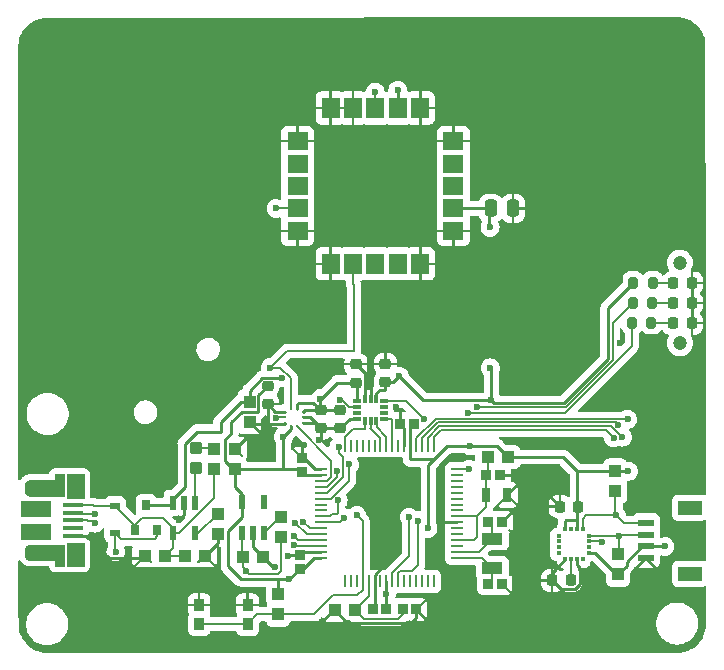
<source format=gbr>
%TF.GenerationSoftware,KiCad,Pcbnew,7.0.5*%
%TF.CreationDate,2024-02-09T08:38:41-06:00*%
%TF.ProjectId,peakick,7065616b-6963-46b2-9e6b-696361645f70,rev?*%
%TF.SameCoordinates,Original*%
%TF.FileFunction,Copper,L1,Top*%
%TF.FilePolarity,Positive*%
%FSLAX46Y46*%
G04 Gerber Fmt 4.6, Leading zero omitted, Abs format (unit mm)*
G04 Created by KiCad (PCBNEW 7.0.5) date 2024-02-09 08:38:41*
%MOMM*%
%LPD*%
G01*
G04 APERTURE LIST*
G04 Aperture macros list*
%AMRoundRect*
0 Rectangle with rounded corners*
0 $1 Rounding radius*
0 $2 $3 $4 $5 $6 $7 $8 $9 X,Y pos of 4 corners*
0 Add a 4 corners polygon primitive as box body*
4,1,4,$2,$3,$4,$5,$6,$7,$8,$9,$2,$3,0*
0 Add four circle primitives for the rounded corners*
1,1,$1+$1,$2,$3*
1,1,$1+$1,$4,$5*
1,1,$1+$1,$6,$7*
1,1,$1+$1,$8,$9*
0 Add four rect primitives between the rounded corners*
20,1,$1+$1,$2,$3,$4,$5,0*
20,1,$1+$1,$4,$5,$6,$7,0*
20,1,$1+$1,$6,$7,$8,$9,0*
20,1,$1+$1,$8,$9,$2,$3,0*%
G04 Aperture macros list end*
%TA.AperFunction,EtchedComponent*%
%ADD10C,0.010000*%
%TD*%
%TA.AperFunction,SMDPad,CuDef*%
%ADD11R,1.750000X0.400000*%
%TD*%
%TA.AperFunction,ComponentPad*%
%ADD12O,1.460000X0.730000*%
%TD*%
%TA.AperFunction,ComponentPad*%
%ADD13O,2.400000X1.200000*%
%TD*%
%TA.AperFunction,SMDPad,CuDef*%
%ADD14R,2.500000X1.425000*%
%TD*%
%TA.AperFunction,SMDPad,CuDef*%
%ADD15RoundRect,0.225000X0.225000X0.250000X-0.225000X0.250000X-0.225000X-0.250000X0.225000X-0.250000X0*%
%TD*%
%TA.AperFunction,SMDPad,CuDef*%
%ADD16R,1.000000X1.100000*%
%TD*%
%TA.AperFunction,SMDPad,CuDef*%
%ADD17R,1.100000X1.000000*%
%TD*%
%TA.AperFunction,SMDPad,CuDef*%
%ADD18RoundRect,0.200000X-0.200000X-0.275000X0.200000X-0.275000X0.200000X0.275000X-0.200000X0.275000X0*%
%TD*%
%TA.AperFunction,SMDPad,CuDef*%
%ADD19R,0.550000X1.200000*%
%TD*%
%TA.AperFunction,SMDPad,CuDef*%
%ADD20R,0.900000X0.850000*%
%TD*%
%TA.AperFunction,SMDPad,CuDef*%
%ADD21R,1.350000X0.600000*%
%TD*%
%TA.AperFunction,SMDPad,CuDef*%
%ADD22R,2.000000X1.200000*%
%TD*%
%TA.AperFunction,SMDPad,CuDef*%
%ADD23R,0.830000X0.630000*%
%TD*%
%TA.AperFunction,SMDPad,CuDef*%
%ADD24RoundRect,0.250000X-0.250000X-0.475000X0.250000X-0.475000X0.250000X0.475000X-0.250000X0.475000X0*%
%TD*%
%TA.AperFunction,SMDPad,CuDef*%
%ADD25RoundRect,0.031500X0.263500X0.143500X-0.263500X0.143500X-0.263500X-0.143500X0.263500X-0.143500X0*%
%TD*%
%TA.AperFunction,SMDPad,CuDef*%
%ADD26RoundRect,0.031500X-0.143500X0.263500X-0.143500X-0.263500X0.143500X-0.263500X0.143500X0.263500X0*%
%TD*%
%TA.AperFunction,SMDPad,CuDef*%
%ADD27RoundRect,0.031500X-0.263500X-0.143500X0.263500X-0.143500X0.263500X0.143500X-0.263500X0.143500X0*%
%TD*%
%TA.AperFunction,SMDPad,CuDef*%
%ADD28RoundRect,0.031500X0.143500X-0.263500X0.143500X0.263500X-0.143500X0.263500X-0.143500X-0.263500X0*%
%TD*%
%TA.AperFunction,SMDPad,CuDef*%
%ADD29R,0.850000X0.900000*%
%TD*%
%TA.AperFunction,SMDPad,CuDef*%
%ADD30R,1.800000X1.000000*%
%TD*%
%TA.AperFunction,SMDPad,CuDef*%
%ADD31RoundRect,0.225000X-0.250000X0.225000X-0.250000X-0.225000X0.250000X-0.225000X0.250000X0.225000X0*%
%TD*%
%TA.AperFunction,SMDPad,CuDef*%
%ADD32R,0.800000X1.200000*%
%TD*%
%TA.AperFunction,SMDPad,CuDef*%
%ADD33RoundRect,0.150000X0.350000X0.350000X-0.350000X0.350000X-0.350000X-0.350000X0.350000X-0.350000X0*%
%TD*%
%TA.AperFunction,SMDPad,CuDef*%
%ADD34R,1.000000X0.220000*%
%TD*%
%TA.AperFunction,SMDPad,CuDef*%
%ADD35R,0.220000X1.000000*%
%TD*%
%TA.AperFunction,SMDPad,CuDef*%
%ADD36RoundRect,0.225000X0.250000X-0.225000X0.250000X0.225000X-0.250000X0.225000X-0.250000X-0.225000X0*%
%TD*%
%TA.AperFunction,SMDPad,CuDef*%
%ADD37RoundRect,0.218750X0.218750X0.256250X-0.218750X0.256250X-0.218750X-0.256250X0.218750X-0.256250X0*%
%TD*%
%TA.AperFunction,SMDPad,CuDef*%
%ADD38R,0.254000X0.279400*%
%TD*%
%TA.AperFunction,SMDPad,CuDef*%
%ADD39R,0.279400X0.254000*%
%TD*%
%TA.AperFunction,SMDPad,CuDef*%
%ADD40R,0.900000X1.000000*%
%TD*%
%TA.AperFunction,SMDPad,CuDef*%
%ADD41R,0.800000X0.900000*%
%TD*%
%TA.AperFunction,SMDPad,CuDef*%
%ADD42R,1.500000X1.800000*%
%TD*%
%TA.AperFunction,SMDPad,CuDef*%
%ADD43R,1.800000X1.500000*%
%TD*%
%TA.AperFunction,SMDPad,CuDef*%
%ADD44R,0.304800X0.457200*%
%TD*%
%TA.AperFunction,SMDPad,CuDef*%
%ADD45R,0.457200X0.304800*%
%TD*%
%TA.AperFunction,WasherPad*%
%ADD46C,1.200000*%
%TD*%
%TA.AperFunction,ViaPad*%
%ADD47C,0.600000*%
%TD*%
%TA.AperFunction,Conductor*%
%ADD48C,0.250000*%
%TD*%
%TA.AperFunction,Conductor*%
%ADD49C,0.200000*%
%TD*%
G04 APERTURE END LIST*
%TO.C,J4*%
D10*
X131632500Y-102753250D02*
X130172500Y-102753250D01*
X130172500Y-100753250D01*
X131632500Y-100753250D01*
X131632500Y-102753250D01*
%TA.AperFunction,EtchedComponent*%
G36*
X131632500Y-102753250D02*
G01*
X130172500Y-102753250D01*
X130172500Y-100753250D01*
X131632500Y-100753250D01*
X131632500Y-102753250D01*
G37*
%TD.AperFunction*%
X131632500Y-108553250D02*
X130172500Y-108553250D01*
X130172500Y-106553250D01*
X131632500Y-106553250D01*
X131632500Y-108553250D01*
%TA.AperFunction,EtchedComponent*%
G36*
X131632500Y-108553250D02*
G01*
X130172500Y-108553250D01*
X130172500Y-106553250D01*
X131632500Y-106553250D01*
X131632500Y-108553250D01*
G37*
%TD.AperFunction*%
X129922500Y-102578250D02*
X127072500Y-102578250D01*
X127051500Y-102577250D01*
X127030500Y-102576250D01*
X127009500Y-102573250D01*
X126989500Y-102569250D01*
X126968500Y-102564250D01*
X126948500Y-102558250D01*
X126929500Y-102551250D01*
X126909500Y-102543250D01*
X126890500Y-102534250D01*
X126872500Y-102524250D01*
X126854500Y-102513250D01*
X126837500Y-102502250D01*
X126820500Y-102489250D01*
X126804500Y-102475250D01*
X126789500Y-102461250D01*
X126775500Y-102446250D01*
X126761500Y-102430250D01*
X126748500Y-102413250D01*
X126737500Y-102396250D01*
X126726500Y-102378250D01*
X126716500Y-102360250D01*
X126707500Y-102341250D01*
X126699500Y-102321250D01*
X126692500Y-102302250D01*
X126686500Y-102282250D01*
X126681500Y-102261250D01*
X126677500Y-102241250D01*
X126674500Y-102220250D01*
X126673500Y-102199250D01*
X126672500Y-102178250D01*
X126672500Y-101678250D01*
X126673500Y-101657250D01*
X126674500Y-101636250D01*
X126677500Y-101615250D01*
X126681500Y-101595250D01*
X126686500Y-101574250D01*
X126692500Y-101554250D01*
X126699500Y-101535250D01*
X126707500Y-101515250D01*
X126716500Y-101496250D01*
X126726500Y-101478250D01*
X126737500Y-101460250D01*
X126748500Y-101443250D01*
X126761500Y-101426250D01*
X126775500Y-101410250D01*
X126789500Y-101395250D01*
X126804500Y-101381250D01*
X126820500Y-101367250D01*
X126837500Y-101354250D01*
X126854500Y-101343250D01*
X126872500Y-101332250D01*
X126890500Y-101322250D01*
X126909500Y-101313250D01*
X126929500Y-101305250D01*
X126948500Y-101298250D01*
X126968500Y-101292250D01*
X126989500Y-101287250D01*
X127009500Y-101283250D01*
X127030500Y-101280250D01*
X127051500Y-101279250D01*
X127072500Y-101278250D01*
X129222500Y-101278250D01*
X129222500Y-100753250D01*
X129922500Y-100753250D01*
X129922500Y-102578250D01*
%TA.AperFunction,EtchedComponent*%
G36*
X129922500Y-102578250D02*
G01*
X127072500Y-102578250D01*
X127051500Y-102577250D01*
X127030500Y-102576250D01*
X127009500Y-102573250D01*
X126989500Y-102569250D01*
X126968500Y-102564250D01*
X126948500Y-102558250D01*
X126929500Y-102551250D01*
X126909500Y-102543250D01*
X126890500Y-102534250D01*
X126872500Y-102524250D01*
X126854500Y-102513250D01*
X126837500Y-102502250D01*
X126820500Y-102489250D01*
X126804500Y-102475250D01*
X126789500Y-102461250D01*
X126775500Y-102446250D01*
X126761500Y-102430250D01*
X126748500Y-102413250D01*
X126737500Y-102396250D01*
X126726500Y-102378250D01*
X126716500Y-102360250D01*
X126707500Y-102341250D01*
X126699500Y-102321250D01*
X126692500Y-102302250D01*
X126686500Y-102282250D01*
X126681500Y-102261250D01*
X126677500Y-102241250D01*
X126674500Y-102220250D01*
X126673500Y-102199250D01*
X126672500Y-102178250D01*
X126672500Y-101678250D01*
X126673500Y-101657250D01*
X126674500Y-101636250D01*
X126677500Y-101615250D01*
X126681500Y-101595250D01*
X126686500Y-101574250D01*
X126692500Y-101554250D01*
X126699500Y-101535250D01*
X126707500Y-101515250D01*
X126716500Y-101496250D01*
X126726500Y-101478250D01*
X126737500Y-101460250D01*
X126748500Y-101443250D01*
X126761500Y-101426250D01*
X126775500Y-101410250D01*
X126789500Y-101395250D01*
X126804500Y-101381250D01*
X126820500Y-101367250D01*
X126837500Y-101354250D01*
X126854500Y-101343250D01*
X126872500Y-101332250D01*
X126890500Y-101322250D01*
X126909500Y-101313250D01*
X126929500Y-101305250D01*
X126948500Y-101298250D01*
X126968500Y-101292250D01*
X126989500Y-101287250D01*
X127009500Y-101283250D01*
X127030500Y-101280250D01*
X127051500Y-101279250D01*
X127072500Y-101278250D01*
X129222500Y-101278250D01*
X129222500Y-100753250D01*
X129922500Y-100753250D01*
X129922500Y-102578250D01*
G37*
%TD.AperFunction*%
X129922500Y-108553250D02*
X129222500Y-108553250D01*
X129222500Y-108028250D01*
X127072500Y-108028250D01*
X127051500Y-108027250D01*
X127030500Y-108026250D01*
X127009500Y-108023250D01*
X126989500Y-108019250D01*
X126968500Y-108014250D01*
X126948500Y-108008250D01*
X126929500Y-108001250D01*
X126909500Y-107993250D01*
X126890500Y-107984250D01*
X126872500Y-107974250D01*
X126854500Y-107963250D01*
X126837500Y-107952250D01*
X126820500Y-107939250D01*
X126804500Y-107925250D01*
X126789500Y-107911250D01*
X126775500Y-107896250D01*
X126761500Y-107880250D01*
X126748500Y-107863250D01*
X126737500Y-107846250D01*
X126726500Y-107828250D01*
X126716500Y-107810250D01*
X126707500Y-107791250D01*
X126699500Y-107771250D01*
X126692500Y-107752250D01*
X126686500Y-107732250D01*
X126681500Y-107711250D01*
X126677500Y-107691250D01*
X126674500Y-107670250D01*
X126673500Y-107649250D01*
X126672500Y-107628250D01*
X126672500Y-107128250D01*
X126673500Y-107107250D01*
X126674500Y-107086250D01*
X126677500Y-107065250D01*
X126681500Y-107045250D01*
X126686500Y-107024250D01*
X126692500Y-107004250D01*
X126699500Y-106985250D01*
X126707500Y-106965250D01*
X126716500Y-106946250D01*
X126726500Y-106928250D01*
X126737500Y-106910250D01*
X126748500Y-106893250D01*
X126761500Y-106876250D01*
X126775500Y-106860250D01*
X126789500Y-106845250D01*
X126804500Y-106831250D01*
X126820500Y-106817250D01*
X126837500Y-106804250D01*
X126854500Y-106793250D01*
X126872500Y-106782250D01*
X126890500Y-106772250D01*
X126909500Y-106763250D01*
X126929500Y-106755250D01*
X126948500Y-106748250D01*
X126968500Y-106742250D01*
X126989500Y-106737250D01*
X127009500Y-106733250D01*
X127030500Y-106730250D01*
X127051500Y-106729250D01*
X127072500Y-106728250D01*
X129922500Y-106728250D01*
X129922500Y-108553250D01*
%TA.AperFunction,EtchedComponent*%
G36*
X129922500Y-108553250D02*
G01*
X129222500Y-108553250D01*
X129222500Y-108028250D01*
X127072500Y-108028250D01*
X127051500Y-108027250D01*
X127030500Y-108026250D01*
X127009500Y-108023250D01*
X126989500Y-108019250D01*
X126968500Y-108014250D01*
X126948500Y-108008250D01*
X126929500Y-108001250D01*
X126909500Y-107993250D01*
X126890500Y-107984250D01*
X126872500Y-107974250D01*
X126854500Y-107963250D01*
X126837500Y-107952250D01*
X126820500Y-107939250D01*
X126804500Y-107925250D01*
X126789500Y-107911250D01*
X126775500Y-107896250D01*
X126761500Y-107880250D01*
X126748500Y-107863250D01*
X126737500Y-107846250D01*
X126726500Y-107828250D01*
X126716500Y-107810250D01*
X126707500Y-107791250D01*
X126699500Y-107771250D01*
X126692500Y-107752250D01*
X126686500Y-107732250D01*
X126681500Y-107711250D01*
X126677500Y-107691250D01*
X126674500Y-107670250D01*
X126673500Y-107649250D01*
X126672500Y-107628250D01*
X126672500Y-107128250D01*
X126673500Y-107107250D01*
X126674500Y-107086250D01*
X126677500Y-107065250D01*
X126681500Y-107045250D01*
X126686500Y-107024250D01*
X126692500Y-107004250D01*
X126699500Y-106985250D01*
X126707500Y-106965250D01*
X126716500Y-106946250D01*
X126726500Y-106928250D01*
X126737500Y-106910250D01*
X126748500Y-106893250D01*
X126761500Y-106876250D01*
X126775500Y-106860250D01*
X126789500Y-106845250D01*
X126804500Y-106831250D01*
X126820500Y-106817250D01*
X126837500Y-106804250D01*
X126854500Y-106793250D01*
X126872500Y-106782250D01*
X126890500Y-106772250D01*
X126909500Y-106763250D01*
X126929500Y-106755250D01*
X126948500Y-106748250D01*
X126968500Y-106742250D01*
X126989500Y-106737250D01*
X127009500Y-106733250D01*
X127030500Y-106730250D01*
X127051500Y-106729250D01*
X127072500Y-106728250D01*
X129922500Y-106728250D01*
X129922500Y-108553250D01*
G37*
%TD.AperFunction*%
%TD*%
D11*
%TO.P,J4,1,VCC*%
%TO.N,V_USB*%
X130697500Y-103353250D03*
%TO.P,J4,2,D-*%
%TO.N,/D-*%
X130697500Y-104003250D03*
%TO.P,J4,3,D+*%
%TO.N,/D+*%
X130697500Y-104653250D03*
%TO.P,J4,4,ID*%
%TO.N,unconnected-(J4-ID-Pad4)*%
X130697500Y-105303250D03*
%TO.P,J4,5,GND*%
%TO.N,GND*%
X130697500Y-105953250D03*
D12*
%TO.P,J4,6,SHIELD*%
%TO.N,unconnected-(J4-SHIELD-Pad6)*%
X130902500Y-102228250D03*
%TO.P,J4,7,SHIELD__1*%
%TO.N,unconnected-(J4-SHIELD__1-Pad7)*%
X130902500Y-107078250D03*
D13*
%TO.P,J4,8,SHIELD__2*%
%TO.N,unconnected-(J4-SHIELD__2-Pad8)*%
X127872500Y-101928250D03*
%TO.P,J4,9,SHIELD__3*%
%TO.N,unconnected-(J4-SHIELD__3-Pad9)*%
X127872500Y-107378250D03*
D14*
%TO.P,J4,S1,SHIELD__6*%
%TO.N,unconnected-(J4-SHIELD__6-PadS1)*%
X127622500Y-103690750D03*
%TO.P,J4,S2,SHIELD__7*%
%TO.N,unconnected-(J4-SHIELD__7-PadS2)*%
X127622500Y-105615750D03*
%TD*%
D15*
%TO.P,C7,1*%
%TO.N,Net-(U4-CAP)*%
X172850000Y-109750000D03*
%TO.P,C7,2*%
%TO.N,GND*%
X171300000Y-109750000D03*
%TD*%
D16*
%TO.P,C22,1,1*%
%TO.N,V_BATT*%
X145675000Y-94625000D03*
%TO.P,C22,2,2*%
%TO.N,GND*%
X145675000Y-96325000D03*
%TD*%
D17*
%TO.P,C11,1,1*%
%TO.N,VIN*%
X145075000Y-107750000D03*
%TO.P,C11,2,2*%
%TO.N,GND*%
X146775000Y-107750000D03*
%TD*%
D18*
%TO.P,R2,1,1*%
%TO.N,/D13*%
X178095000Y-86280000D03*
%TO.P,R2,2,2*%
%TO.N,Net-(LED2-A)*%
X179745000Y-86280000D03*
%TD*%
D19*
%TO.P,U5,1,IN*%
%TO.N,VIN*%
X145000000Y-105725100D03*
%TO.P,U5,2,GND*%
%TO.N,GND*%
X145950000Y-105725100D03*
%TO.P,U5,3,EN*%
%TO.N,/EN*%
X146900000Y-105725100D03*
%TO.P,U5,4,BP*%
%TO.N,unconnected-(U5-BP-Pad4)*%
X146900000Y-103124900D03*
%TO.P,U5,5,OUT*%
%TO.N,3.3V*%
X145000000Y-103124900D03*
%TD*%
D18*
%TO.P,R1,1,1*%
%TO.N,/D12*%
X178045000Y-87940000D03*
%TO.P,R1,2,2*%
%TO.N,Net-(LED1-A)*%
X179695000Y-87940000D03*
%TD*%
D20*
%TO.P,C13,1,1*%
%TO.N,3.3V*%
X150150000Y-100555000D03*
%TO.P,C13,2,2*%
%TO.N,GND*%
X150150000Y-99395000D03*
%TD*%
D21*
%TO.P,J3,1,1*%
%TO.N,GND*%
X179250000Y-107875000D03*
%TO.P,J3,2,2*%
%TO.N,3.3V*%
X179250000Y-106875000D03*
%TO.P,J3,3,3*%
%TO.N,/SDA*%
X179250000Y-105875000D03*
%TO.P,J3,4,4*%
%TO.N,/SCL*%
X179250000Y-104875000D03*
D22*
%TO.P,J3,NC1*%
%TO.N,N/C*%
X182925000Y-103575000D03*
%TO.P,J3,NC2*%
X182925000Y-109175000D03*
%TD*%
D23*
%TO.P,D1,A,A*%
%TO.N,V_USB*%
X134300000Y-103425000D03*
%TO.P,D1,C,C*%
%TO.N,VIN*%
X134300000Y-105725000D03*
%TD*%
D17*
%TO.P,L1,1,1*%
%TO.N,3.3V*%
X167550000Y-99300000D03*
%TO.P,L1,2,2*%
%TO.N,VDDA*%
X165850000Y-99300000D03*
%TD*%
D24*
%TO.P,C1,1*%
%TO.N,3.3V*%
X166080000Y-78250000D03*
%TO.P,C1,2*%
%TO.N,GND*%
X167980000Y-78250000D03*
%TD*%
D25*
%TO.P,U3,1,AP_SDO/AP_AD0*%
%TO.N,/MISO*%
X157077500Y-96050000D03*
%TO.P,U3,2,RESV_2*%
%TO.N,unconnected-(U3-RESV_2-Pad2)*%
X157077500Y-95550000D03*
%TO.P,U3,3,RESV_3*%
%TO.N,unconnected-(U3-RESV_3-Pad3)*%
X157077500Y-95050000D03*
%TO.P,U3,4,INT1/INT*%
%TO.N,/D6*%
X157077500Y-94550000D03*
D26*
%TO.P,U3,5,VDDIO*%
%TO.N,3.3V*%
X156412500Y-94385000D03*
%TO.P,U3,6,GND*%
%TO.N,GND*%
X155912500Y-94385000D03*
%TO.P,U3,7,RESV_7*%
X155412500Y-94385000D03*
D27*
%TO.P,U3,8,VDD*%
%TO.N,3.3V*%
X154747500Y-94550000D03*
%TO.P,U3,9,INT2/FSYNC/CLKIN*%
%TO.N,/D10*%
X154747500Y-95050000D03*
%TO.P,U3,10,RESV_10*%
%TO.N,unconnected-(U3-RESV_10-Pad10)*%
X154747500Y-95550000D03*
%TO.P,U3,11,RESV_11*%
%TO.N,GND*%
X154747500Y-96050000D03*
D28*
%TO.P,U3,12,AP_CS*%
%TO.N,/D5*%
X155412500Y-96215000D03*
%TO.P,U3,13,AP_SCL/AP_SCLK*%
%TO.N,/SCK*%
X155912500Y-96215000D03*
%TO.P,U3,14,AP_SDA/AP_SDIO/AP_SDI*%
%TO.N,/MOSI*%
X156412500Y-96215000D03*
%TD*%
D16*
%TO.P,R7,1,1*%
%TO.N,/EN*%
X148375000Y-104350000D03*
%TO.P,R7,2,2*%
%TO.N,VIN*%
X148375000Y-106050000D03*
%TD*%
%TO.P,R9,1,1*%
%TO.N,V_USB*%
X142700000Y-100350000D03*
%TO.P,R9,2,2*%
%TO.N,Net-(LED4-PadA)*%
X142700000Y-98650000D03*
%TD*%
D29*
%TO.P,C9,1,1*%
%TO.N,/XIN32*%
X165845000Y-110025000D03*
%TO.P,C9,2,2*%
%TO.N,GND*%
X167005000Y-110025000D03*
%TD*%
D16*
%TO.P,C16,1,1*%
%TO.N,3.3V*%
X144450000Y-100325000D03*
%TO.P,C16,2,2*%
%TO.N,GND*%
X144450000Y-98625000D03*
%TD*%
%TO.P,R13,1,1*%
%TO.N,/SDA*%
X176875000Y-107525000D03*
%TO.P,R13,2,2*%
%TO.N,3.3V*%
X176875000Y-109225000D03*
%TD*%
D30*
%TO.P,Y1,P$1,1*%
%TO.N,/XIN32*%
X166225000Y-108700000D03*
%TO.P,Y1,P$2,2*%
%TO.N,/XOUT32*%
X166225000Y-106200000D03*
%TD*%
D31*
%TO.P,C3,1*%
%TO.N,3.3V*%
X151700000Y-95325000D03*
%TO.P,C3,2*%
%TO.N,GND*%
X151700000Y-96875000D03*
%TD*%
%TO.P,C6,1*%
%TO.N,3.3V*%
X153312500Y-95325000D03*
%TO.P,C6,2*%
%TO.N,GND*%
X153312500Y-96875000D03*
%TD*%
D15*
%TO.P,C8,1*%
%TO.N,3.3V*%
X173500000Y-103500000D03*
%TO.P,C8,2*%
%TO.N,GND*%
X171950000Y-103500000D03*
%TD*%
D16*
%TO.P,R11,1,1*%
%TO.N,GND*%
X142975000Y-105825000D03*
%TO.P,R11,2,2*%
%TO.N,Net-(U7-PROG)*%
X142975000Y-104125000D03*
%TD*%
%TO.P,R8,1,1*%
%TO.N,/~{RESET}*%
X148100000Y-112625000D03*
%TO.P,R8,2,2*%
%TO.N,3.3V*%
X148100000Y-110925000D03*
%TD*%
D32*
%TO.P,C18,1,1*%
%TO.N,VDDA*%
X165700000Y-102525000D03*
%TO.P,C18,2,2*%
%TO.N,GND*%
X167500000Y-102525000D03*
%TD*%
D33*
%TO.P,LED4,A,A*%
%TO.N,Net-(LED4-PadA)*%
X141100000Y-98498000D03*
%TO.P,LED4,C,C*%
%TO.N,Net-(U7-STAT)*%
X141100000Y-100252000D03*
%TD*%
D34*
%TO.P,U6,1,PA00*%
%TO.N,/XIN32*%
X163250000Y-107825000D03*
%TO.P,U6,2,PA01*%
%TO.N,/XOUT32*%
X163250000Y-107325000D03*
%TO.P,U6,3,PA02*%
%TO.N,/A0*%
X163250000Y-106825000D03*
%TO.P,U6,4,PA03*%
%TO.N,VDDA*%
X163250000Y-106325000D03*
%TO.P,U6,5,PB04*%
%TO.N,unconnected-(U6-PB04-Pad5)*%
X163250000Y-105825000D03*
%TO.P,U6,6,PB05*%
%TO.N,unconnected-(U6-PB05-Pad6)*%
X163250000Y-105325000D03*
%TO.P,U6,7,GND0*%
%TO.N,GND*%
X163250000Y-104825000D03*
%TO.P,U6,8,VDDANA*%
%TO.N,VDDA*%
X163250000Y-104325000D03*
%TO.P,U6,9,PB06*%
%TO.N,unconnected-(U6-PB06-Pad9)*%
X163250000Y-103825000D03*
%TO.P,U6,10,PB07*%
%TO.N,unconnected-(U6-PB07-Pad10)*%
X163250000Y-103325000D03*
%TO.P,U6,11,PB08*%
%TO.N,/A1*%
X163250000Y-102825000D03*
%TO.P,U6,12,PB09*%
%TO.N,/A2*%
X163250000Y-102325000D03*
%TO.P,U6,13,PA04*%
%TO.N,/A3*%
X163250000Y-101825000D03*
%TO.P,U6,14,PA05*%
%TO.N,/A4*%
X163250000Y-101325000D03*
%TO.P,U6,15,PA06*%
%TO.N,/D4*%
X163250000Y-100825000D03*
%TO.P,U6,16,PA07*%
%TO.N,/D9*%
X163250000Y-100325000D03*
D35*
%TO.P,U6,17,PA08*%
%TO.N,/FLASH_MOSI*%
X161250000Y-98325000D03*
%TO.P,U6,18,PA09*%
%TO.N,/FLASH_SCK*%
X160750000Y-98325000D03*
%TO.P,U6,19,PA10*%
%TO.N,/FLASH_CS*%
X160250000Y-98325000D03*
%TO.P,U6,20,PA11*%
%TO.N,/FLASH_MISO*%
X159750000Y-98325000D03*
%TO.P,U6,21,VDDIO0*%
%TO.N,3.3V*%
X159250000Y-98325000D03*
%TO.P,U6,22,GND1*%
%TO.N,GND*%
X158750000Y-98325000D03*
%TO.P,U6,23,PB10*%
%TO.N,unconnected-(U6-PB10-Pad23)*%
X158250000Y-98325000D03*
%TO.P,U6,24,PB11*%
%TO.N,/MISO*%
X157750000Y-98325000D03*
%TO.P,U6,25,PB12*%
%TO.N,/MOSI*%
X157250000Y-98325000D03*
%TO.P,U6,26,PB13*%
%TO.N,/SCK*%
X156750000Y-98325000D03*
%TO.P,U6,27,PB14*%
%TO.N,unconnected-(U6-PB14-Pad27)*%
X156250000Y-98325000D03*
%TO.P,U6,28,PB15*%
%TO.N,unconnected-(U6-PB15-Pad28)*%
X155750000Y-98325000D03*
%TO.P,U6,29,PA12*%
%TO.N,/D1*%
X155250000Y-98325000D03*
%TO.P,U6,30,PA13*%
%TO.N,/D0*%
X154750000Y-98325000D03*
%TO.P,U6,31,PA14*%
%TO.N,unconnected-(U6-PA14-Pad31)*%
X154250000Y-98325000D03*
%TO.P,U6,32,PA15*%
%TO.N,/D5*%
X153750000Y-98325000D03*
D34*
%TO.P,U6,33,GND2*%
%TO.N,GND*%
X151750000Y-100325000D03*
%TO.P,U6,34,VDDIO1*%
%TO.N,3.3V*%
X151750000Y-100825000D03*
%TO.P,U6,35,PA16*%
%TO.N,/D11*%
X151750000Y-101325000D03*
%TO.P,U6,36,PA17*%
%TO.N,/D13*%
X151750000Y-101825000D03*
%TO.P,U6,37,PA18*%
%TO.N,/D10*%
X151750000Y-102325000D03*
%TO.P,U6,38,PA19*%
%TO.N,/D12*%
X151750000Y-102825000D03*
%TO.P,U6,39,PB16*%
%TO.N,unconnected-(U6-PB16-Pad39)*%
X151750000Y-103325000D03*
%TO.P,U6,40,PB17*%
%TO.N,unconnected-(U6-PB17-Pad40)*%
X151750000Y-103825000D03*
%TO.P,U6,41,PA20*%
%TO.N,/D6*%
X151750000Y-104325000D03*
%TO.P,U6,42,PA21*%
%TO.N,/D7*%
X151750000Y-104825000D03*
%TO.P,U6,43,PA22*%
%TO.N,/SDA*%
X151750000Y-105325000D03*
%TO.P,U6,44,PA23*%
%TO.N,/SCL*%
X151750000Y-105825000D03*
%TO.P,U6,45,PA24*%
%TO.N,/D-*%
X151750000Y-106325000D03*
%TO.P,U6,46,PA25*%
%TO.N,/D+*%
X151750000Y-106825000D03*
%TO.P,U6,47,GND3*%
%TO.N,GND*%
X151750000Y-107325000D03*
%TO.P,U6,48,VDDIO2*%
%TO.N,3.3V*%
X151750000Y-107825000D03*
D35*
%TO.P,U6,49,PB22*%
%TO.N,/TXD*%
X153750000Y-109825000D03*
%TO.P,U6,50,PB23*%
%TO.N,/RXD*%
X154250000Y-109825000D03*
%TO.P,U6,51,PA27*%
%TO.N,/TXLED*%
X154750000Y-109825000D03*
%TO.P,U6,52,~{RESET}*%
%TO.N,/~{RESET}*%
X155250000Y-109825000D03*
%TO.P,U6,53,VDDCORE*%
%TO.N,VCC*%
X155750000Y-109825000D03*
%TO.P,U6,54,GND4*%
%TO.N,GND*%
X156250000Y-109825000D03*
%TO.P,U6,55,VSW*%
%TO.N,unconnected-(U6-VSW-Pad55)*%
X156750000Y-109825000D03*
%TO.P,U6,56,VDDIO3*%
%TO.N,3.3V*%
X157250000Y-109825000D03*
%TO.P,U6,57,PA30*%
%TO.N,/SWDCLK*%
X157750000Y-109825000D03*
%TO.P,U6,58,PA31*%
%TO.N,/SWDIO*%
X158250000Y-109825000D03*
%TO.P,U6,59,PB30*%
%TO.N,unconnected-(U6-PB30-Pad59)*%
X158750000Y-109825000D03*
%TO.P,U6,60,PB31*%
%TO.N,unconnected-(U6-PB31-Pad60)*%
X159250000Y-109825000D03*
%TO.P,U6,61,PB00*%
%TO.N,unconnected-(U6-PB00-Pad61)*%
X159750000Y-109825000D03*
%TO.P,U6,62,PB01*%
%TO.N,unconnected-(U6-PB01-Pad62)*%
X160250000Y-109825000D03*
%TO.P,U6,63,PB02*%
%TO.N,/A5*%
X160750000Y-109825000D03*
%TO.P,U6,64,PB03*%
%TO.N,/RXLED*%
X161250000Y-109825000D03*
%TD*%
D29*
%TO.P,C10,1,1*%
%TO.N,/XOUT32*%
X165870000Y-104825000D03*
%TO.P,C10,2,2*%
%TO.N,GND*%
X167030000Y-104825000D03*
%TD*%
D36*
%TO.P,C5,1*%
%TO.N,3.3V*%
X154675000Y-93000000D03*
%TO.P,C5,2*%
%TO.N,GND*%
X154675000Y-91450000D03*
%TD*%
D17*
%TO.P,C21,1,1*%
%TO.N,V_USB*%
X140175000Y-107650000D03*
%TO.P,C21,2,2*%
%TO.N,GND*%
X141875000Y-107650000D03*
%TD*%
D37*
%TO.P,LED3,1,K*%
%TO.N,GND*%
X183137500Y-84570000D03*
%TO.P,LED3,2,A*%
%TO.N,Net-(LED3-A)*%
X181562500Y-84570000D03*
%TD*%
D17*
%TO.P,R6,1,1*%
%TO.N,GND*%
X136800000Y-107650000D03*
%TO.P,R6,2,2*%
%TO.N,V_USB*%
X138500000Y-107650000D03*
%TD*%
D38*
%TO.P,U1,1,VDDIO*%
%TO.N,3.3V*%
X149700063Y-95200700D03*
%TO.P,U1,2,SCK*%
%TO.N,/SCL*%
X149199937Y-95200700D03*
D39*
%TO.P,U1,3,VSS*%
%TO.N,GND*%
X148700700Y-95449874D03*
%TO.P,U1,4,SDI*%
%TO.N,/SDA*%
X148700700Y-95950000D03*
%TO.P,U1,5,SDO*%
%TO.N,GND*%
X148700700Y-96450126D03*
D38*
%TO.P,U1,6,CSB*%
%TO.N,3.3V*%
X149199937Y-96699300D03*
%TO.P,U1,7,INT*%
%TO.N,/D11*%
X149700063Y-96699300D03*
D39*
%TO.P,U1,8,VSS*%
%TO.N,GND*%
X150199300Y-96450126D03*
%TO.P,U1,9,VSS*%
X150199300Y-95950000D03*
%TO.P,U1,10,VDD*%
%TO.N,3.3V*%
X150199300Y-95449874D03*
%TD*%
D37*
%TO.P,LED1,1,K*%
%TO.N,GND*%
X183117500Y-87980000D03*
%TO.P,LED1,2,A*%
%TO.N,Net-(LED1-A)*%
X181542500Y-87980000D03*
%TD*%
D18*
%TO.P,R3,1,1*%
%TO.N,3.3V*%
X178155000Y-84550000D03*
%TO.P,R3,2,2*%
%TO.N,Net-(LED3-A)*%
X179805000Y-84550000D03*
%TD*%
D19*
%TO.P,U7,1,STAT*%
%TO.N,Net-(U7-STAT)*%
X141074500Y-103174900D03*
%TO.P,U7,2,VSS*%
%TO.N,GND*%
X140124500Y-103174900D03*
%TO.P,U7,3,VBAT*%
%TO.N,V_BATT*%
X139174500Y-103174900D03*
%TO.P,U7,4,VIN*%
%TO.N,V_USB*%
X139174500Y-105775100D03*
%TO.P,U7,5,PROG*%
%TO.N,Net-(U7-PROG)*%
X141074500Y-105775100D03*
%TD*%
D40*
%TO.P,S1,1,1*%
%TO.N,GND*%
X141400000Y-111850000D03*
X145500000Y-111850000D03*
%TO.P,S1,2,2*%
%TO.N,/~{RESET}*%
X141400000Y-113450000D03*
X145500000Y-113450000D03*
%TD*%
D29*
%TO.P,C15,1,1*%
%TO.N,3.3V*%
X157255000Y-112200000D03*
%TO.P,C15,2,2*%
%TO.N,GND*%
X156095000Y-112200000D03*
%TD*%
%TO.P,C20,1,1*%
%TO.N,VCC*%
X158645000Y-112200000D03*
%TO.P,C20,2,2*%
%TO.N,GND*%
X159805000Y-112200000D03*
%TD*%
%TO.P,C12,1,1*%
%TO.N,3.3V*%
X159580000Y-96475000D03*
%TO.P,C12,2,2*%
%TO.N,GND*%
X158420000Y-96475000D03*
%TD*%
D16*
%TO.P,R12,1,1*%
%TO.N,/SCL*%
X176650000Y-102175000D03*
%TO.P,R12,2,2*%
%TO.N,3.3V*%
X176650000Y-100475000D03*
%TD*%
D31*
%TO.P,C2,1*%
%TO.N,3.3V*%
X147200000Y-93275000D03*
%TO.P,C2,2*%
%TO.N,GND*%
X147200000Y-94825000D03*
%TD*%
D20*
%TO.P,C14,1,1*%
%TO.N,3.3V*%
X149900000Y-108755000D03*
%TO.P,C14,2,2*%
%TO.N,GND*%
X149900000Y-107595000D03*
%TD*%
D41*
%TO.P,Q1,1,G*%
%TO.N,V_USB*%
X135975000Y-105475000D03*
%TO.P,Q1,2,S*%
%TO.N,VIN*%
X137875000Y-105475000D03*
%TO.P,Q1,3,D*%
%TO.N,V_BATT*%
X136925000Y-103375000D03*
%TD*%
D29*
%TO.P,C17,1,1*%
%TO.N,VDDA*%
X165720000Y-100850000D03*
%TO.P,C17,2,2*%
%TO.N,GND*%
X166880000Y-100850000D03*
%TD*%
D37*
%TO.P,LED2,1,K*%
%TO.N,GND*%
X183137500Y-86270000D03*
%TO.P,LED2,2,A*%
%TO.N,Net-(LED2-A)*%
X181562500Y-86270000D03*
%TD*%
D17*
%TO.P,C19,1,1*%
%TO.N,VCC*%
X154575000Y-112250000D03*
%TO.P,C19,2,2*%
%TO.N,GND*%
X152875000Y-112250000D03*
%TD*%
D42*
%TO.P,U2,1,GND*%
%TO.N,GND*%
X160130000Y-69750000D03*
%TO.P,U2,2,VCC_IO*%
%TO.N,3.3V*%
X158230000Y-69750000D03*
%TO.P,U2,3,V_BCKP*%
%TO.N,/VBACKUP*%
X156330000Y-69750000D03*
%TO.P,U2,4,GND*%
%TO.N,GND*%
X154430000Y-69750000D03*
%TO.P,U2,5,GND*%
X152530000Y-69750000D03*
D43*
%TO.P,U2,6,GND*%
X149730000Y-72550000D03*
%TO.P,U2,7,TIMEPULSE*%
%TO.N,unconnected-(U2-TIMEPULSE-Pad7)*%
X149730000Y-74450000D03*
%TO.P,U2,8,~{SAFEBOOT}*%
%TO.N,unconnected-(U2-~{SAFEBOOT}-Pad8)*%
X149730000Y-76350000D03*
%TO.P,U2,9,SDA*%
%TO.N,/SDA*%
X149730000Y-78250000D03*
%TO.P,U2,10,GND*%
%TO.N,GND*%
X149730000Y-80150000D03*
D42*
%TO.P,U2,11,GND*%
X152530000Y-82950000D03*
%TO.P,U2,12,SCL*%
%TO.N,/SCL*%
X154430000Y-82950000D03*
%TO.P,U2,13,TXD*%
%TO.N,unconnected-(U2-TXD-Pad13)*%
X156330000Y-82950000D03*
%TO.P,U2,14,RXD*%
%TO.N,unconnected-(U2-RXD-Pad14)*%
X158230000Y-82950000D03*
%TO.P,U2,15,GND*%
%TO.N,GND*%
X160130000Y-82950000D03*
D43*
%TO.P,U2,16,GND*%
X162930000Y-80150000D03*
%TO.P,U2,17,VCC*%
%TO.N,3.3V*%
X162930000Y-78250000D03*
%TO.P,U2,18,~{RESET}*%
%TO.N,unconnected-(U2-~{RESET}-Pad18)*%
X162930000Y-76350000D03*
%TO.P,U2,19,EXTINT0*%
%TO.N,unconnected-(U2-EXTINT0-Pad19)*%
X162930000Y-74450000D03*
%TO.P,U2,20,GND*%
%TO.N,GND*%
X162930000Y-72550000D03*
%TD*%
D36*
%TO.P,C4,1*%
%TO.N,3.3V*%
X157175000Y-92975000D03*
%TO.P,C4,2*%
%TO.N,GND*%
X157175000Y-91425000D03*
%TD*%
D44*
%TO.P,U4,1,SCL/SPI_SCK*%
%TO.N,/SCL*%
X173875001Y-105425001D03*
%TO.P,U4,2,VDD*%
%TO.N,3.3V*%
X173375000Y-105425001D03*
%TO.P,U4,3,NC*%
%TO.N,unconnected-(U4-NC-Pad3)*%
X172875000Y-105425001D03*
%TO.P,U4,4,SPI_CS*%
%TO.N,3.3V*%
X172374999Y-105425001D03*
D45*
%TO.P,U4,5,SPI_SDO*%
%TO.N,unconnected-(U4-SPI_SDO-Pad5)*%
X171850001Y-105949999D03*
%TO.P,U4,6,NC*%
%TO.N,unconnected-(U4-NC-Pad6)*%
X171850001Y-106450000D03*
%TO.P,U4,7,NC*%
%TO.N,unconnected-(U4-NC-Pad7)*%
X171850001Y-106950000D03*
%TO.P,U4,8,NC*%
%TO.N,unconnected-(U4-NC-Pad8)*%
X171850001Y-107450001D03*
D44*
%TO.P,U4,9,GND*%
%TO.N,GND*%
X172374999Y-107974999D03*
%TO.P,U4,10,CAP*%
%TO.N,Net-(U4-CAP)*%
X172875000Y-107974999D03*
%TO.P,U4,11,GND*%
%TO.N,GND*%
X173375000Y-107974999D03*
%TO.P,U4,12,NC*%
%TO.N,unconnected-(U4-NC-Pad12)*%
X173875001Y-107974999D03*
D45*
%TO.P,U4,13,VDDIO*%
%TO.N,3.3V*%
X174399999Y-107450001D03*
%TO.P,U4,14,NC*%
%TO.N,unconnected-(U4-NC-Pad14)*%
X174399999Y-106950000D03*
%TO.P,U4,15,INT*%
%TO.N,/D9*%
X174399999Y-106450000D03*
%TO.P,U4,16,SDA/SPI_SDI*%
%TO.N,/SDA*%
X174399999Y-105949999D03*
%TD*%
D46*
%TO.P,SW1,*%
%TO.N,*%
X182100000Y-82850000D03*
X182100000Y-89650000D03*
%TD*%
D47*
%TO.N,GND*%
X160130000Y-68050000D03*
X157375000Y-104500000D03*
X164730000Y-72550000D03*
X161630000Y-82950000D03*
X151587500Y-97862500D03*
X167930000Y-76550000D03*
X161825000Y-104825000D03*
X139675000Y-104600000D03*
X152530000Y-81250000D03*
X162930000Y-81650000D03*
X152530000Y-71550000D03*
X160130000Y-81250000D03*
X154430000Y-68050000D03*
X149730000Y-81650000D03*
X157325000Y-108200000D03*
X151030000Y-82950000D03*
X152530000Y-67950000D03*
X160130000Y-84650000D03*
X152530000Y-84650000D03*
X151430000Y-80150000D03*
X151430000Y-72550000D03*
X153975000Y-113350000D03*
X155950000Y-93175000D03*
X162930000Y-71050000D03*
X148925000Y-107700000D03*
X177040000Y-89660000D03*
X161730000Y-69750000D03*
X145900000Y-97750000D03*
X147030000Y-80250000D03*
X167930000Y-79950000D03*
X148030000Y-72550000D03*
X147800000Y-108600000D03*
X150930000Y-69750000D03*
X161230000Y-80050000D03*
X154430000Y-71550000D03*
X150250000Y-98300000D03*
X158033168Y-95058168D03*
%TO.N,3.3V*%
X157250000Y-110898900D03*
X166150000Y-94475000D03*
X166050000Y-91750000D03*
X177750000Y-100500000D03*
X158230000Y-68250000D03*
X158350000Y-92451100D03*
X180825000Y-106875000D03*
X148525000Y-97600000D03*
X166030000Y-79850000D03*
X160775000Y-105350000D03*
X164375000Y-98350000D03*
X149005000Y-109650000D03*
X151675000Y-94350000D03*
%TO.N,V_BATT*%
X148431100Y-92589258D03*
%TO.N,/SDA*%
X147944524Y-95975974D03*
X176950000Y-105950000D03*
X150225000Y-104800000D03*
X147930000Y-78250000D03*
%TO.N,/SCL*%
X176725000Y-104250000D03*
X147428900Y-91737500D03*
X149525000Y-104850000D03*
%TO.N,/D6*%
X153173900Y-102975000D03*
X160450000Y-96100000D03*
%TO.N,/D10*%
X153225000Y-98450000D03*
X153325000Y-94473900D03*
%TO.N,/D12*%
X164175000Y-95548900D03*
X154115942Y-99925668D03*
%TO.N,/D13*%
X153098900Y-100450000D03*
X164900000Y-95047800D03*
%TO.N,/~{RESET}*%
X154750000Y-104250000D03*
%TO.N,/VBACKUP*%
X156300000Y-68400000D03*
%TO.N,VIN*%
X134350000Y-107325000D03*
X145350000Y-108925000D03*
%TO.N,/D9*%
X164250000Y-100325000D03*
X175525000Y-106475000D03*
%TO.N,/D+*%
X132562500Y-104887500D03*
X149425000Y-106750000D03*
%TO.N,/D-*%
X132575000Y-104100000D03*
X149400000Y-105950000D03*
%TO.N,/FLASH_CS*%
X176875000Y-96551100D03*
%TO.N,/SWDIO*%
X159900000Y-104675000D03*
%TO.N,/SWDCLK*%
X159200000Y-104400000D03*
%TO.N,/FLASH_MOSI*%
X176491662Y-97658338D03*
%TO.N,/FLASH_SCK*%
X177223953Y-97621507D03*
%TO.N,/FLASH_MISO*%
X177675000Y-96100000D03*
%TO.N,/D7*%
X153675000Y-104450000D03*
%TD*%
D48*
%TO.N,GND*%
X131853250Y-105953250D02*
X130697500Y-105953250D01*
X133751600Y-107851600D02*
X131853250Y-105953250D01*
D49*
%TO.N,/D+*%
X132000000Y-104675000D02*
X131978250Y-104653250D01*
X131978250Y-104653250D02*
X130697500Y-104653250D01*
X132350000Y-104675000D02*
X132000000Y-104675000D01*
X132562500Y-104887500D02*
X132350000Y-104675000D01*
%TO.N,/D-*%
X130794250Y-104100000D02*
X130697500Y-104003250D01*
X132575000Y-104100000D02*
X130794250Y-104100000D01*
%TO.N,V_USB*%
X132468880Y-103353250D02*
X130697500Y-103353250D01*
X132540630Y-103425000D02*
X132468880Y-103353250D01*
X134300000Y-103425000D02*
X132540630Y-103425000D01*
D48*
%TO.N,GND*%
X139675000Y-104600000D02*
X140124500Y-104150500D01*
X151750000Y-100325000D02*
X151200000Y-100325000D01*
X147800000Y-108600000D02*
X147625000Y-108600000D01*
X183157500Y-84590000D02*
X183157500Y-86250000D01*
X171424998Y-108925000D02*
X171375000Y-108925000D01*
X142975000Y-106550000D02*
X141875000Y-107650000D01*
X155912500Y-93212500D02*
X155950000Y-93175000D01*
X150775000Y-95950000D02*
X151700000Y-96875000D01*
X155950000Y-93175000D02*
X155950000Y-92725000D01*
X154675000Y-91450000D02*
X155412500Y-92187500D01*
X149900000Y-107595000D02*
X149030000Y-107595000D01*
X145900000Y-97750000D02*
X145325000Y-97750000D01*
X157325000Y-108200000D02*
X156250000Y-109275000D01*
X153951600Y-113326600D02*
X152875000Y-112250000D01*
X173375000Y-108453599D02*
X173375000Y-107974999D01*
X147200000Y-94825000D02*
X147200000Y-96502574D01*
X183137500Y-84570000D02*
X183157500Y-84590000D01*
X171375000Y-109675000D02*
X171300000Y-109750000D01*
X151700000Y-97750000D02*
X151587500Y-97862500D01*
X142975000Y-105825000D02*
X142975000Y-106550000D01*
X156250000Y-112045000D02*
X156095000Y-112200000D01*
X171300000Y-109750000D02*
X172001600Y-110451600D01*
X183117500Y-86290000D02*
X183137500Y-86270000D01*
X148700700Y-95449874D02*
X147824874Y-95449874D01*
X136598400Y-107851600D02*
X133751600Y-107851600D01*
X153312500Y-96875000D02*
X151700000Y-96875000D01*
X169300000Y-100850000D02*
X171950000Y-103500000D01*
X158420000Y-96475000D02*
X158750000Y-96805000D01*
X150850000Y-96450000D02*
X150849874Y-96450126D01*
X166880000Y-100850000D02*
X169300000Y-100850000D01*
X147625000Y-108600000D02*
X146775000Y-107750000D01*
X148700700Y-96450126D02*
X148648252Y-96502574D01*
X156250000Y-109825000D02*
X156250000Y-112045000D01*
X155412500Y-92187500D02*
X155412500Y-94385000D01*
X154137500Y-96050000D02*
X153312500Y-96875000D01*
X163250000Y-104825000D02*
X161825000Y-104825000D01*
X155950000Y-92725000D02*
X155412500Y-92187500D01*
X150170000Y-107325000D02*
X149900000Y-107595000D01*
X145852574Y-96502574D02*
X145675000Y-96325000D01*
X156250000Y-109275000D02*
X156250000Y-109825000D01*
X147824874Y-95449874D02*
X147200000Y-94825000D01*
X172374999Y-107974999D02*
X171424998Y-108925000D01*
X153975000Y-113350000D02*
X153951600Y-113326600D01*
X173262059Y-110451600D02*
X173650000Y-110063659D01*
X145325000Y-97750000D02*
X144450000Y-98625000D01*
X151750000Y-107325000D02*
X150170000Y-107325000D01*
X151700000Y-96875000D02*
X151700000Y-97750000D01*
X158420000Y-96475000D02*
X158420000Y-95445000D01*
X159805000Y-112200000D02*
X159805000Y-112900000D01*
X150150000Y-99395000D02*
X150150000Y-98400000D01*
X159378400Y-113326600D02*
X153975000Y-113350000D01*
X147200000Y-96502574D02*
X145852574Y-96502574D01*
X173650000Y-108728599D02*
X173375000Y-108453599D01*
X146775000Y-107750000D02*
X145950000Y-106925000D01*
X140124500Y-104150500D02*
X140124500Y-103174900D01*
X154747500Y-96050000D02*
X154137500Y-96050000D01*
X183157500Y-86250000D02*
X183137500Y-86270000D01*
X159805000Y-112900000D02*
X159378400Y-113326600D01*
X151200000Y-100325000D02*
X150270000Y-99395000D01*
X151700000Y-96875000D02*
X151275000Y-96450000D01*
X150199300Y-95950000D02*
X150775000Y-95950000D01*
X158420000Y-95445000D02*
X158033168Y-95058168D01*
X151275000Y-96450000D02*
X150850000Y-96450000D01*
X173650000Y-110063659D02*
X173650000Y-108728599D01*
X150150000Y-98400000D02*
X150250000Y-98300000D01*
X150270000Y-99395000D02*
X150150000Y-99395000D01*
X148648252Y-96502574D02*
X147200000Y-96502574D01*
X171375000Y-108925000D02*
X171375000Y-109675000D01*
X136800000Y-107650000D02*
X136598400Y-107851600D01*
X158750000Y-96805000D02*
X158750000Y-98325000D01*
X155912500Y-94385000D02*
X155912500Y-93212500D01*
X183117500Y-87980000D02*
X183117500Y-86290000D01*
X150849874Y-96450126D02*
X150199300Y-96450126D01*
X172001600Y-110451600D02*
X173262059Y-110451600D01*
X149030000Y-107595000D02*
X148925000Y-107700000D01*
X145950000Y-106925000D02*
X145950000Y-105725100D01*
D49*
%TO.N,3.3V*%
X165980000Y-79800000D02*
X166030000Y-79850000D01*
D48*
X149005000Y-109650000D02*
X148075000Y-109650000D01*
X178155000Y-84550000D02*
X176000000Y-86705000D01*
X151075000Y-94700000D02*
X151700000Y-95325000D01*
X173375000Y-103625000D02*
X173500000Y-103500000D01*
X148525000Y-97600000D02*
X149199937Y-96925063D01*
X160800000Y-99975000D02*
X160800000Y-104950000D01*
X153312500Y-95325000D02*
X151700000Y-95325000D01*
X159250000Y-96805000D02*
X159250000Y-98325000D01*
X151675000Y-94350000D02*
X151675000Y-95300000D01*
X143550000Y-97825000D02*
X144125000Y-97250000D01*
X151700000Y-95325000D02*
X150324174Y-95325000D01*
X160800000Y-104950000D02*
X160800000Y-105325000D01*
X177601600Y-108498400D02*
X176875000Y-109225000D01*
X176000000Y-86705000D02*
X176000000Y-91026592D01*
X172374999Y-104675001D02*
X172374999Y-105425001D01*
X176700000Y-109225000D02*
X174925001Y-107450001D01*
X154747500Y-94550000D02*
X154747500Y-93072500D01*
X145000000Y-102400000D02*
X144450000Y-101850000D01*
X144275000Y-100325000D02*
X143550000Y-99600000D01*
X164375000Y-98350000D02*
X164350000Y-98375000D01*
X148400000Y-100325000D02*
X149920000Y-100325000D01*
X154675000Y-93000000D02*
X153100000Y-93000000D01*
X176000000Y-91026592D02*
X172305392Y-94721200D01*
X153100000Y-93000000D02*
X151750000Y-94350000D01*
X173375000Y-104600000D02*
X172450000Y-104600000D01*
X156677500Y-93622500D02*
X157175000Y-93622500D01*
X166050000Y-91750000D02*
X166150000Y-91850000D01*
X173400000Y-100475000D02*
X173400000Y-103400000D01*
X158230000Y-69750000D02*
X158230000Y-68250000D01*
X166150000Y-91850000D02*
X166150000Y-94475000D01*
X150324174Y-95325000D02*
X150199300Y-95449874D01*
X160373900Y-94475000D02*
X158350000Y-92451100D01*
X177601600Y-108148400D02*
X177601600Y-108498400D01*
X148100000Y-110925000D02*
X148100000Y-109675000D01*
X145021800Y-95475000D02*
X146375000Y-95475000D01*
X151150000Y-107825000D02*
X150220000Y-108755000D01*
X159250000Y-98325000D02*
X159250000Y-99500000D01*
X146401600Y-94073400D02*
X147200000Y-93275000D01*
X148525000Y-97600000D02*
X148525000Y-100200000D01*
X150420000Y-100825000D02*
X150150000Y-100555000D01*
X149700063Y-95200700D02*
X149700063Y-94824937D01*
X156412500Y-93912500D02*
X156400000Y-93900000D01*
X144125000Y-97250000D02*
X144125000Y-96371800D01*
X143550000Y-99600000D02*
X143550000Y-97825000D01*
X179250000Y-106875000D02*
X178875000Y-106875000D01*
X143850000Y-108550000D02*
X143850000Y-105546900D01*
X151750000Y-107825000D02*
X151150000Y-107825000D01*
X180825000Y-106875000D02*
X179250000Y-106875000D01*
X157250000Y-111075000D02*
X157250000Y-110898900D01*
X176875000Y-109225000D02*
X176700000Y-109225000D01*
X167550000Y-99300000D02*
X172225000Y-99300000D01*
X172225000Y-99300000D02*
X173400000Y-100475000D01*
D49*
X165880000Y-78250000D02*
X165980000Y-78350000D01*
D48*
X144450000Y-101850000D02*
X144450000Y-100325000D01*
X146375000Y-95475000D02*
X146401600Y-95448400D01*
X173400000Y-100475000D02*
X176650000Y-100475000D01*
X173375000Y-105425001D02*
X173375000Y-104600000D01*
X148075000Y-109650000D02*
X144950000Y-109650000D01*
X172450000Y-104600000D02*
X172374999Y-104675001D01*
X151675000Y-95300000D02*
X151700000Y-95325000D01*
X172305392Y-94721200D02*
X166396200Y-94721200D01*
X149199937Y-96925063D02*
X149199937Y-96699300D01*
X149700063Y-94824937D02*
X149825000Y-94700000D01*
X144450000Y-100325000D02*
X148100000Y-100325000D01*
X164400000Y-98375000D02*
X164375000Y-98350000D01*
X144125000Y-96371800D02*
X145021800Y-95475000D01*
X156400000Y-93900000D02*
X156677500Y-93622500D01*
X177750000Y-100500000D02*
X177725000Y-100475000D01*
X162930000Y-78250000D02*
X165880000Y-78250000D01*
X160800000Y-105325000D02*
X160775000Y-105350000D01*
X157250000Y-112195000D02*
X157255000Y-112200000D01*
X157826100Y-92975000D02*
X157175000Y-92975000D01*
X150220000Y-108755000D02*
X149900000Y-108755000D01*
X166625000Y-98375000D02*
X164400000Y-98375000D01*
X177725000Y-100475000D02*
X176650000Y-100475000D01*
X148400000Y-100325000D02*
X148100000Y-100325000D01*
X145000000Y-103124900D02*
X145000000Y-102400000D01*
X151750000Y-94350000D02*
X151675000Y-94350000D01*
X154747500Y-93072500D02*
X154675000Y-93000000D01*
X161275000Y-99500000D02*
X159250000Y-99500000D01*
X174925001Y-107450001D02*
X174399999Y-107450001D01*
X144450000Y-100325000D02*
X144275000Y-100325000D01*
X165980000Y-78350000D02*
X165980000Y-79800000D01*
X178875000Y-106875000D02*
X177601600Y-108148400D01*
X161275000Y-99500000D02*
X160800000Y-99975000D01*
X173375000Y-104600000D02*
X173375000Y-103625000D01*
X166150000Y-94475000D02*
X160373900Y-94475000D01*
X143850000Y-105546900D02*
X145000000Y-104396900D01*
X146401600Y-95448400D02*
X146401600Y-94073400D01*
X149825000Y-94700000D02*
X151075000Y-94700000D01*
X157250000Y-109825000D02*
X157250000Y-111075000D01*
X159580000Y-96475000D02*
X159250000Y-96805000D01*
X164350000Y-98375000D02*
X162400000Y-98375000D01*
X148525000Y-100200000D02*
X148400000Y-100325000D01*
X149920000Y-100325000D02*
X150150000Y-100555000D01*
X157250000Y-111075000D02*
X157250000Y-112195000D01*
X158350000Y-92451100D02*
X157826100Y-92975000D01*
X148100000Y-109675000D02*
X148075000Y-109650000D01*
X162400000Y-98375000D02*
X161275000Y-99500000D01*
X167550000Y-99300000D02*
X166625000Y-98375000D01*
X144950000Y-109650000D02*
X143850000Y-108550000D01*
X157175000Y-92975000D02*
X157175000Y-93622500D01*
X145000000Y-104396900D02*
X145000000Y-103124900D01*
X166396200Y-94721200D02*
X166150000Y-94475000D01*
X149900000Y-108755000D02*
X149005000Y-109650000D01*
X151750000Y-100825000D02*
X150420000Y-100825000D01*
X173400000Y-103400000D02*
X173500000Y-103500000D01*
X156412500Y-94385000D02*
X156412500Y-93912500D01*
D49*
%TO.N,/XIN32*%
X166225000Y-108700000D02*
X165350000Y-107825000D01*
X166225000Y-108700000D02*
X166225000Y-109645000D01*
X166225000Y-109645000D02*
X165845000Y-110025000D01*
X165350000Y-107825000D02*
X163250000Y-107825000D01*
D48*
%TO.N,V_BATT*%
X147798400Y-92598400D02*
X146751600Y-92598400D01*
X144925000Y-94625000D02*
X143225000Y-96325000D01*
X145675000Y-94625000D02*
X144925000Y-94625000D01*
X136925000Y-103375000D02*
X138974400Y-103375000D01*
X143225000Y-96325000D02*
X143225000Y-97150000D01*
X140200000Y-101824400D02*
X139174500Y-102849900D01*
X147807542Y-92589258D02*
X147798400Y-92598400D01*
X146751600Y-92598400D02*
X145675000Y-93675000D01*
X143225000Y-97150000D02*
X141215407Y-97150000D01*
X140200000Y-98165407D02*
X140200000Y-101824400D01*
X145675000Y-93675000D02*
X145675000Y-94625000D01*
X148431100Y-92589258D02*
X147807542Y-92589258D01*
X141215407Y-97150000D02*
X140200000Y-98165407D01*
X138974400Y-103375000D02*
X139174500Y-103174900D01*
X139174500Y-102849900D02*
X139174500Y-103174900D01*
D49*
%TO.N,/SDA*%
X147944524Y-95955476D02*
X147950000Y-95950000D01*
X150750000Y-105325000D02*
X151750000Y-105325000D01*
X177025000Y-105875000D02*
X179250000Y-105875000D01*
X176950000Y-105950000D02*
X177025000Y-105875000D01*
X176950000Y-105950000D02*
X174399999Y-105949999D01*
X150225000Y-104800000D02*
X150750000Y-105325000D01*
X149730000Y-78250000D02*
X147930000Y-78250000D01*
X176950000Y-105950000D02*
X176950000Y-107450000D01*
X147950000Y-95950000D02*
X148700700Y-95950000D01*
X176950000Y-107450000D02*
X176875000Y-107525000D01*
X147944524Y-95975974D02*
X147944524Y-95955476D01*
%TO.N,/SCL*%
X176650000Y-104175000D02*
X176650000Y-102175000D01*
X176725000Y-104250000D02*
X174150000Y-104250000D01*
X150500000Y-105825000D02*
X149525000Y-104850000D01*
X147428900Y-91737500D02*
X148816400Y-90350000D01*
X154525000Y-90350000D02*
X154525000Y-84745000D01*
X176725000Y-104250000D02*
X176650000Y-104175000D01*
X148816400Y-90350000D02*
X154525000Y-90350000D01*
X173875001Y-104524999D02*
X173875001Y-105425001D01*
X151750000Y-105825000D02*
X150500000Y-105825000D01*
X148287500Y-91737500D02*
X149199937Y-92649937D01*
X154525000Y-84745000D02*
X154430000Y-84650000D01*
X174150000Y-104250000D02*
X173875001Y-104524999D01*
X147428900Y-91737500D02*
X148287500Y-91737500D01*
X177350000Y-104875000D02*
X179250000Y-104875000D01*
X176725000Y-104250000D02*
X177350000Y-104875000D01*
X154430000Y-84650000D02*
X154430000Y-82950000D01*
X149199937Y-92649937D02*
X149199937Y-95200700D01*
%TO.N,/D6*%
X160450000Y-96100000D02*
X158900000Y-94550000D01*
X152450000Y-104325000D02*
X151750000Y-104325000D01*
X153075000Y-104125000D02*
X152650000Y-104125000D01*
X153173900Y-104026100D02*
X153075000Y-104125000D01*
X153173900Y-102975000D02*
X153173900Y-104026100D01*
X158900000Y-94550000D02*
X157077500Y-94550000D01*
X152650000Y-104125000D02*
X152450000Y-104325000D01*
%TO.N,/XOUT32*%
X166225000Y-105180000D02*
X165870000Y-104825000D01*
X165100000Y-107325000D02*
X163250000Y-107325000D01*
X166225000Y-106200000D02*
X166225000Y-105180000D01*
X166225000Y-106200000D02*
X165100000Y-107325000D01*
%TO.N,/D10*%
X153600000Y-99325000D02*
X153225000Y-98950000D01*
X151750000Y-102325000D02*
X152250000Y-102325000D01*
X153225000Y-98950000D02*
X153225000Y-98450000D01*
X152250000Y-102325000D02*
X153600000Y-100975000D01*
X153325000Y-94473900D02*
X153539704Y-94473900D01*
X154115804Y-95050000D02*
X154747500Y-95050000D01*
X153600000Y-100975000D02*
X153600000Y-99325000D01*
X153539704Y-94473900D02*
X154115804Y-95050000D01*
%TO.N,/D11*%
X152263200Y-101325000D02*
X152600000Y-100988200D01*
X152600000Y-100825000D02*
X152597300Y-100822300D01*
X152600000Y-100988200D02*
X152600000Y-100825000D01*
X151750000Y-101325000D02*
X152263200Y-101325000D01*
X152597300Y-99596537D02*
X149700063Y-96699300D01*
X152597300Y-100822300D02*
X152597300Y-99596537D01*
%TO.N,/D12*%
X172366100Y-95548900D02*
X178045000Y-89870000D01*
X164175000Y-95548900D02*
X172366100Y-95548900D01*
X152787500Y-102612500D02*
X152575000Y-102825000D01*
X152812500Y-102612500D02*
X152787500Y-102612500D01*
X154115942Y-101309058D02*
X152812500Y-102612500D01*
X152575000Y-102825000D02*
X151750000Y-102825000D01*
X154115942Y-99925668D02*
X154115942Y-101309058D01*
X178045000Y-89870000D02*
X178045000Y-87940000D01*
%TO.N,/D13*%
X153098900Y-100989300D02*
X153098900Y-100450000D01*
X176400000Y-91088474D02*
X176400000Y-87975000D01*
X164900000Y-95047800D02*
X172440674Y-95047800D01*
X176400000Y-87975000D02*
X178095000Y-86280000D01*
X172440674Y-95047800D02*
X176400000Y-91088474D01*
X152263200Y-101825000D02*
X153098900Y-100989300D01*
X151750000Y-101825000D02*
X152263200Y-101825000D01*
%TO.N,/EN*%
X148275100Y-104350000D02*
X146900000Y-105725100D01*
X148375000Y-104350000D02*
X148275100Y-104350000D01*
%TO.N,/SCK*%
X156750000Y-97725000D02*
X155900000Y-96875000D01*
X156750000Y-98325000D02*
X156750000Y-97725000D01*
X155900000Y-96875000D02*
X155912500Y-96862500D01*
X155912500Y-96862500D02*
X155912500Y-96215000D01*
%TO.N,/~{RESET}*%
X154750000Y-104250000D02*
X155250000Y-104750000D01*
X154775000Y-111000000D02*
X152750000Y-111000000D01*
X146325000Y-112625000D02*
X145500000Y-113450000D01*
X151125000Y-112625000D02*
X148100000Y-112625000D01*
X155250000Y-110525000D02*
X154775000Y-111000000D01*
X155250000Y-104750000D02*
X155250000Y-109825000D01*
X152750000Y-111000000D02*
X151125000Y-112625000D01*
X155250000Y-109825000D02*
X155250000Y-110525000D01*
X145500000Y-113450000D02*
X141400000Y-113450000D01*
X148100000Y-112625000D02*
X146325000Y-112625000D01*
%TO.N,/VBACKUP*%
X156330000Y-68430000D02*
X156300000Y-68400000D01*
X156330000Y-69750000D02*
X156330000Y-68430000D01*
%TO.N,Net-(LED1-A)*%
X181502500Y-87940000D02*
X179695000Y-87940000D01*
X181542500Y-87980000D02*
X181502500Y-87940000D01*
%TO.N,Net-(LED2-A)*%
X181562500Y-86270000D02*
X179755000Y-86270000D01*
X179755000Y-86270000D02*
X179745000Y-86280000D01*
%TO.N,Net-(LED3-A)*%
X181542500Y-84550000D02*
X179805000Y-84550000D01*
X181562500Y-84570000D02*
X181542500Y-84550000D01*
%TO.N,Net-(U4-CAP)*%
X172875000Y-107974999D02*
X172875000Y-109725000D01*
X172875000Y-109725000D02*
X172850000Y-109750000D01*
%TO.N,VIN*%
X145000000Y-107675000D02*
X145075000Y-107750000D01*
X145075000Y-108650000D02*
X145075000Y-107750000D01*
X148375000Y-108925000D02*
X148100000Y-109200000D01*
X137875000Y-105475000D02*
X137875000Y-106025000D01*
X137650000Y-106250000D02*
X134825000Y-106250000D01*
X134300000Y-105725000D02*
X134300000Y-107275000D01*
X148100000Y-109200000D02*
X145625000Y-109200000D01*
X134300000Y-107275000D02*
X134350000Y-107325000D01*
X145350000Y-108925000D02*
X145075000Y-108650000D01*
X145000000Y-105725100D02*
X145000000Y-107675000D01*
X134825000Y-106250000D02*
X134300000Y-105725000D01*
X137875000Y-106025000D02*
X137650000Y-106250000D01*
X145625000Y-109200000D02*
X145350000Y-108925000D01*
X148375000Y-106050000D02*
X148375000Y-108925000D01*
%TO.N,VDDA*%
X165850000Y-100720000D02*
X165720000Y-100850000D01*
X165700000Y-103550000D02*
X164925000Y-104325000D01*
X165700000Y-102525000D02*
X165700000Y-103550000D01*
X164925000Y-104325000D02*
X163250000Y-104325000D01*
X164925000Y-106050000D02*
X164925000Y-104325000D01*
X165700000Y-102525000D02*
X165700000Y-100870000D01*
X163250000Y-106325000D02*
X164650000Y-106325000D01*
X165700000Y-100870000D02*
X165720000Y-100850000D01*
X164650000Y-106325000D02*
X164925000Y-106050000D01*
X165850000Y-99300000D02*
X165850000Y-100720000D01*
%TO.N,VCC*%
X155750000Y-111075000D02*
X154575000Y-112250000D01*
X155325000Y-113000000D02*
X154575000Y-112250000D01*
X155750000Y-109825000D02*
X155750000Y-111075000D01*
X158645000Y-112630000D02*
X158275000Y-113000000D01*
X158275000Y-113000000D02*
X155325000Y-113000000D01*
X158645000Y-112200000D02*
X158645000Y-112630000D01*
%TO.N,V_USB*%
X135975000Y-105475000D02*
X135975000Y-105100000D01*
X138300000Y-104425000D02*
X136600000Y-104425000D01*
X139174500Y-106975500D02*
X138500000Y-107650000D01*
X139726400Y-105775100D02*
X139174500Y-105775100D01*
X139174500Y-105775100D02*
X139174500Y-105299500D01*
X138500000Y-107650000D02*
X140175000Y-107650000D01*
X135975000Y-105100000D02*
X134300000Y-103425000D01*
X139174500Y-105299500D02*
X138300000Y-104425000D01*
X142700000Y-102801500D02*
X142700000Y-100350000D01*
X135975000Y-105050000D02*
X135975000Y-105475000D01*
X139726400Y-105775100D02*
X142700000Y-102801500D01*
X139174500Y-105775100D02*
X139174500Y-106975500D01*
X136600000Y-104425000D02*
X135975000Y-105050000D01*
%TO.N,Net-(LED4-PadA)*%
X141100000Y-98498000D02*
X142548000Y-98498000D01*
X142548000Y-98498000D02*
X142700000Y-98650000D01*
%TO.N,Net-(U7-STAT)*%
X141074500Y-100277500D02*
X141074500Y-103174900D01*
X141100000Y-100252000D02*
X141074500Y-100277500D01*
%TO.N,/D5*%
X155425000Y-96925000D02*
X155425000Y-96227500D01*
X153750000Y-97625000D02*
X154450000Y-96925000D01*
X155425000Y-96227500D02*
X155412500Y-96215000D01*
X153750000Y-98325000D02*
X153750000Y-97625000D01*
X154450000Y-96925000D02*
X155425000Y-96925000D01*
%TO.N,/D9*%
X175500000Y-106450000D02*
X175525000Y-106475000D01*
X164250000Y-100325000D02*
X163250000Y-100325000D01*
X174399999Y-106450000D02*
X175500000Y-106450000D01*
%TO.N,/D+*%
X149500000Y-106825000D02*
X149425000Y-106750000D01*
X151750000Y-106825000D02*
X149500000Y-106825000D01*
%TO.N,/D-*%
X149400000Y-105950000D02*
X149775000Y-106325000D01*
X149775000Y-106325000D02*
X151750000Y-106325000D01*
%TO.N,/MOSI*%
X157250000Y-97575000D02*
X157250000Y-98325000D01*
X156475000Y-96277500D02*
X156475000Y-96800000D01*
X156412500Y-96215000D02*
X156475000Y-96277500D01*
X156475000Y-96800000D02*
X157250000Y-97575000D01*
%TO.N,/MISO*%
X157725000Y-96697500D02*
X157750000Y-96722500D01*
X157725000Y-96050000D02*
X157725000Y-96697500D01*
X157750000Y-98325000D02*
X157750000Y-96722500D01*
X157077500Y-96050000D02*
X157725000Y-96050000D01*
%TO.N,Net-(U7-PROG)*%
X141074500Y-105775100D02*
X141324900Y-105775100D01*
X141324900Y-105775100D02*
X142975000Y-104125000D01*
%TO.N,/FLASH_CS*%
X165281474Y-96351600D02*
X161598400Y-96351600D01*
X160250000Y-97700000D02*
X160250000Y-98325000D01*
X176698900Y-96375000D02*
X165304874Y-96375000D01*
X165304874Y-96375000D02*
X165281474Y-96351600D01*
X161598400Y-96351600D02*
X160250000Y-97700000D01*
X176875000Y-96551100D02*
X176698900Y-96375000D01*
%TO.N,/SWDIO*%
X158250000Y-109125000D02*
X158448400Y-108926600D01*
X159407770Y-108926600D02*
X159900000Y-108434370D01*
X158448400Y-108926600D02*
X159407770Y-108926600D01*
X158250000Y-109825000D02*
X158250000Y-109125000D01*
X159900000Y-108434370D02*
X159900000Y-104675000D01*
%TO.N,/SWDCLK*%
X157750000Y-109125000D02*
X157750000Y-109825000D01*
X159200000Y-107675000D02*
X157750000Y-109125000D01*
X159200000Y-104400000D02*
X159200000Y-107675000D01*
%TO.N,/FLASH_MOSI*%
X161873326Y-96978200D02*
X175811524Y-96978200D01*
X175811524Y-96978200D02*
X176491662Y-97658338D01*
X161250000Y-98325000D02*
X161250000Y-97601526D01*
X161250000Y-97601526D02*
X161873326Y-96978200D01*
%TO.N,/FLASH_SCK*%
X161748400Y-96676600D02*
X160750000Y-97675000D01*
X176279046Y-96676600D02*
X161748400Y-96676600D01*
X160750000Y-97675000D02*
X160750000Y-98325000D01*
X177223953Y-97621507D02*
X176279046Y-96676600D01*
%TO.N,/FLASH_MISO*%
X177625000Y-96050000D02*
X161425000Y-96050000D01*
X161425000Y-96050000D02*
X159750000Y-97725000D01*
X159750000Y-97725000D02*
X159750000Y-98325000D01*
X177675000Y-96100000D02*
X177625000Y-96050000D01*
%TO.N,/D7*%
X153300000Y-104825000D02*
X151750000Y-104825000D01*
X153675000Y-104450000D02*
X153300000Y-104825000D01*
%TD*%
%TA.AperFunction,Conductor*%
%TO.N,GND*%
G36*
X181861436Y-62062181D02*
G01*
X182136755Y-62077955D01*
X182142371Y-62078600D01*
X182337723Y-62112490D01*
X182412700Y-62125497D01*
X182418214Y-62126782D01*
X182681425Y-62204267D01*
X182686745Y-62206171D01*
X182939360Y-62313226D01*
X182944446Y-62315734D01*
X183183165Y-62450952D01*
X183187932Y-62454025D01*
X183409631Y-62615638D01*
X183414015Y-62619236D01*
X183615798Y-62805132D01*
X183619737Y-62809202D01*
X183798963Y-63016953D01*
X183802400Y-63021433D01*
X183896763Y-63160172D01*
X183956700Y-63248295D01*
X183959616Y-63253159D01*
X184086977Y-63496169D01*
X184089318Y-63501334D01*
X184188069Y-63757295D01*
X184189804Y-63762695D01*
X184233909Y-63932819D01*
X184237076Y-63957296D01*
X184253438Y-68366690D01*
X184297899Y-80349134D01*
X184297900Y-102437316D01*
X184278993Y-102495507D01*
X184229493Y-102531471D01*
X184168307Y-102531471D01*
X184164304Y-102530074D01*
X184032488Y-102480910D01*
X184032483Y-102480909D01*
X184032481Y-102480908D01*
X184032477Y-102480908D01*
X183996395Y-102477029D01*
X183972873Y-102474500D01*
X183972870Y-102474500D01*
X181877133Y-102474500D01*
X181877129Y-102474500D01*
X181877128Y-102474501D01*
X181869949Y-102475272D01*
X181817519Y-102480908D01*
X181817514Y-102480909D01*
X181682670Y-102531202D01*
X181567458Y-102617450D01*
X181567450Y-102617458D01*
X181481202Y-102732670D01*
X181430910Y-102867511D01*
X181430908Y-102867522D01*
X181424500Y-102927129D01*
X181424500Y-104222866D01*
X181424501Y-104222870D01*
X181430908Y-104282480D01*
X181430909Y-104282485D01*
X181481202Y-104417329D01*
X181552099Y-104512035D01*
X181567454Y-104532546D01*
X181567457Y-104532548D01*
X181567458Y-104532549D01*
X181682670Y-104618797D01*
X181817511Y-104669089D01*
X181817512Y-104669089D01*
X181817517Y-104669091D01*
X181877127Y-104675500D01*
X183972872Y-104675499D01*
X184032483Y-104669091D01*
X184164304Y-104619924D01*
X184225433Y-104617305D01*
X184276427Y-104651116D01*
X184297809Y-104708444D01*
X184297900Y-104712683D01*
X184297900Y-108037316D01*
X184278993Y-108095507D01*
X184229493Y-108131471D01*
X184168307Y-108131471D01*
X184164304Y-108130074D01*
X184032488Y-108080910D01*
X184032483Y-108080909D01*
X184032481Y-108080908D01*
X184032477Y-108080908D01*
X184001249Y-108077550D01*
X183972873Y-108074500D01*
X183972870Y-108074500D01*
X181877133Y-108074500D01*
X181877129Y-108074500D01*
X181877128Y-108074501D01*
X181869949Y-108075272D01*
X181817519Y-108080908D01*
X181817514Y-108080909D01*
X181682670Y-108131202D01*
X181567458Y-108217450D01*
X181567450Y-108217458D01*
X181481202Y-108332670D01*
X181430910Y-108467511D01*
X181430908Y-108467522D01*
X181427090Y-108503033D01*
X181424783Y-108524500D01*
X181424500Y-108527129D01*
X181424500Y-109822866D01*
X181424501Y-109822870D01*
X181430908Y-109882480D01*
X181430909Y-109882485D01*
X181481202Y-110017329D01*
X181563872Y-110127761D01*
X181567454Y-110132546D01*
X181567457Y-110132548D01*
X181567458Y-110132549D01*
X181682670Y-110218797D01*
X181817511Y-110269089D01*
X181817512Y-110269089D01*
X181817517Y-110269091D01*
X181877127Y-110275500D01*
X183972872Y-110275499D01*
X184032483Y-110269091D01*
X184164304Y-110219924D01*
X184225433Y-110217305D01*
X184276427Y-110251116D01*
X184297809Y-110308444D01*
X184297900Y-110312683D01*
X184297900Y-113403619D01*
X184297590Y-113406052D01*
X184297890Y-113442931D01*
X184297824Y-113445921D01*
X184282804Y-113732965D01*
X184282132Y-113738910D01*
X184232884Y-114020556D01*
X184231500Y-114026376D01*
X184148661Y-114300042D01*
X184146586Y-114305653D01*
X184085633Y-114444089D01*
X184034824Y-114559485D01*
X184031366Y-114567338D01*
X184028631Y-114572654D01*
X184022839Y-114582414D01*
X183882706Y-114818546D01*
X183879348Y-114823497D01*
X183704852Y-115050005D01*
X183700921Y-115054516D01*
X183500397Y-115258338D01*
X183495952Y-115262341D01*
X183272319Y-115440509D01*
X183267424Y-115443947D01*
X183025121Y-115593140D01*
X183023953Y-115593859D01*
X183018678Y-115596682D01*
X182758909Y-115716154D01*
X182753332Y-115718321D01*
X182481046Y-115805616D01*
X182475249Y-115807095D01*
X182313193Y-115838164D01*
X182194436Y-115860931D01*
X182188510Y-115861700D01*
X182090628Y-115868424D01*
X181901973Y-115881384D01*
X181898599Y-115881500D01*
X128601280Y-115881500D01*
X128600029Y-115881338D01*
X128562191Y-115881494D01*
X128559201Y-115881416D01*
X128366252Y-115870543D01*
X128268466Y-115865032D01*
X128262530Y-115864336D01*
X127977387Y-115813295D01*
X127971573Y-115811887D01*
X127694660Y-115726849D01*
X127689057Y-115724750D01*
X127424413Y-115606955D01*
X127419104Y-115604196D01*
X127170594Y-115455365D01*
X127165656Y-115451987D01*
X126936886Y-115274278D01*
X126932391Y-115270329D01*
X126922454Y-115260474D01*
X126811485Y-115150418D01*
X126726718Y-115066349D01*
X126722732Y-115061888D01*
X126715908Y-115053252D01*
X126543142Y-114834604D01*
X126539724Y-114829696D01*
X126388835Y-114582414D01*
X126386033Y-114577128D01*
X126378004Y-114559485D01*
X126266049Y-114313461D01*
X126263914Y-114307902D01*
X126176582Y-114031682D01*
X126175128Y-114025884D01*
X126174129Y-114020556D01*
X126121729Y-113741169D01*
X126120985Y-113735244D01*
X126120838Y-113732965D01*
X126112689Y-113606948D01*
X126112591Y-113604224D01*
X126112433Y-113582983D01*
X126750500Y-113582983D01*
X126790138Y-113845965D01*
X126790140Y-113845975D01*
X126868533Y-114100116D01*
X126971276Y-114313465D01*
X126983929Y-114339738D01*
X127133750Y-114559485D01*
X127133753Y-114559488D01*
X127133755Y-114559491D01*
X127314647Y-114754446D01*
X127314659Y-114754457D01*
X127522576Y-114920265D01*
X127522585Y-114920272D01*
X127522589Y-114920274D01*
X127522590Y-114920275D01*
X127752901Y-115053245D01*
X127752905Y-115053247D01*
X127752914Y-115053252D01*
X128000490Y-115150419D01*
X128259783Y-115209601D01*
X128326055Y-115214567D01*
X128458591Y-115224500D01*
X128458599Y-115224500D01*
X128591409Y-115224500D01*
X128713749Y-115215331D01*
X128790217Y-115209601D01*
X129049510Y-115150419D01*
X129297086Y-115053252D01*
X129527415Y-114920272D01*
X129735351Y-114754448D01*
X129916250Y-114559485D01*
X130066071Y-114339738D01*
X130181467Y-114100116D01*
X130259861Y-113845971D01*
X130299500Y-113582980D01*
X130299500Y-113317020D01*
X130259861Y-113054029D01*
X130181467Y-112799884D01*
X130066071Y-112560262D01*
X129916250Y-112340515D01*
X129869850Y-112290508D01*
X129735352Y-112145553D01*
X129735340Y-112145542D01*
X129527423Y-111979734D01*
X129527409Y-111979724D01*
X129297098Y-111846754D01*
X129297089Y-111846749D01*
X129297086Y-111846748D01*
X129297082Y-111846746D01*
X129297079Y-111846745D01*
X129050577Y-111749999D01*
X140450000Y-111749999D01*
X140450001Y-111750000D01*
X141299999Y-111750000D01*
X141300000Y-111749999D01*
X141300000Y-111749998D01*
X141500000Y-111749998D01*
X141500001Y-111750000D01*
X142349999Y-111750000D01*
X142350000Y-111749999D01*
X144550000Y-111749999D01*
X144550001Y-111750000D01*
X145399999Y-111750000D01*
X145400000Y-111749999D01*
X145600000Y-111749999D01*
X145600001Y-111750000D01*
X146449999Y-111750000D01*
X146450000Y-111749999D01*
X146450000Y-111302175D01*
X146443598Y-111242629D01*
X146443596Y-111242618D01*
X146393353Y-111107911D01*
X146393352Y-111107909D01*
X146307192Y-110992815D01*
X146307184Y-110992807D01*
X146192090Y-110906647D01*
X146192088Y-110906646D01*
X146057381Y-110856403D01*
X146057370Y-110856401D01*
X145997824Y-110850000D01*
X145600001Y-110850000D01*
X145600000Y-110850001D01*
X145600000Y-111749999D01*
X145400000Y-111749999D01*
X145400000Y-110850001D01*
X145399999Y-110850000D01*
X145002176Y-110850000D01*
X144942629Y-110856401D01*
X144942618Y-110856403D01*
X144807911Y-110906646D01*
X144807909Y-110906647D01*
X144692815Y-110992807D01*
X144692807Y-110992815D01*
X144606647Y-111107909D01*
X144606646Y-111107911D01*
X144556403Y-111242618D01*
X144556401Y-111242629D01*
X144550000Y-111302175D01*
X144550000Y-111749999D01*
X142350000Y-111749999D01*
X142350000Y-111302175D01*
X142343598Y-111242629D01*
X142343596Y-111242618D01*
X142293353Y-111107911D01*
X142293352Y-111107909D01*
X142207192Y-110992815D01*
X142207184Y-110992807D01*
X142092090Y-110906647D01*
X142092088Y-110906646D01*
X141957381Y-110856403D01*
X141957370Y-110856401D01*
X141897824Y-110850000D01*
X141500001Y-110850000D01*
X141500000Y-110850001D01*
X141500000Y-111749998D01*
X141300000Y-111749998D01*
X141300000Y-110850001D01*
X141299999Y-110850000D01*
X140902176Y-110850000D01*
X140842629Y-110856401D01*
X140842618Y-110856403D01*
X140707911Y-110906646D01*
X140707909Y-110906647D01*
X140592815Y-110992807D01*
X140592807Y-110992815D01*
X140506647Y-111107909D01*
X140506646Y-111107911D01*
X140456403Y-111242618D01*
X140456401Y-111242629D01*
X140450000Y-111302175D01*
X140450000Y-111749999D01*
X129050577Y-111749999D01*
X129049512Y-111749581D01*
X128790221Y-111690400D01*
X128790212Y-111690398D01*
X128591409Y-111675500D01*
X128591401Y-111675500D01*
X128458599Y-111675500D01*
X128458591Y-111675500D01*
X128259787Y-111690398D01*
X128259778Y-111690400D01*
X128000487Y-111749581D01*
X127752920Y-111846745D01*
X127752901Y-111846754D01*
X127522590Y-111979724D01*
X127522576Y-111979734D01*
X127314659Y-112145542D01*
X127314647Y-112145553D01*
X127133755Y-112340508D01*
X127133750Y-112340514D01*
X127133750Y-112340515D01*
X126983929Y-112560262D01*
X126983927Y-112560265D01*
X126983925Y-112560269D01*
X126868533Y-112799883D01*
X126790140Y-113054024D01*
X126790138Y-113054034D01*
X126750500Y-113317016D01*
X126750500Y-113582983D01*
X126112433Y-113582983D01*
X126102100Y-112190522D01*
X126102100Y-108127772D01*
X126121007Y-108069581D01*
X126170507Y-108033617D01*
X126231693Y-108033617D01*
X126281193Y-108069581D01*
X126285588Y-108076170D01*
X126289216Y-108082109D01*
X126291932Y-108087203D01*
X126293454Y-108090507D01*
X126293457Y-108090512D01*
X126295903Y-108094294D01*
X126297609Y-108097136D01*
X126302168Y-108105342D01*
X126302175Y-108105351D01*
X126307014Y-108111718D01*
X126309844Y-108115862D01*
X126318209Y-108129552D01*
X126319165Y-108131185D01*
X126324991Y-108141598D01*
X126333046Y-108152132D01*
X126333708Y-108152998D01*
X126335944Y-108156173D01*
X126343732Y-108168209D01*
X126343742Y-108168223D01*
X126349406Y-108174718D01*
X126353610Y-108180289D01*
X126357261Y-108185910D01*
X126357264Y-108185913D01*
X126357266Y-108185916D01*
X126364837Y-108194569D01*
X126368998Y-108199324D01*
X126371067Y-108201852D01*
X126381911Y-108216033D01*
X126387978Y-108221977D01*
X126389523Y-108223560D01*
X126399890Y-108234668D01*
X126400939Y-108235829D01*
X126411318Y-108247690D01*
X126412645Y-108249272D01*
X126418158Y-108256131D01*
X126418161Y-108256134D01*
X126418163Y-108256136D01*
X126430596Y-108267740D01*
X126433006Y-108270150D01*
X126444619Y-108282592D01*
X126451486Y-108288111D01*
X126453039Y-108289415D01*
X126464933Y-108299822D01*
X126466110Y-108300886D01*
X126477040Y-108311087D01*
X126477197Y-108311233D01*
X126478782Y-108312780D01*
X126484716Y-108318837D01*
X126498882Y-108329670D01*
X126501408Y-108331737D01*
X126514830Y-108343481D01*
X126514832Y-108343482D01*
X126514834Y-108343484D01*
X126520459Y-108347138D01*
X126526026Y-108351340D01*
X126532532Y-108357012D01*
X126532540Y-108357018D01*
X126544588Y-108364814D01*
X126547760Y-108367047D01*
X126559152Y-108375759D01*
X126569590Y-108381598D01*
X126571188Y-108382534D01*
X126584898Y-108390912D01*
X126589024Y-108393729D01*
X126593767Y-108397334D01*
X126595401Y-108398577D01*
X126595405Y-108398580D01*
X126597529Y-108399759D01*
X126603641Y-108403155D01*
X126606455Y-108404844D01*
X126610239Y-108407293D01*
X126610667Y-108407490D01*
X126613540Y-108408813D01*
X126618647Y-108411536D01*
X126637697Y-108423177D01*
X126639150Y-108424102D01*
X126641430Y-108425613D01*
X126657877Y-108433403D01*
X126660703Y-108434856D01*
X126676611Y-108443694D01*
X126676616Y-108443696D01*
X126676620Y-108443698D01*
X126679825Y-108445191D01*
X126679769Y-108445309D01*
X126684940Y-108447767D01*
X126685011Y-108447622D01*
X126688190Y-108449165D01*
X126688195Y-108449168D01*
X126705840Y-108456225D01*
X126708590Y-108457425D01*
X126725775Y-108465566D01*
X126735387Y-108468534D01*
X126735543Y-108468583D01*
X126738046Y-108469429D01*
X126747639Y-108472963D01*
X126748862Y-108473434D01*
X126756333Y-108476423D01*
X126758741Y-108477463D01*
X126761251Y-108478627D01*
X126768617Y-108482043D01*
X126780265Y-108485537D01*
X126786875Y-108487520D01*
X126789766Y-108488484D01*
X126807669Y-108495081D01*
X126807674Y-108495082D01*
X126809196Y-108495523D01*
X126811383Y-108496098D01*
X126816231Y-108497624D01*
X126816246Y-108497630D01*
X126835843Y-108502296D01*
X126838563Y-108503027D01*
X126857874Y-108508820D01*
X126864358Y-108509790D01*
X126866680Y-108510196D01*
X126880538Y-108512968D01*
X126882191Y-108513330D01*
X126892647Y-108515820D01*
X126895010Y-108516446D01*
X126902222Y-108518557D01*
X126904578Y-108518893D01*
X126905547Y-108519042D01*
X126907571Y-108519373D01*
X126907586Y-108519377D01*
X126907601Y-108519378D01*
X126907721Y-108519398D01*
X126909864Y-108519647D01*
X126917473Y-108520735D01*
X126922768Y-108521492D01*
X126925469Y-108521954D01*
X126945814Y-108526024D01*
X126951819Y-108526351D01*
X126958477Y-108527170D01*
X126970344Y-108529458D01*
X126980316Y-108529932D01*
X126984934Y-108530371D01*
X126994801Y-108531782D01*
X127015361Y-108531763D01*
X127029547Y-108532771D01*
X127036347Y-108533750D01*
X127059301Y-108533750D01*
X127061655Y-108533806D01*
X127062744Y-108533857D01*
X127084568Y-108534897D01*
X127093052Y-108534086D01*
X127094234Y-108533974D01*
X127098942Y-108533750D01*
X128618000Y-108533750D01*
X128676191Y-108552657D01*
X128712155Y-108602157D01*
X128714836Y-108619090D01*
X128715993Y-108618924D01*
X128717000Y-108625931D01*
X128725297Y-108654187D01*
X128728299Y-108667991D01*
X128732488Y-108697128D01*
X128732488Y-108697131D01*
X128744720Y-108723915D01*
X128749655Y-108737146D01*
X128757950Y-108765397D01*
X128757952Y-108765400D01*
X128757953Y-108765402D01*
X128773877Y-108790182D01*
X128780640Y-108802568D01*
X128792872Y-108829350D01*
X128792872Y-108829351D01*
X128792873Y-108829352D01*
X128792874Y-108829354D01*
X128812158Y-108851608D01*
X128820617Y-108862909D01*
X128824520Y-108868982D01*
X128836540Y-108887686D01*
X128858792Y-108906968D01*
X128868778Y-108916953D01*
X128888061Y-108939206D01*
X128888065Y-108939211D01*
X128903549Y-108949161D01*
X128912829Y-108955125D01*
X128912836Y-108955129D01*
X128924146Y-108963596D01*
X128946396Y-108982876D01*
X128973179Y-108995107D01*
X128985567Y-109001871D01*
X129010348Y-109017797D01*
X129038608Y-109026094D01*
X129051824Y-109031023D01*
X129078620Y-109043261D01*
X129107768Y-109047451D01*
X129121566Y-109050453D01*
X129149820Y-109058750D01*
X129149821Y-109058750D01*
X129995178Y-109058750D01*
X129995180Y-109058750D01*
X130019606Y-109051577D01*
X130075392Y-109051577D01*
X130099816Y-109058749D01*
X130099817Y-109058749D01*
X130099820Y-109058750D01*
X130099821Y-109058750D01*
X131705179Y-109058750D01*
X131705180Y-109058750D01*
X131733438Y-109050451D01*
X131747228Y-109047451D01*
X131776380Y-109043261D01*
X131803163Y-109031029D01*
X131816394Y-109026093D01*
X131844652Y-109017797D01*
X131869425Y-109001875D01*
X131881820Y-108995108D01*
X131897040Y-108988157D01*
X131908604Y-108982876D01*
X131930858Y-108963591D01*
X131942150Y-108955137D01*
X131966936Y-108939210D01*
X131986221Y-108916952D01*
X131996202Y-108906971D01*
X132018460Y-108887686D01*
X132034387Y-108862900D01*
X132042841Y-108851608D01*
X132062126Y-108829354D01*
X132074359Y-108802568D01*
X132081127Y-108790174D01*
X132097047Y-108765402D01*
X132105343Y-108737144D01*
X132110281Y-108723908D01*
X132110922Y-108722506D01*
X132122511Y-108697130D01*
X132126701Y-108667978D01*
X132129702Y-108654187D01*
X132138000Y-108625930D01*
X132138000Y-108480570D01*
X132138000Y-108480569D01*
X132138000Y-106517097D01*
X132138000Y-106517096D01*
X132138000Y-106480570D01*
X132129703Y-106452316D01*
X132126700Y-106438513D01*
X132122511Y-106409370D01*
X132110273Y-106382574D01*
X132105343Y-106369353D01*
X132097047Y-106341098D01*
X132096611Y-106340420D01*
X132082002Y-106317687D01*
X132066450Y-106258513D01*
X132066855Y-106253584D01*
X132072500Y-106201074D01*
X132072499Y-106053251D01*
X132072499Y-106053250D01*
X131970405Y-106053250D01*
X131912214Y-106034343D01*
X131876250Y-105984843D01*
X131876250Y-105923657D01*
X131911081Y-105874993D01*
X131913753Y-105872993D01*
X131971669Y-105853260D01*
X131973077Y-105853250D01*
X132072499Y-105853250D01*
X132072500Y-105853248D01*
X132072500Y-105703195D01*
X132091407Y-105645004D01*
X132140907Y-105609040D01*
X132202093Y-105609040D01*
X132210668Y-105612480D01*
X132212975Y-105613287D01*
X132212978Y-105613289D01*
X132303614Y-105645004D01*
X132383238Y-105672866D01*
X132383242Y-105672867D01*
X132383245Y-105672868D01*
X132562500Y-105693065D01*
X132741755Y-105672868D01*
X132912022Y-105613289D01*
X133064762Y-105517316D01*
X133192316Y-105389762D01*
X133201673Y-105374869D01*
X133248643Y-105335657D01*
X133309689Y-105331541D01*
X133361497Y-105364093D01*
X133384276Y-105420880D01*
X133384500Y-105427540D01*
X133384500Y-106087866D01*
X133384500Y-106087869D01*
X133384501Y-106087872D01*
X133385918Y-106101055D01*
X133390908Y-106147480D01*
X133390909Y-106147485D01*
X133441202Y-106282329D01*
X133527450Y-106397541D01*
X133527454Y-106397546D01*
X133642669Y-106483796D01*
X133642671Y-106483796D01*
X133647942Y-106486675D01*
X133689956Y-106531156D01*
X133699500Y-106573567D01*
X133699500Y-106827134D01*
X133684326Y-106879805D01*
X133624211Y-106975476D01*
X133624211Y-106975477D01*
X133564633Y-107145738D01*
X133564632Y-107145742D01*
X133544435Y-107325000D01*
X133564632Y-107504257D01*
X133564633Y-107504261D01*
X133624211Y-107674522D01*
X133624211Y-107674523D01*
X133720181Y-107827258D01*
X133720184Y-107827262D01*
X133847738Y-107954816D01*
X133847740Y-107954817D01*
X133847741Y-107954818D01*
X133993169Y-108046197D01*
X134000478Y-108050789D01*
X134068240Y-108074500D01*
X134170738Y-108110366D01*
X134170742Y-108110367D01*
X134170745Y-108110368D01*
X134350000Y-108130565D01*
X134529255Y-108110368D01*
X134543619Y-108105342D01*
X134555270Y-108101265D01*
X134699522Y-108050789D01*
X134852262Y-107954816D01*
X134979816Y-107827262D01*
X135075789Y-107674522D01*
X135135368Y-107504255D01*
X135155565Y-107325000D01*
X135135368Y-107145745D01*
X135134686Y-107143797D01*
X135102058Y-107050551D01*
X135078139Y-106982196D01*
X135076767Y-106921028D01*
X135111610Y-106870734D01*
X135169362Y-106850525D01*
X135171584Y-106850500D01*
X135685473Y-106850500D01*
X135743664Y-106869407D01*
X135779628Y-106918907D01*
X135779628Y-106980093D01*
X135778231Y-106984096D01*
X135756403Y-107042618D01*
X135756401Y-107042629D01*
X135750000Y-107102175D01*
X135750000Y-108197824D01*
X135749999Y-108197824D01*
X135756401Y-108257370D01*
X135756403Y-108257381D01*
X135806646Y-108392088D01*
X135806647Y-108392090D01*
X135853671Y-108454905D01*
X136729995Y-107578582D01*
X136784512Y-107550805D01*
X136844944Y-107560376D01*
X136870003Y-107578582D01*
X137420504Y-108129083D01*
X137448281Y-108183600D01*
X137449204Y-108195284D01*
X137449362Y-108195276D01*
X137449440Y-108196745D01*
X137449347Y-108197090D01*
X137449500Y-108199018D01*
X137449501Y-108200456D01*
X137448448Y-108200456D01*
X137433644Y-108255856D01*
X137386121Y-108294394D01*
X137325022Y-108297638D01*
X137280575Y-108271998D01*
X136799999Y-107791422D01*
X136002282Y-108589139D01*
X136007909Y-108593351D01*
X136142621Y-108643596D01*
X136142629Y-108643598D01*
X136202176Y-108650000D01*
X137397824Y-108650000D01*
X137457370Y-108643598D01*
X137457380Y-108643596D01*
X137592087Y-108593354D01*
X137598308Y-108589957D01*
X137599242Y-108591667D01*
X137648150Y-108574990D01*
X137700961Y-108591309D01*
X137701456Y-108590404D01*
X137705917Y-108592840D01*
X137706609Y-108593054D01*
X137707517Y-108593713D01*
X137707668Y-108593796D01*
X137842511Y-108644089D01*
X137842512Y-108644089D01*
X137842517Y-108644091D01*
X137902127Y-108650500D01*
X139097872Y-108650499D01*
X139157483Y-108644091D01*
X139206181Y-108625928D01*
X139298966Y-108591322D01*
X139299679Y-108593234D01*
X139350175Y-108583744D01*
X139375759Y-108592056D01*
X139376034Y-108591322D01*
X139517511Y-108644089D01*
X139517512Y-108644089D01*
X139517517Y-108644091D01*
X139577127Y-108650500D01*
X140772872Y-108650499D01*
X140832483Y-108644091D01*
X140967331Y-108593796D01*
X140967330Y-108593795D01*
X140973544Y-108590404D01*
X140974365Y-108591907D01*
X141023993Y-108574989D01*
X141076077Y-108591087D01*
X141076694Y-108589958D01*
X141082266Y-108593000D01*
X141082449Y-108593057D01*
X141082688Y-108593231D01*
X141082909Y-108593351D01*
X141217621Y-108643596D01*
X141217629Y-108643598D01*
X141277176Y-108650000D01*
X142472824Y-108650000D01*
X142532370Y-108643598D01*
X142532380Y-108643596D01*
X142667087Y-108593354D01*
X142667090Y-108593352D01*
X142672716Y-108589139D01*
X141874999Y-107791421D01*
X141394425Y-108271996D01*
X141339908Y-108299773D01*
X141279476Y-108290202D01*
X141236211Y-108246937D01*
X141226393Y-108200591D01*
X141225500Y-108200592D01*
X141225499Y-108199155D01*
X141225855Y-108198053D01*
X141225564Y-108196676D01*
X141225643Y-108195207D01*
X141226759Y-108195267D01*
X141244366Y-108140951D01*
X141254495Y-108129082D01*
X141804995Y-107578582D01*
X141859512Y-107550805D01*
X141919944Y-107560376D01*
X141945003Y-107578582D01*
X142821327Y-108454905D01*
X142868355Y-108392084D01*
X142918596Y-108257381D01*
X142918598Y-108257370D01*
X142925000Y-108197824D01*
X142925000Y-107102175D01*
X142918598Y-107042629D01*
X142918596Y-107042622D01*
X142905906Y-107008597D01*
X142903285Y-106947468D01*
X142937096Y-106896473D01*
X142994424Y-106875091D01*
X142998664Y-106875000D01*
X143125500Y-106875000D01*
X143183691Y-106893907D01*
X143219655Y-106943407D01*
X143224500Y-106974000D01*
X143224500Y-108470014D01*
X143222904Y-108484464D01*
X143222913Y-108484465D01*
X143222326Y-108490667D01*
X143223310Y-108521956D01*
X143224476Y-108559068D01*
X143224500Y-108560586D01*
X143224500Y-108589353D01*
X143225442Y-108596820D01*
X143225808Y-108601466D01*
X143227291Y-108648630D01*
X143227291Y-108648633D01*
X143233428Y-108669755D01*
X143236578Y-108684966D01*
X143239334Y-108706787D01*
X143256704Y-108750660D01*
X143258215Y-108755073D01*
X143271381Y-108800388D01*
X143271382Y-108800390D01*
X143282580Y-108819325D01*
X143289412Y-108833272D01*
X143297512Y-108853727D01*
X143297514Y-108853732D01*
X143325251Y-108891909D01*
X143327812Y-108895808D01*
X143351828Y-108936418D01*
X143351828Y-108936419D01*
X143367389Y-108951980D01*
X143377473Y-108963786D01*
X143390406Y-108981587D01*
X143390407Y-108981588D01*
X143390408Y-108981589D01*
X143390410Y-108981591D01*
X143426758Y-109011660D01*
X143430210Y-109014801D01*
X144451151Y-110035742D01*
X144460237Y-110047084D01*
X144460244Y-110047079D01*
X144464212Y-110051875D01*
X144514069Y-110098696D01*
X144515185Y-110099777D01*
X144527444Y-110112035D01*
X144535529Y-110120120D01*
X144541472Y-110124730D01*
X144545017Y-110127758D01*
X144579418Y-110160062D01*
X144598697Y-110170660D01*
X144611681Y-110179189D01*
X144629064Y-110192673D01*
X144672375Y-110211416D01*
X144676565Y-110213469D01*
X144686257Y-110218797D01*
X144717908Y-110236197D01*
X144733093Y-110240095D01*
X144739206Y-110241665D01*
X144753907Y-110246698D01*
X144774101Y-110255437D01*
X144774102Y-110255437D01*
X144774104Y-110255438D01*
X144820714Y-110262820D01*
X144825264Y-110263761D01*
X144846012Y-110269089D01*
X144870975Y-110275499D01*
X144870979Y-110275499D01*
X144870981Y-110275500D01*
X144892982Y-110275500D01*
X144908469Y-110276718D01*
X144930196Y-110280160D01*
X144961451Y-110277205D01*
X144977172Y-110275720D01*
X144981833Y-110275500D01*
X147000500Y-110275500D01*
X147058691Y-110294407D01*
X147094655Y-110343907D01*
X147099500Y-110374500D01*
X147099500Y-111522866D01*
X147099501Y-111522870D01*
X147105908Y-111582480D01*
X147105909Y-111582485D01*
X147156203Y-111717331D01*
X147159596Y-111723544D01*
X147157951Y-111724442D01*
X147174698Y-111773588D01*
X147158530Y-111825874D01*
X147159596Y-111826456D01*
X147156723Y-111831715D01*
X147156623Y-111832042D01*
X147156311Y-111832470D01*
X147156203Y-111832668D01*
X147108677Y-111960096D01*
X147070627Y-112008011D01*
X147015919Y-112024500D01*
X146549000Y-112024500D01*
X146490809Y-112005593D01*
X146454845Y-111956093D01*
X146454610Y-111954611D01*
X146449999Y-111950000D01*
X144550000Y-111950000D01*
X144550000Y-112397824D01*
X144549999Y-112397824D01*
X144556401Y-112457370D01*
X144556403Y-112457381D01*
X144606646Y-112592089D01*
X144610039Y-112598302D01*
X144608333Y-112599233D01*
X144625010Y-112648171D01*
X144608686Y-112700959D01*
X144609596Y-112701456D01*
X144607145Y-112705942D01*
X144606935Y-112706625D01*
X144606284Y-112707519D01*
X144606203Y-112707669D01*
X144577325Y-112785096D01*
X144539275Y-112833011D01*
X144484567Y-112849500D01*
X142415433Y-112849500D01*
X142357242Y-112830593D01*
X142322675Y-112785096D01*
X142293797Y-112707670D01*
X142290404Y-112701457D01*
X142291907Y-112700636D01*
X142274989Y-112651004D01*
X142291090Y-112598917D01*
X142289961Y-112598301D01*
X142293004Y-112592728D01*
X142293060Y-112592548D01*
X142293232Y-112592311D01*
X142293354Y-112592087D01*
X142343596Y-112457381D01*
X142343598Y-112457370D01*
X142350000Y-112397824D01*
X142350000Y-111950001D01*
X142349999Y-111950000D01*
X140450001Y-111950000D01*
X140450000Y-111950001D01*
X140450000Y-112397824D01*
X140449999Y-112397824D01*
X140456401Y-112457370D01*
X140456403Y-112457381D01*
X140506646Y-112592089D01*
X140510039Y-112598302D01*
X140508333Y-112599233D01*
X140525010Y-112648171D01*
X140508686Y-112700959D01*
X140509596Y-112701456D01*
X140507145Y-112705942D01*
X140506935Y-112706625D01*
X140506284Y-112707519D01*
X140506203Y-112707668D01*
X140455910Y-112842511D01*
X140455908Y-112842517D01*
X140455909Y-112842517D01*
X140450332Y-112894394D01*
X140449500Y-112902129D01*
X140449500Y-113997866D01*
X140449501Y-113997870D01*
X140455908Y-114057480D01*
X140455909Y-114057485D01*
X140506202Y-114192329D01*
X140588984Y-114302911D01*
X140592454Y-114307546D01*
X140592457Y-114307548D01*
X140592458Y-114307549D01*
X140707670Y-114393797D01*
X140842511Y-114444089D01*
X140842512Y-114444089D01*
X140842517Y-114444091D01*
X140902127Y-114450500D01*
X141897872Y-114450499D01*
X141957483Y-114444091D01*
X142024907Y-114418943D01*
X142092329Y-114393797D01*
X142092329Y-114393796D01*
X142092331Y-114393796D01*
X142207546Y-114307546D01*
X142293796Y-114192331D01*
X142298727Y-114179110D01*
X142322675Y-114114904D01*
X142360725Y-114066989D01*
X142415433Y-114050500D01*
X144484567Y-114050500D01*
X144542758Y-114069407D01*
X144577325Y-114114904D01*
X144606202Y-114192329D01*
X144688984Y-114302911D01*
X144692454Y-114307546D01*
X144692457Y-114307548D01*
X144692458Y-114307549D01*
X144807670Y-114393797D01*
X144942511Y-114444089D01*
X144942512Y-114444089D01*
X144942517Y-114444091D01*
X145002127Y-114450500D01*
X145997872Y-114450499D01*
X146057483Y-114444091D01*
X146124907Y-114418943D01*
X146192329Y-114393797D01*
X146192329Y-114393796D01*
X146192331Y-114393796D01*
X146307546Y-114307546D01*
X146393796Y-114192331D01*
X146444091Y-114057483D01*
X146450500Y-113997873D01*
X146450499Y-113389741D01*
X146469406Y-113331551D01*
X146479496Y-113319738D01*
X146544739Y-113254496D01*
X146599256Y-113226719D01*
X146614742Y-113225500D01*
X147015918Y-113225500D01*
X147074109Y-113244407D01*
X147108676Y-113289903D01*
X147156203Y-113417330D01*
X147236457Y-113524536D01*
X147242454Y-113532546D01*
X147242457Y-113532548D01*
X147242458Y-113532549D01*
X147357670Y-113618797D01*
X147492511Y-113669089D01*
X147492512Y-113669089D01*
X147492517Y-113669091D01*
X147552127Y-113675500D01*
X148647872Y-113675499D01*
X148707483Y-113669091D01*
X148774907Y-113643943D01*
X148842329Y-113618797D01*
X148842329Y-113618796D01*
X148842331Y-113618796D01*
X148957546Y-113532546D01*
X149043796Y-113417331D01*
X149091323Y-113289903D01*
X149129373Y-113241989D01*
X149184081Y-113225500D01*
X151082391Y-113225500D01*
X151088859Y-113225924D01*
X151124999Y-113230682D01*
X151125000Y-113230682D01*
X151125001Y-113230682D01*
X151164361Y-113225500D01*
X151281762Y-113210044D01*
X151427841Y-113149536D01*
X151434937Y-113144091D01*
X151534489Y-113067701D01*
X151553281Y-113053283D01*
X151553281Y-113053282D01*
X151553282Y-113053282D01*
X151575475Y-113024357D01*
X151579744Y-113019490D01*
X151607144Y-112992090D01*
X151698150Y-112901083D01*
X151752665Y-112873308D01*
X151813097Y-112882879D01*
X151856362Y-112926144D01*
X151860910Y-112936492D01*
X151881647Y-112992090D01*
X151928671Y-113054905D01*
X152804995Y-112178582D01*
X152859512Y-112150805D01*
X152919944Y-112160376D01*
X152945003Y-112178582D01*
X153495504Y-112729083D01*
X153523281Y-112783600D01*
X153524204Y-112795284D01*
X153524362Y-112795276D01*
X153524440Y-112796745D01*
X153524347Y-112797090D01*
X153524500Y-112799018D01*
X153524501Y-112800456D01*
X153523448Y-112800456D01*
X153508644Y-112855856D01*
X153461121Y-112894394D01*
X153400022Y-112897638D01*
X153355575Y-112871998D01*
X152874999Y-112391422D01*
X152077282Y-113189139D01*
X152082909Y-113193351D01*
X152217621Y-113243596D01*
X152217629Y-113243598D01*
X152277176Y-113250000D01*
X153472824Y-113250000D01*
X153532370Y-113243598D01*
X153532380Y-113243596D01*
X153667087Y-113193354D01*
X153673308Y-113189957D01*
X153674242Y-113191667D01*
X153723150Y-113174990D01*
X153775961Y-113191309D01*
X153776456Y-113190404D01*
X153780917Y-113192840D01*
X153781609Y-113193054D01*
X153782517Y-113193713D01*
X153782668Y-113193796D01*
X153917511Y-113244089D01*
X153917512Y-113244089D01*
X153917517Y-113244091D01*
X153977127Y-113250500D01*
X154685256Y-113250499D01*
X154743447Y-113269406D01*
X154755260Y-113279495D01*
X154870255Y-113394491D01*
X154874529Y-113399365D01*
X154888117Y-113417074D01*
X154896718Y-113428282D01*
X154998916Y-113506701D01*
X155012613Y-113517211D01*
X155022157Y-113524535D01*
X155022161Y-113524537D01*
X155163255Y-113582980D01*
X155168238Y-113585044D01*
X155285639Y-113600500D01*
X155324999Y-113605682D01*
X155325000Y-113605682D01*
X155325001Y-113605682D01*
X155361141Y-113600924D01*
X155367609Y-113600500D01*
X158232391Y-113600500D01*
X158238859Y-113600924D01*
X158274999Y-113605682D01*
X158275000Y-113605682D01*
X158275001Y-113605682D01*
X158314361Y-113600500D01*
X158431762Y-113585044D01*
X158557448Y-113532983D01*
X180100500Y-113532983D01*
X180140138Y-113795965D01*
X180140140Y-113795975D01*
X180202416Y-113997866D01*
X180218533Y-114050116D01*
X180333929Y-114289738D01*
X180483750Y-114509485D01*
X180483753Y-114509488D01*
X180483755Y-114509491D01*
X180664647Y-114704446D01*
X180664659Y-114704457D01*
X180810954Y-114821123D01*
X180872585Y-114870272D01*
X180872589Y-114870274D01*
X180872590Y-114870275D01*
X181102901Y-115003245D01*
X181102905Y-115003247D01*
X181102914Y-115003252D01*
X181350490Y-115100419D01*
X181609783Y-115159601D01*
X181676054Y-115164567D01*
X181808591Y-115174500D01*
X181808599Y-115174500D01*
X181941409Y-115174500D01*
X182063749Y-115165331D01*
X182140217Y-115159601D01*
X182399510Y-115100419D01*
X182647086Y-115003252D01*
X182877415Y-114870272D01*
X183085351Y-114704448D01*
X183266250Y-114509485D01*
X183416071Y-114289738D01*
X183531467Y-114050116D01*
X183609861Y-113795971D01*
X183649500Y-113532980D01*
X183649500Y-113267020D01*
X183609861Y-113004029D01*
X183531467Y-112749884D01*
X183416071Y-112510262D01*
X183266250Y-112290515D01*
X183179219Y-112196718D01*
X183085352Y-112095553D01*
X183085340Y-112095542D01*
X182877423Y-111929734D01*
X182877409Y-111929724D01*
X182647098Y-111796754D01*
X182647089Y-111796749D01*
X182647086Y-111796748D01*
X182647082Y-111796746D01*
X182647079Y-111796745D01*
X182399512Y-111699581D01*
X182149939Y-111642618D01*
X182140217Y-111640399D01*
X182140216Y-111640398D01*
X182140212Y-111640398D01*
X181941409Y-111625500D01*
X181941401Y-111625500D01*
X181808599Y-111625500D01*
X181808591Y-111625500D01*
X181609787Y-111640398D01*
X181609778Y-111640400D01*
X181350487Y-111699581D01*
X181102920Y-111796745D01*
X181102901Y-111796754D01*
X180872590Y-111929724D01*
X180872576Y-111929734D01*
X180664659Y-112095542D01*
X180664647Y-112095553D01*
X180483755Y-112290508D01*
X180483750Y-112290514D01*
X180483750Y-112290515D01*
X180333929Y-112510262D01*
X180333927Y-112510265D01*
X180333925Y-112510269D01*
X180218533Y-112749883D01*
X180140140Y-113004024D01*
X180140138Y-113004034D01*
X180100500Y-113267016D01*
X180100500Y-113532983D01*
X158557448Y-113532983D01*
X158577841Y-113524536D01*
X158601084Y-113506701D01*
X158664699Y-113457887D01*
X158703280Y-113428284D01*
X158703280Y-113428283D01*
X158703282Y-113428282D01*
X158725475Y-113399357D01*
X158729744Y-113394490D01*
X158944740Y-113179495D01*
X158999256Y-113151718D01*
X159014743Y-113150499D01*
X159117867Y-113150499D01*
X159117872Y-113150499D01*
X159177483Y-113144091D01*
X159191116Y-113139005D01*
X159252243Y-113136384D01*
X159260313Y-113139006D01*
X159272622Y-113143597D01*
X159272624Y-113143598D01*
X159332176Y-113150000D01*
X160277824Y-113150000D01*
X160337370Y-113143598D01*
X160337381Y-113143596D01*
X160472084Y-113093355D01*
X160520608Y-113057030D01*
X159805000Y-112341420D01*
X159663580Y-112199999D01*
X159946421Y-112199999D01*
X160658436Y-112912014D01*
X160673354Y-112892086D01*
X160723596Y-112757381D01*
X160723598Y-112757370D01*
X160730000Y-112697824D01*
X160730000Y-111702175D01*
X160723598Y-111642629D01*
X160723596Y-111642618D01*
X160673354Y-111507912D01*
X160658436Y-111487984D01*
X159946421Y-112199999D01*
X159663580Y-112199999D01*
X159599495Y-112135914D01*
X159571718Y-112081398D01*
X159570499Y-112065911D01*
X159570499Y-112063084D01*
X159589406Y-112004893D01*
X159638906Y-111968929D01*
X159700092Y-111968929D01*
X159739503Y-111993081D01*
X159804998Y-112058577D01*
X160520608Y-111342968D01*
X160472085Y-111306644D01*
X160337381Y-111256403D01*
X160337370Y-111256401D01*
X160277824Y-111250000D01*
X159332176Y-111250000D01*
X159272629Y-111256401D01*
X159272623Y-111256402D01*
X159260307Y-111260996D01*
X159199177Y-111263613D01*
X159191120Y-111260995D01*
X159177487Y-111255910D01*
X159177484Y-111255909D01*
X159177483Y-111255909D01*
X159177480Y-111255908D01*
X159177477Y-111255908D01*
X159146249Y-111252550D01*
X159117873Y-111249500D01*
X159117870Y-111249500D01*
X158172133Y-111249500D01*
X158172127Y-111249501D01*
X158123491Y-111254729D01*
X158063613Y-111242149D01*
X158022565Y-111196776D01*
X158016026Y-111135941D01*
X158019467Y-111123598D01*
X158035366Y-111078161D01*
X158035367Y-111078157D01*
X158035368Y-111078155D01*
X158053929Y-110913413D01*
X158079233Y-110857707D01*
X158132449Y-110827511D01*
X158152299Y-110825499D01*
X158407872Y-110825499D01*
X158467483Y-110819091D01*
X158467485Y-110819090D01*
X158473511Y-110817667D01*
X158473944Y-110819501D01*
X158526529Y-110817246D01*
X158531385Y-110818823D01*
X158532516Y-110819091D01*
X158536330Y-110819501D01*
X158592127Y-110825500D01*
X158907872Y-110825499D01*
X158967483Y-110819091D01*
X158967485Y-110819090D01*
X158973511Y-110817667D01*
X158973944Y-110819501D01*
X159026529Y-110817246D01*
X159031385Y-110818823D01*
X159032516Y-110819091D01*
X159036330Y-110819501D01*
X159092127Y-110825500D01*
X159407872Y-110825499D01*
X159467483Y-110819091D01*
X159467485Y-110819090D01*
X159473511Y-110817667D01*
X159473944Y-110819501D01*
X159526529Y-110817246D01*
X159531385Y-110818823D01*
X159532516Y-110819091D01*
X159536330Y-110819501D01*
X159592127Y-110825500D01*
X159907872Y-110825499D01*
X159967483Y-110819091D01*
X159967485Y-110819090D01*
X159973511Y-110817667D01*
X159973944Y-110819501D01*
X160026529Y-110817246D01*
X160031385Y-110818823D01*
X160032516Y-110819091D01*
X160036330Y-110819501D01*
X160092127Y-110825500D01*
X160407872Y-110825499D01*
X160467483Y-110819091D01*
X160467485Y-110819090D01*
X160473511Y-110817667D01*
X160473944Y-110819501D01*
X160526529Y-110817246D01*
X160531385Y-110818823D01*
X160532516Y-110819091D01*
X160536330Y-110819501D01*
X160592127Y-110825500D01*
X160907872Y-110825499D01*
X160967483Y-110819091D01*
X160967485Y-110819090D01*
X160973511Y-110817667D01*
X160973944Y-110819501D01*
X161026529Y-110817246D01*
X161031385Y-110818823D01*
X161032516Y-110819091D01*
X161036330Y-110819501D01*
X161092127Y-110825500D01*
X161407872Y-110825499D01*
X161467483Y-110819091D01*
X161534907Y-110793943D01*
X161602329Y-110768797D01*
X161602329Y-110768796D01*
X161602331Y-110768796D01*
X161717546Y-110682546D01*
X161803796Y-110567331D01*
X161811879Y-110545661D01*
X161846540Y-110452729D01*
X161854091Y-110432483D01*
X161860500Y-110372873D01*
X161860499Y-109277128D01*
X161854091Y-109217517D01*
X161844314Y-109191303D01*
X161803797Y-109082670D01*
X161717549Y-108967458D01*
X161717548Y-108967457D01*
X161717546Y-108967454D01*
X161712395Y-108963598D01*
X161602329Y-108881202D01*
X161467488Y-108830910D01*
X161467483Y-108830909D01*
X161467481Y-108830908D01*
X161467477Y-108830908D01*
X161436249Y-108827550D01*
X161407873Y-108824500D01*
X161407870Y-108824500D01*
X161092133Y-108824500D01*
X161092129Y-108824500D01*
X161092128Y-108824501D01*
X161077886Y-108826032D01*
X161032516Y-108830909D01*
X161026485Y-108832334D01*
X161026051Y-108830501D01*
X160973458Y-108832751D01*
X160968613Y-108831176D01*
X160967486Y-108830910D01*
X160967483Y-108830909D01*
X160967479Y-108830908D01*
X160967477Y-108830908D01*
X160936249Y-108827550D01*
X160907873Y-108824500D01*
X160907870Y-108824500D01*
X160592133Y-108824500D01*
X160592124Y-108824501D01*
X160544779Y-108829590D01*
X160484901Y-108817009D01*
X160443854Y-108771636D01*
X160437315Y-108710801D01*
X160442734Y-108693276D01*
X160485044Y-108591132D01*
X160495875Y-108508863D01*
X160505682Y-108434370D01*
X160504987Y-108429089D01*
X160500924Y-108398227D01*
X160500500Y-108391760D01*
X160500500Y-106235417D01*
X160519407Y-106177226D01*
X160568907Y-106141262D01*
X160610585Y-106137040D01*
X160774996Y-106155565D01*
X160774997Y-106155564D01*
X160775000Y-106155565D01*
X160954255Y-106135368D01*
X161124522Y-106075789D01*
X161277262Y-105979816D01*
X161404816Y-105852262D01*
X161500789Y-105699522D01*
X161560368Y-105529255D01*
X161580565Y-105350000D01*
X161560368Y-105170745D01*
X161559102Y-105167128D01*
X161528551Y-105079818D01*
X161500789Y-105000478D01*
X161493026Y-104988124D01*
X161440674Y-104904805D01*
X161425500Y-104852134D01*
X161425500Y-100275097D01*
X161444407Y-100216906D01*
X161454490Y-100205099D01*
X161676985Y-99982604D01*
X161688786Y-99972526D01*
X161706587Y-99959594D01*
X161736661Y-99923239D01*
X161739800Y-99919791D01*
X161749397Y-99910194D01*
X161749412Y-99910176D01*
X162630094Y-99029496D01*
X162684611Y-99001719D01*
X162700098Y-99000500D01*
X163877134Y-99000500D01*
X163929805Y-99015674D01*
X164025478Y-99075789D01*
X164093657Y-99099646D01*
X164195738Y-99135366D01*
X164195742Y-99135367D01*
X164195745Y-99135368D01*
X164375000Y-99155565D01*
X164554255Y-99135368D01*
X164667802Y-99095635D01*
X164728972Y-99094262D01*
X164779266Y-99129106D01*
X164799475Y-99186858D01*
X164799500Y-99189080D01*
X164799500Y-99545737D01*
X164780593Y-99603928D01*
X164731093Y-99639892D01*
X164669907Y-99639892D01*
X164647830Y-99629563D01*
X164599528Y-99599214D01*
X164599522Y-99599211D01*
X164429261Y-99539633D01*
X164429257Y-99539632D01*
X164250000Y-99519435D01*
X164070742Y-99539632D01*
X164070738Y-99539633D01*
X163900477Y-99599211D01*
X163900473Y-99599212D01*
X163743032Y-99698141D01*
X163741813Y-99696201D01*
X163693307Y-99714401D01*
X163688875Y-99714500D01*
X162702133Y-99714500D01*
X162702129Y-99714500D01*
X162702128Y-99714501D01*
X162697486Y-99715000D01*
X162642519Y-99720908D01*
X162642514Y-99720909D01*
X162507670Y-99771202D01*
X162392458Y-99857450D01*
X162392450Y-99857458D01*
X162306202Y-99972670D01*
X162255910Y-100107511D01*
X162255908Y-100107522D01*
X162249500Y-100167129D01*
X162249500Y-100482866D01*
X162249500Y-100482869D01*
X162249501Y-100482872D01*
X162251342Y-100500000D01*
X162255909Y-100542483D01*
X162257334Y-100548515D01*
X162255499Y-100548948D01*
X162257754Y-100601533D01*
X162256176Y-100606386D01*
X162255908Y-100607522D01*
X162249500Y-100667129D01*
X162249500Y-100982866D01*
X162249500Y-100982869D01*
X162249501Y-100982872D01*
X162253322Y-101018413D01*
X162255909Y-101042483D01*
X162257334Y-101048515D01*
X162255499Y-101048948D01*
X162257754Y-101101533D01*
X162256176Y-101106386D01*
X162255908Y-101107522D01*
X162249500Y-101167129D01*
X162249500Y-101482866D01*
X162249500Y-101482869D01*
X162249501Y-101482872D01*
X162253226Y-101517522D01*
X162255909Y-101542483D01*
X162257334Y-101548515D01*
X162255499Y-101548948D01*
X162257754Y-101601533D01*
X162256176Y-101606386D01*
X162255908Y-101607522D01*
X162249500Y-101667129D01*
X162249500Y-101982866D01*
X162249501Y-101982870D01*
X162255909Y-102042483D01*
X162257334Y-102048515D01*
X162255499Y-102048948D01*
X162257754Y-102101533D01*
X162256176Y-102106386D01*
X162255908Y-102107522D01*
X162249500Y-102167129D01*
X162249500Y-102482866D01*
X162249500Y-102482869D01*
X162249501Y-102482872D01*
X162254575Y-102530074D01*
X162255909Y-102542483D01*
X162257334Y-102548515D01*
X162255499Y-102548948D01*
X162257754Y-102601533D01*
X162256176Y-102606386D01*
X162255908Y-102607522D01*
X162254840Y-102617458D01*
X162249600Y-102666202D01*
X162249500Y-102667129D01*
X162249500Y-102982866D01*
X162249500Y-102982869D01*
X162249501Y-102982872D01*
X162251613Y-103002517D01*
X162255909Y-103042483D01*
X162257334Y-103048515D01*
X162255499Y-103048948D01*
X162257754Y-103101533D01*
X162256176Y-103106386D01*
X162255908Y-103107522D01*
X162249500Y-103167129D01*
X162249500Y-103482866D01*
X162249500Y-103482869D01*
X162249501Y-103482872D01*
X162254259Y-103527132D01*
X162255909Y-103542483D01*
X162257334Y-103548515D01*
X162255499Y-103548948D01*
X162257754Y-103601533D01*
X162256176Y-103606386D01*
X162255908Y-103607522D01*
X162252838Y-103636080D01*
X162249769Y-103664631D01*
X162249500Y-103667129D01*
X162249500Y-103982866D01*
X162249500Y-103982869D01*
X162249501Y-103982872D01*
X162253641Y-104021383D01*
X162255909Y-104042483D01*
X162257334Y-104048515D01*
X162255499Y-104048948D01*
X162257754Y-104101533D01*
X162256176Y-104106386D01*
X162255908Y-104107522D01*
X162252652Y-104137809D01*
X162249583Y-104166360D01*
X162249500Y-104167129D01*
X162249500Y-104482866D01*
X162249501Y-104482870D01*
X162255909Y-104542487D01*
X162257333Y-104548512D01*
X162255733Y-104548889D01*
X162258018Y-104602252D01*
X162256745Y-104606168D01*
X162256402Y-104607623D01*
X162250000Y-104667175D01*
X162250000Y-104982824D01*
X162249999Y-104982824D01*
X162256402Y-105042376D01*
X162257826Y-105048403D01*
X162255794Y-105048883D01*
X162258018Y-105100823D01*
X162256083Y-105106778D01*
X162255909Y-105107516D01*
X162255909Y-105107517D01*
X162251500Y-105148530D01*
X162249500Y-105167129D01*
X162249500Y-105482866D01*
X162249500Y-105482869D01*
X162249501Y-105482872D01*
X162254259Y-105527132D01*
X162255909Y-105542483D01*
X162257334Y-105548515D01*
X162255499Y-105548948D01*
X162257754Y-105601533D01*
X162256176Y-105606386D01*
X162255908Y-105607522D01*
X162249500Y-105667129D01*
X162249500Y-105982866D01*
X162249500Y-105982869D01*
X162249501Y-105982872D01*
X162251745Y-106003749D01*
X162255909Y-106042483D01*
X162257334Y-106048515D01*
X162255499Y-106048948D01*
X162257754Y-106101533D01*
X162256176Y-106106386D01*
X162255908Y-106107522D01*
X162252735Y-106137040D01*
X162250901Y-106154101D01*
X162249500Y-106167129D01*
X162249500Y-106482866D01*
X162249500Y-106482869D01*
X162249501Y-106482872D01*
X162249910Y-106486675D01*
X162255909Y-106542483D01*
X162257334Y-106548515D01*
X162255499Y-106548948D01*
X162257754Y-106601533D01*
X162256176Y-106606386D01*
X162255908Y-106607522D01*
X162249500Y-106667129D01*
X162249500Y-106982866D01*
X162249501Y-106982870D01*
X162255909Y-107042483D01*
X162257334Y-107048515D01*
X162255499Y-107048948D01*
X162257754Y-107101533D01*
X162256176Y-107106386D01*
X162255908Y-107107522D01*
X162249500Y-107167129D01*
X162249500Y-107482866D01*
X162249501Y-107482870D01*
X162255909Y-107542483D01*
X162257334Y-107548515D01*
X162255499Y-107548948D01*
X162257754Y-107601533D01*
X162256176Y-107606386D01*
X162255908Y-107607522D01*
X162249500Y-107667129D01*
X162249500Y-107982866D01*
X162249500Y-107982869D01*
X162249501Y-107982872D01*
X162251044Y-107997229D01*
X162255908Y-108042480D01*
X162255909Y-108042485D01*
X162306202Y-108177329D01*
X162384836Y-108282370D01*
X162392454Y-108292546D01*
X162392457Y-108292548D01*
X162392458Y-108292549D01*
X162507670Y-108378797D01*
X162642511Y-108429089D01*
X162642512Y-108429089D01*
X162642517Y-108429091D01*
X162702127Y-108435500D01*
X163797872Y-108435499D01*
X163857483Y-108429091D01*
X163857488Y-108429088D01*
X163861458Y-108428152D01*
X163884220Y-108425500D01*
X164725500Y-108425500D01*
X164783691Y-108444407D01*
X164819655Y-108493907D01*
X164824500Y-108524500D01*
X164824500Y-109247866D01*
X164824501Y-109247870D01*
X164830908Y-109307480D01*
X164830909Y-109307485D01*
X164881202Y-109442327D01*
X164881203Y-109442328D01*
X164881204Y-109442331D01*
X164899753Y-109467110D01*
X164919490Y-109525023D01*
X164919500Y-109526438D01*
X164919500Y-110522866D01*
X164919501Y-110522870D01*
X164925908Y-110582480D01*
X164925909Y-110582485D01*
X164976202Y-110717329D01*
X165057179Y-110825500D01*
X165062454Y-110832546D01*
X165062457Y-110832548D01*
X165062458Y-110832549D01*
X165177670Y-110918797D01*
X165312511Y-110969089D01*
X165312512Y-110969089D01*
X165312517Y-110969091D01*
X165372127Y-110975500D01*
X166317872Y-110975499D01*
X166377483Y-110969091D01*
X166391116Y-110964005D01*
X166452243Y-110961384D01*
X166460313Y-110964006D01*
X166472622Y-110968597D01*
X166472624Y-110968598D01*
X166532176Y-110975000D01*
X167477824Y-110975000D01*
X167537370Y-110968598D01*
X167537381Y-110968596D01*
X167672084Y-110918355D01*
X167720608Y-110882030D01*
X167004999Y-110166421D01*
X166939502Y-110231918D01*
X166884985Y-110259695D01*
X166824553Y-110250123D01*
X166781289Y-110206859D01*
X166770499Y-110161914D01*
X166770499Y-110159086D01*
X166789406Y-110100895D01*
X166799496Y-110089082D01*
X167005001Y-109883579D01*
X167165214Y-109723364D01*
X167219730Y-109695586D01*
X167224602Y-109694938D01*
X167227797Y-109694594D01*
X167287675Y-109707167D01*
X167328728Y-109752536D01*
X167335274Y-109813370D01*
X167308391Y-109863029D01*
X167146421Y-110024999D01*
X167858436Y-110737014D01*
X167873354Y-110717086D01*
X167923596Y-110582381D01*
X167923598Y-110582370D01*
X167930000Y-110522824D01*
X167930000Y-109850001D01*
X170350000Y-109850001D01*
X170350001Y-110048322D01*
X170360142Y-110147597D01*
X170360145Y-110147609D01*
X170413454Y-110308487D01*
X170502425Y-110452729D01*
X170622270Y-110572574D01*
X170766512Y-110661545D01*
X170927396Y-110714856D01*
X171026677Y-110724999D01*
X171200000Y-110724999D01*
X171200000Y-109850001D01*
X171199999Y-109850000D01*
X170350002Y-109850000D01*
X170350000Y-109850001D01*
X167930000Y-109850001D01*
X167930000Y-109649999D01*
X170350000Y-109649999D01*
X170350001Y-109650000D01*
X171199999Y-109650000D01*
X171199999Y-108775000D01*
X171026677Y-108775000D01*
X171026677Y-108775001D01*
X170927402Y-108785142D01*
X170927390Y-108785145D01*
X170766512Y-108838454D01*
X170622270Y-108927425D01*
X170502425Y-109047270D01*
X170413454Y-109191512D01*
X170360143Y-109352396D01*
X170350000Y-109451676D01*
X170350000Y-109649999D01*
X167930000Y-109649999D01*
X167930000Y-109527175D01*
X167923598Y-109467629D01*
X167923596Y-109467618D01*
X167873354Y-109332912D01*
X167858436Y-109312984D01*
X167788031Y-109383390D01*
X167733514Y-109411167D01*
X167673082Y-109401596D01*
X167629817Y-109358331D01*
X167619592Y-109302828D01*
X167619932Y-109299658D01*
X167644937Y-109243816D01*
X167648364Y-109240211D01*
X167720608Y-109167968D01*
X167666420Y-109127404D01*
X167668214Y-109125006D01*
X167635030Y-109089850D01*
X167625499Y-109047470D01*
X167625499Y-108152128D01*
X167619091Y-108092517D01*
X167615563Y-108083058D01*
X167568797Y-107957670D01*
X167482549Y-107842458D01*
X167482548Y-107842457D01*
X167482546Y-107842454D01*
X167473803Y-107835909D01*
X167367329Y-107756202D01*
X167232488Y-107705910D01*
X167232483Y-107705909D01*
X167232481Y-107705908D01*
X167232477Y-107705908D01*
X167201249Y-107702550D01*
X167172873Y-107699500D01*
X167172870Y-107699500D01*
X166114742Y-107699500D01*
X166056551Y-107680593D01*
X166044738Y-107670503D01*
X165894238Y-107520002D01*
X165866461Y-107465486D01*
X165876033Y-107405054D01*
X165894239Y-107379995D01*
X166044740Y-107229495D01*
X166099256Y-107201718D01*
X166114743Y-107200499D01*
X167172867Y-107200499D01*
X167172872Y-107200499D01*
X167232483Y-107194091D01*
X167349955Y-107150277D01*
X167367329Y-107143797D01*
X167367329Y-107143796D01*
X167367331Y-107143796D01*
X167482546Y-107057546D01*
X167568796Y-106942331D01*
X167574467Y-106927128D01*
X167619089Y-106807488D01*
X167619088Y-106807488D01*
X167619091Y-106807483D01*
X167625500Y-106747873D01*
X167625499Y-105813790D01*
X167644406Y-105755600D01*
X167689908Y-105721031D01*
X167697086Y-105718354D01*
X167745609Y-105682029D01*
X167612307Y-105548729D01*
X167589551Y-105513316D01*
X167587866Y-105508800D01*
X167585252Y-105447672D01*
X167619068Y-105396681D01*
X167676398Y-105375304D01*
X167735344Y-105391708D01*
X167750632Y-105404210D01*
X167883436Y-105537014D01*
X167898354Y-105517086D01*
X167948596Y-105382381D01*
X167948598Y-105382370D01*
X167955000Y-105322824D01*
X167955000Y-104327175D01*
X167948598Y-104267629D01*
X167948596Y-104267618D01*
X167898354Y-104132912D01*
X167883436Y-104112984D01*
X167171421Y-104824999D01*
X167420788Y-105074366D01*
X167448565Y-105128883D01*
X167438994Y-105189315D01*
X167395729Y-105232580D01*
X167335297Y-105242151D01*
X167316183Y-105237126D01*
X167311674Y-105235444D01*
X167276271Y-105212692D01*
X166958583Y-104895004D01*
X166930806Y-104840487D01*
X166940377Y-104780055D01*
X166958583Y-104754996D01*
X167030000Y-104683579D01*
X167745609Y-103967969D01*
X167697085Y-103931644D01*
X167562381Y-103881403D01*
X167562370Y-103881401D01*
X167502824Y-103875000D01*
X166557176Y-103875000D01*
X166497629Y-103881401D01*
X166497623Y-103881402D01*
X166485307Y-103885996D01*
X166424177Y-103888613D01*
X166416120Y-103885995D01*
X166402487Y-103880910D01*
X166402484Y-103880909D01*
X166402483Y-103880909D01*
X166402480Y-103880908D01*
X166402477Y-103880908D01*
X166352482Y-103875533D01*
X166296646Y-103850513D01*
X166266180Y-103797452D01*
X166271602Y-103739213D01*
X166276163Y-103728202D01*
X166285044Y-103706762D01*
X166285880Y-103700409D01*
X166293613Y-103641674D01*
X166319954Y-103586452D01*
X166336928Y-103573396D01*
X166336662Y-103573040D01*
X166369482Y-103548471D01*
X166457546Y-103482546D01*
X166482893Y-103448687D01*
X166717731Y-103448687D01*
X166742807Y-103482184D01*
X166742815Y-103482192D01*
X166857909Y-103568352D01*
X166857911Y-103568353D01*
X166992618Y-103618596D01*
X166992629Y-103618598D01*
X167052176Y-103625000D01*
X167947824Y-103625000D01*
X168007370Y-103618598D01*
X168007381Y-103618596D01*
X168142088Y-103568353D01*
X168142090Y-103568352D01*
X168257184Y-103482192D01*
X168257191Y-103482185D01*
X168282266Y-103448688D01*
X168233577Y-103399999D01*
X171000000Y-103399999D01*
X171000001Y-103400000D01*
X171849999Y-103400000D01*
X171850000Y-103399999D01*
X171850000Y-102525001D01*
X171849999Y-102525000D01*
X171676677Y-102525000D01*
X171676677Y-102525001D01*
X171577402Y-102535142D01*
X171577390Y-102535145D01*
X171416512Y-102588454D01*
X171272270Y-102677425D01*
X171152425Y-102797270D01*
X171063454Y-102941512D01*
X171010143Y-103102396D01*
X171000000Y-103201676D01*
X171000000Y-103399999D01*
X168233577Y-103399999D01*
X167499999Y-102666421D01*
X166717731Y-103448687D01*
X166482893Y-103448687D01*
X166540487Y-103371751D01*
X166546052Y-103367827D01*
X166545952Y-103367192D01*
X166550976Y-103348080D01*
X166554731Y-103338013D01*
X166581465Y-103304349D01*
X166580347Y-103303231D01*
X166590096Y-103293481D01*
X166592782Y-103290100D01*
X166593746Y-103289831D01*
X167358581Y-102524999D01*
X167641421Y-102524999D01*
X168381427Y-103265005D01*
X168393597Y-103232378D01*
X168393598Y-103232376D01*
X168399999Y-103172824D01*
X168400000Y-103172824D01*
X168400000Y-101877175D01*
X168393598Y-101817625D01*
X168381426Y-101784994D01*
X167641421Y-102524999D01*
X167358581Y-102524999D01*
X167500001Y-102383579D01*
X168282266Y-101601311D01*
X168282267Y-101601310D01*
X168257192Y-101567815D01*
X168257184Y-101567807D01*
X168142090Y-101481647D01*
X168142088Y-101481646D01*
X168007381Y-101431403D01*
X168007370Y-101431401D01*
X167947824Y-101425000D01*
X167904000Y-101425000D01*
X167845809Y-101406093D01*
X167809845Y-101356593D01*
X167805000Y-101326000D01*
X167805000Y-100399499D01*
X167823907Y-100341308D01*
X167873407Y-100305344D01*
X167903998Y-100300499D01*
X168147872Y-100300499D01*
X168207483Y-100294091D01*
X168301436Y-100259049D01*
X168342329Y-100243797D01*
X168342329Y-100243796D01*
X168342331Y-100243796D01*
X168457546Y-100157546D01*
X168543796Y-100042331D01*
X168563350Y-99989901D01*
X168601400Y-99941989D01*
X168656108Y-99925500D01*
X171924902Y-99925500D01*
X171983093Y-99944407D01*
X171994906Y-99954496D01*
X172745504Y-100705094D01*
X172773281Y-100759611D01*
X172774500Y-100775098D01*
X172774500Y-102590573D01*
X172755593Y-102648764D01*
X172706093Y-102684728D01*
X172644907Y-102684728D01*
X172623527Y-102674833D01*
X172483487Y-102588454D01*
X172322603Y-102535143D01*
X172223323Y-102525000D01*
X172050001Y-102525000D01*
X172050000Y-102525001D01*
X172050000Y-103501000D01*
X172031093Y-103559191D01*
X171981593Y-103595155D01*
X171951000Y-103600000D01*
X171000002Y-103600000D01*
X171000001Y-103600001D01*
X171000001Y-103798322D01*
X171010142Y-103897597D01*
X171010145Y-103897609D01*
X171063454Y-104058487D01*
X171152425Y-104202729D01*
X171272270Y-104322574D01*
X171416512Y-104411545D01*
X171577396Y-104464856D01*
X171663471Y-104473650D01*
X171719438Y-104498373D01*
X171750185Y-104551272D01*
X171749440Y-104589696D01*
X171750280Y-104589803D01*
X171749499Y-104595985D01*
X171749499Y-104617982D01*
X171748280Y-104633470D01*
X171744838Y-104655196D01*
X171749278Y-104702172D01*
X171749498Y-104706832D01*
X171749499Y-105014777D01*
X171743257Y-105049373D01*
X171728509Y-105088912D01*
X171728507Y-105088923D01*
X171722099Y-105148530D01*
X171722099Y-105198099D01*
X171703192Y-105256290D01*
X171653692Y-105292254D01*
X171623101Y-105297099D01*
X171573533Y-105297099D01*
X171573529Y-105297100D01*
X171513920Y-105303507D01*
X171513915Y-105303508D01*
X171379071Y-105353801D01*
X171263859Y-105440049D01*
X171263851Y-105440057D01*
X171177603Y-105555269D01*
X171127311Y-105690110D01*
X171127309Y-105690121D01*
X171120901Y-105749728D01*
X171120901Y-106150265D01*
X171120902Y-106150276D01*
X171125109Y-106189418D01*
X171125109Y-106210575D01*
X171120901Y-106249723D01*
X171120901Y-106650266D01*
X171120902Y-106650277D01*
X171125109Y-106689419D01*
X171125109Y-106710577D01*
X171120901Y-106749725D01*
X171120901Y-107150266D01*
X171120902Y-107150277D01*
X171125109Y-107189419D01*
X171125109Y-107210576D01*
X171120901Y-107249724D01*
X171120901Y-107650267D01*
X171120902Y-107650271D01*
X171127309Y-107709881D01*
X171127310Y-107709886D01*
X171177603Y-107844730D01*
X171262150Y-107957670D01*
X171263855Y-107959947D01*
X171263858Y-107959949D01*
X171263859Y-107959950D01*
X171379071Y-108046198D01*
X171513912Y-108096490D01*
X171513913Y-108096490D01*
X171513918Y-108096492D01*
X171573528Y-108102901D01*
X171623599Y-108102900D01*
X171681788Y-108121806D01*
X171717753Y-108171306D01*
X171722599Y-108201900D01*
X171722599Y-108251423D01*
X171722598Y-108251423D01*
X171729000Y-108310969D01*
X171729002Y-108310980D01*
X171779245Y-108445687D01*
X171779246Y-108445689D01*
X171865406Y-108560783D01*
X171865414Y-108560791D01*
X171980508Y-108646951D01*
X171980510Y-108646952D01*
X172115217Y-108697195D01*
X172115228Y-108697197D01*
X172174775Y-108703599D01*
X172175500Y-108703599D01*
X172175643Y-108703645D01*
X172177422Y-108703741D01*
X172177396Y-108704215D01*
X172233691Y-108722506D01*
X172269655Y-108772006D01*
X172274500Y-108802599D01*
X172274500Y-108808527D01*
X172255593Y-108866718D01*
X172227474Y-108892787D01*
X172171957Y-108927031D01*
X172171953Y-108927034D01*
X172144648Y-108954339D01*
X172090131Y-108982115D01*
X172029700Y-108972543D01*
X172004642Y-108954338D01*
X171977729Y-108927425D01*
X171833487Y-108838454D01*
X171672603Y-108785143D01*
X171573323Y-108775000D01*
X171400001Y-108775000D01*
X171400000Y-108775001D01*
X171400000Y-110724997D01*
X171400001Y-110724999D01*
X171573322Y-110724999D01*
X171672597Y-110714857D01*
X171672609Y-110714854D01*
X171833487Y-110661545D01*
X171977731Y-110572573D01*
X172004640Y-110545664D01*
X172059156Y-110517884D01*
X172119588Y-110527454D01*
X172144646Y-110545658D01*
X172171956Y-110572968D01*
X172254085Y-110623626D01*
X172316299Y-110662001D01*
X172316300Y-110662001D01*
X172316303Y-110662003D01*
X172477292Y-110715349D01*
X172576655Y-110725500D01*
X173123344Y-110725499D01*
X173123352Y-110725499D01*
X173222699Y-110715350D01*
X173222699Y-110715349D01*
X173222708Y-110715349D01*
X173383697Y-110662003D01*
X173528044Y-110572968D01*
X173647968Y-110453044D01*
X173737003Y-110308697D01*
X173790349Y-110147708D01*
X173800500Y-110048345D01*
X173800499Y-109451656D01*
X173800499Y-109451655D01*
X173800499Y-109451647D01*
X173790350Y-109352300D01*
X173790349Y-109352298D01*
X173790349Y-109352292D01*
X173737003Y-109191303D01*
X173647968Y-109046956D01*
X173528044Y-108927032D01*
X173528041Y-108927030D01*
X173528040Y-108927029D01*
X173522523Y-108923626D01*
X173482924Y-108876983D01*
X173475500Y-108839368D01*
X173475500Y-108802599D01*
X173494407Y-108744408D01*
X173543907Y-108708444D01*
X173572586Y-108703902D01*
X173572578Y-108703741D01*
X173574128Y-108703657D01*
X173574500Y-108703599D01*
X173575222Y-108703599D01*
X173612067Y-108699637D01*
X173633227Y-108699637D01*
X173674728Y-108704099D01*
X174075273Y-108704098D01*
X174134884Y-108697690D01*
X174203749Y-108672005D01*
X174269730Y-108647396D01*
X174269730Y-108647395D01*
X174269732Y-108647395D01*
X174384947Y-108561145D01*
X174471197Y-108445930D01*
X174472030Y-108443698D01*
X174514559Y-108329670D01*
X174521492Y-108311082D01*
X174527901Y-108251472D01*
X174527901Y-108201900D01*
X174546808Y-108143709D01*
X174596308Y-108107745D01*
X174626901Y-108102900D01*
X174652302Y-108102900D01*
X174710493Y-108121807D01*
X174722306Y-108131896D01*
X175845504Y-109255094D01*
X175873281Y-109309611D01*
X175874500Y-109325098D01*
X175874500Y-109822866D01*
X175874501Y-109822870D01*
X175880908Y-109882480D01*
X175880909Y-109882485D01*
X175931202Y-110017329D01*
X176013872Y-110127761D01*
X176017454Y-110132546D01*
X176017457Y-110132548D01*
X176017458Y-110132549D01*
X176132670Y-110218797D01*
X176267511Y-110269089D01*
X176267512Y-110269089D01*
X176267517Y-110269091D01*
X176327127Y-110275500D01*
X177422872Y-110275499D01*
X177482483Y-110269091D01*
X177556016Y-110241665D01*
X177617329Y-110218797D01*
X177617329Y-110218796D01*
X177617331Y-110218796D01*
X177732546Y-110132546D01*
X177818796Y-110017331D01*
X177825439Y-109999522D01*
X177869089Y-109882488D01*
X177869090Y-109882485D01*
X177869091Y-109882483D01*
X177875500Y-109822873D01*
X177875499Y-109150096D01*
X177894406Y-109091906D01*
X177904489Y-109080099D01*
X177987342Y-108997246D01*
X177998682Y-108988163D01*
X177998677Y-108988157D01*
X178003475Y-108984187D01*
X178003474Y-108984187D01*
X178003477Y-108984186D01*
X178050354Y-108934266D01*
X178051361Y-108933227D01*
X178071720Y-108912870D01*
X178076329Y-108906927D01*
X178079342Y-108903397D01*
X178111662Y-108868982D01*
X178122261Y-108849701D01*
X178130782Y-108836728D01*
X178144274Y-108819336D01*
X178163021Y-108776010D01*
X178165060Y-108771847D01*
X178187797Y-108730492D01*
X178193268Y-108709182D01*
X178198296Y-108694494D01*
X178206733Y-108675000D01*
X178591423Y-108675000D01*
X179908577Y-108675000D01*
X179250000Y-108016422D01*
X178591423Y-108675000D01*
X178206733Y-108675000D01*
X178207038Y-108674295D01*
X178207038Y-108674291D01*
X178208028Y-108672005D01*
X178248491Y-108626110D01*
X178308203Y-108612763D01*
X178333481Y-108618566D01*
X178356445Y-108627130D01*
X179179995Y-107803582D01*
X179234512Y-107775805D01*
X179294944Y-107785376D01*
X179320003Y-107803582D01*
X180143552Y-108627130D01*
X180167084Y-108618355D01*
X180167091Y-108618351D01*
X180282184Y-108532192D01*
X180282192Y-108532184D01*
X180368352Y-108417090D01*
X180368353Y-108417088D01*
X180418596Y-108282381D01*
X180418598Y-108282370D01*
X180425000Y-108222824D01*
X180425000Y-107722653D01*
X180443907Y-107664462D01*
X180493407Y-107628498D01*
X180554593Y-107628498D01*
X180556698Y-107629209D01*
X180645738Y-107660366D01*
X180645742Y-107660367D01*
X180645745Y-107660368D01*
X180825000Y-107680565D01*
X181004255Y-107660368D01*
X181174522Y-107600789D01*
X181327262Y-107504816D01*
X181454816Y-107377262D01*
X181550789Y-107224522D01*
X181609215Y-107057549D01*
X181610366Y-107054261D01*
X181610367Y-107054257D01*
X181610368Y-107054255D01*
X181630565Y-106875000D01*
X181610368Y-106695745D01*
X181608154Y-106689419D01*
X181577386Y-106601489D01*
X181550789Y-106525478D01*
X181527234Y-106487991D01*
X181454818Y-106372741D01*
X181454817Y-106372740D01*
X181454816Y-106372738D01*
X181327262Y-106245184D01*
X181327259Y-106245182D01*
X181327258Y-106245181D01*
X181174523Y-106149211D01*
X181004261Y-106089633D01*
X181004257Y-106089632D01*
X180825000Y-106069435D01*
X180645742Y-106089632D01*
X180557196Y-106120616D01*
X180496026Y-106121988D01*
X180445732Y-106087144D01*
X180425524Y-106029392D01*
X180425499Y-106027171D01*
X180425499Y-105527132D01*
X180425499Y-105527128D01*
X180419091Y-105467517D01*
X180397486Y-105409593D01*
X180394866Y-105348468D01*
X180397477Y-105340430D01*
X180419091Y-105282483D01*
X180425500Y-105222873D01*
X180425499Y-104527128D01*
X180419091Y-104467517D01*
X180412379Y-104449521D01*
X180368797Y-104332670D01*
X180282549Y-104217458D01*
X180282548Y-104217457D01*
X180282546Y-104217454D01*
X180244824Y-104189215D01*
X180167329Y-104131202D01*
X180032488Y-104080910D01*
X180032483Y-104080909D01*
X180032481Y-104080908D01*
X180032477Y-104080908D01*
X180001249Y-104077550D01*
X179972873Y-104074500D01*
X179972870Y-104074500D01*
X178527133Y-104074500D01*
X178527129Y-104074500D01*
X178527128Y-104074501D01*
X178522486Y-104075000D01*
X178467519Y-104080908D01*
X178467514Y-104080909D01*
X178332670Y-104131202D01*
X178217458Y-104217450D01*
X178217450Y-104217458D01*
X178204447Y-104234829D01*
X178154438Y-104270082D01*
X178125194Y-104274500D01*
X177639743Y-104274500D01*
X177581552Y-104255593D01*
X177569741Y-104245505D01*
X177549516Y-104225281D01*
X177521737Y-104170765D01*
X177521143Y-104166385D01*
X177510368Y-104070745D01*
X177509173Y-104067331D01*
X177477667Y-103977291D01*
X177450789Y-103900478D01*
X177449067Y-103897738D01*
X177354818Y-103747741D01*
X177354814Y-103747736D01*
X177279496Y-103672417D01*
X177251719Y-103617900D01*
X177250500Y-103602414D01*
X177250500Y-103290432D01*
X177269407Y-103232241D01*
X177314902Y-103197674D01*
X177392331Y-103168796D01*
X177507546Y-103082546D01*
X177593796Y-102967331D01*
X177644091Y-102832483D01*
X177650500Y-102772873D01*
X177650499Y-101577128D01*
X177644091Y-101517517D01*
X177613250Y-101434830D01*
X177610631Y-101373702D01*
X177644442Y-101322708D01*
X177701769Y-101301326D01*
X177717089Y-101301856D01*
X177750000Y-101305565D01*
X177929255Y-101285368D01*
X178099522Y-101225789D01*
X178252262Y-101129816D01*
X178379816Y-101002262D01*
X178475789Y-100849522D01*
X178535368Y-100679255D01*
X178555565Y-100500000D01*
X178535368Y-100320745D01*
X178531066Y-100308451D01*
X178498191Y-100214500D01*
X178475789Y-100150478D01*
X178471974Y-100144407D01*
X178379818Y-99997741D01*
X178379817Y-99997740D01*
X178379816Y-99997738D01*
X178252262Y-99870184D01*
X178252259Y-99870182D01*
X178252258Y-99870181D01*
X178099523Y-99774211D01*
X177929261Y-99714633D01*
X177929257Y-99714632D01*
X177809751Y-99701167D01*
X177750000Y-99694435D01*
X177749999Y-99694435D01*
X177670420Y-99703401D01*
X177610479Y-99691127D01*
X177580084Y-99664352D01*
X177507549Y-99567458D01*
X177507548Y-99567457D01*
X177507546Y-99567454D01*
X177498177Y-99560440D01*
X177392329Y-99481202D01*
X177257488Y-99430910D01*
X177257483Y-99430909D01*
X177257481Y-99430908D01*
X177257477Y-99430908D01*
X177226249Y-99427550D01*
X177197873Y-99424500D01*
X177197870Y-99424500D01*
X176102133Y-99424500D01*
X176102129Y-99424500D01*
X176102128Y-99424501D01*
X176094949Y-99425272D01*
X176042519Y-99430908D01*
X176042514Y-99430909D01*
X175907670Y-99481202D01*
X175792458Y-99567450D01*
X175792450Y-99567458D01*
X175706202Y-99682670D01*
X175668001Y-99785096D01*
X175629951Y-99833011D01*
X175575243Y-99849500D01*
X173700098Y-99849500D01*
X173641907Y-99830593D01*
X173630094Y-99820504D01*
X172723848Y-98914257D01*
X172714764Y-98902918D01*
X172714757Y-98902924D01*
X172710789Y-98898129D01*
X172710786Y-98898123D01*
X172660930Y-98851305D01*
X172659830Y-98850238D01*
X172639472Y-98829881D01*
X172633524Y-98825266D01*
X172629978Y-98822238D01*
X172595583Y-98789938D01*
X172576302Y-98779339D01*
X172563318Y-98770810D01*
X172554862Y-98764251D01*
X172545934Y-98757325D01*
X172502631Y-98738586D01*
X172498442Y-98736534D01*
X172473046Y-98722574D01*
X172457092Y-98713803D01*
X172457090Y-98713802D01*
X172457086Y-98713800D01*
X172435780Y-98708330D01*
X172421083Y-98703298D01*
X172400896Y-98694562D01*
X172400890Y-98694560D01*
X172354286Y-98687179D01*
X172349718Y-98686233D01*
X172304021Y-98674500D01*
X172304019Y-98674500D01*
X172282018Y-98674500D01*
X172266530Y-98673281D01*
X172244804Y-98669839D01*
X172197828Y-98674280D01*
X172193167Y-98674500D01*
X168656108Y-98674500D01*
X168597917Y-98655593D01*
X168563350Y-98610098D01*
X168543796Y-98557669D01*
X168520571Y-98526645D01*
X168457549Y-98442458D01*
X168457548Y-98442457D01*
X168457546Y-98442454D01*
X168457541Y-98442450D01*
X168342329Y-98356202D01*
X168207488Y-98305910D01*
X168207483Y-98305909D01*
X168207481Y-98305908D01*
X168207477Y-98305908D01*
X168176249Y-98302550D01*
X168147873Y-98299500D01*
X168147870Y-98299500D01*
X167475099Y-98299500D01*
X167416908Y-98280593D01*
X167405095Y-98270504D01*
X167123847Y-97989256D01*
X167114764Y-97977917D01*
X167114757Y-97977924D01*
X167110789Y-97973129D01*
X167110786Y-97973123D01*
X167060930Y-97926305D01*
X167059830Y-97925238D01*
X167039472Y-97904881D01*
X167033524Y-97900266D01*
X167029978Y-97897238D01*
X166995583Y-97864938D01*
X166976302Y-97854339D01*
X166963318Y-97845810D01*
X166952725Y-97837593D01*
X166945934Y-97832325D01*
X166902631Y-97813586D01*
X166898442Y-97811534D01*
X166870878Y-97796382D01*
X166857092Y-97788803D01*
X166857090Y-97788802D01*
X166857086Y-97788800D01*
X166835780Y-97783330D01*
X166821083Y-97778298D01*
X166798574Y-97768557D01*
X166752679Y-97728094D01*
X166739333Y-97668381D01*
X166763633Y-97612229D01*
X166816299Y-97581084D01*
X166837893Y-97578700D01*
X175521781Y-97578700D01*
X175579972Y-97597607D01*
X175591785Y-97607696D01*
X175667146Y-97683057D01*
X175694923Y-97737574D01*
X175695519Y-97741975D01*
X175706293Y-97837588D01*
X175706295Y-97837599D01*
X175765873Y-98007860D01*
X175765873Y-98007861D01*
X175861843Y-98160596D01*
X175861846Y-98160600D01*
X175989400Y-98288154D01*
X175989402Y-98288155D01*
X175989403Y-98288156D01*
X176097697Y-98356202D01*
X176142140Y-98384127D01*
X176207144Y-98406873D01*
X176312400Y-98443704D01*
X176312404Y-98443705D01*
X176312407Y-98443706D01*
X176491662Y-98463903D01*
X176670917Y-98443706D01*
X176674495Y-98442454D01*
X176841179Y-98384129D01*
X176841180Y-98384128D01*
X176841184Y-98384127D01*
X176850355Y-98378363D01*
X176909685Y-98363412D01*
X176935727Y-98368744D01*
X177044691Y-98406873D01*
X177044695Y-98406874D01*
X177044698Y-98406875D01*
X177223953Y-98427072D01*
X177403208Y-98406875D01*
X177573475Y-98347296D01*
X177726215Y-98251323D01*
X177853769Y-98123769D01*
X177949742Y-97971029D01*
X178009321Y-97800762D01*
X178029518Y-97621507D01*
X178009321Y-97442252D01*
X178007371Y-97436680D01*
X177969699Y-97329019D01*
X177949742Y-97271985D01*
X177937971Y-97253252D01*
X177853771Y-97119248D01*
X177853770Y-97119247D01*
X177853769Y-97119245D01*
X177788985Y-97054461D01*
X177761210Y-96999947D01*
X177770781Y-96939515D01*
X177814046Y-96896250D01*
X177847909Y-96886082D01*
X177854255Y-96885368D01*
X178024522Y-96825789D01*
X178177262Y-96729816D01*
X178304816Y-96602262D01*
X178400789Y-96449522D01*
X178454974Y-96294667D01*
X178460366Y-96279261D01*
X178460367Y-96279257D01*
X178460368Y-96279255D01*
X178480565Y-96100000D01*
X178460368Y-95920745D01*
X178460113Y-95920017D01*
X178427269Y-95826154D01*
X178400789Y-95750478D01*
X178384081Y-95723888D01*
X178304818Y-95597741D01*
X178304817Y-95597740D01*
X178304816Y-95597738D01*
X178177262Y-95470184D01*
X178177259Y-95470182D01*
X178177258Y-95470181D01*
X178024523Y-95374211D01*
X177854261Y-95314633D01*
X177854257Y-95314632D01*
X177675000Y-95294435D01*
X177495742Y-95314632D01*
X177495738Y-95314633D01*
X177325477Y-95374211D01*
X177325476Y-95374211D01*
X177229805Y-95434326D01*
X177177134Y-95449500D01*
X173553743Y-95449500D01*
X173495552Y-95430593D01*
X173459588Y-95381093D01*
X173459588Y-95319907D01*
X173483739Y-95280496D01*
X178439490Y-90324744D01*
X178444357Y-90320475D01*
X178473282Y-90298282D01*
X178569536Y-90172841D01*
X178630044Y-90026762D01*
X178645500Y-89909361D01*
X178650682Y-89870000D01*
X178645924Y-89833858D01*
X178645500Y-89827390D01*
X178645500Y-88845849D01*
X178664407Y-88787658D01*
X178676432Y-88775189D01*
X178675950Y-88774707D01*
X178682638Y-88768019D01*
X178799998Y-88650658D01*
X178854513Y-88622882D01*
X178914945Y-88632453D01*
X178940000Y-88650657D01*
X179059815Y-88770472D01*
X179205394Y-88858478D01*
X179367804Y-88909086D01*
X179438384Y-88915500D01*
X179438389Y-88915500D01*
X179951611Y-88915500D01*
X179951616Y-88915500D01*
X180022196Y-88909086D01*
X180184606Y-88858478D01*
X180330185Y-88770472D01*
X180450472Y-88650185D01*
X180487893Y-88588282D01*
X180534178Y-88548266D01*
X180572615Y-88540500D01*
X180611095Y-88540500D01*
X180669286Y-88559407D01*
X180695355Y-88587527D01*
X180717163Y-88622882D01*
X180755719Y-88685391D01*
X180874609Y-88804281D01*
X180942001Y-88845849D01*
X181017706Y-88892545D01*
X181017708Y-88892546D01*
X181017713Y-88892549D01*
X181107221Y-88922209D01*
X181156510Y-88958459D01*
X181175078Y-89016759D01*
X181161582Y-89063691D01*
X181162367Y-89064082D01*
X181069419Y-89250747D01*
X181013603Y-89446917D01*
X181000850Y-89584552D01*
X180994785Y-89650000D01*
X181013603Y-89853083D01*
X181069418Y-90049250D01*
X181160327Y-90231821D01*
X181283236Y-90394579D01*
X181433959Y-90531981D01*
X181607363Y-90639348D01*
X181797544Y-90713024D01*
X181998024Y-90750500D01*
X182201976Y-90750500D01*
X182402456Y-90713024D01*
X182592637Y-90639348D01*
X182766041Y-90531981D01*
X182916764Y-90394579D01*
X183039673Y-90231821D01*
X183130582Y-90049250D01*
X183186397Y-89853083D01*
X183205215Y-89650000D01*
X183186397Y-89446917D01*
X183130582Y-89250750D01*
X183039673Y-89068179D01*
X183033353Y-89059810D01*
X183013373Y-89001981D01*
X183017500Y-88988430D01*
X183017500Y-88954997D01*
X183217500Y-88954997D01*
X183217501Y-88954999D01*
X183384150Y-88954999D01*
X183482574Y-88944944D01*
X183482586Y-88944941D01*
X183642075Y-88892092D01*
X183785077Y-88803887D01*
X183903887Y-88685077D01*
X183992092Y-88542075D01*
X184044943Y-88382580D01*
X184055000Y-88284151D01*
X184055000Y-88080001D01*
X184054999Y-88080000D01*
X183217501Y-88080000D01*
X183217500Y-88080001D01*
X183217500Y-88954997D01*
X183017500Y-88954997D01*
X183017500Y-87879999D01*
X183217500Y-87879999D01*
X183217501Y-87880000D01*
X184054998Y-87880000D01*
X184054998Y-87879999D01*
X184054999Y-87675849D01*
X184044944Y-87577425D01*
X184044941Y-87577413D01*
X183992092Y-87417924D01*
X183903886Y-87274920D01*
X183833969Y-87205004D01*
X183806191Y-87150488D01*
X183815762Y-87090056D01*
X183833969Y-87064996D01*
X183923886Y-86975079D01*
X184012092Y-86832075D01*
X184064943Y-86672580D01*
X184075000Y-86574151D01*
X184075000Y-86370000D01*
X183237501Y-86370000D01*
X183237499Y-86370001D01*
X183237499Y-87223993D01*
X183218592Y-87282184D01*
X183217500Y-87283462D01*
X183217500Y-87879999D01*
X183017500Y-87879999D01*
X183017500Y-87026007D01*
X183036407Y-86967816D01*
X183037500Y-86966536D01*
X183037500Y-86169999D01*
X183237500Y-86169999D01*
X183237501Y-86170000D01*
X184074998Y-86170000D01*
X184074999Y-86169999D01*
X184074999Y-85965849D01*
X184064944Y-85867425D01*
X184064941Y-85867413D01*
X184012092Y-85707924D01*
X183923886Y-85564920D01*
X183848969Y-85490002D01*
X183821192Y-85435485D01*
X183830764Y-85375053D01*
X183848970Y-85349995D01*
X183923886Y-85275079D01*
X184012092Y-85132075D01*
X184064943Y-84972580D01*
X184075000Y-84874151D01*
X184075000Y-84670000D01*
X183237501Y-84670000D01*
X183237500Y-84670001D01*
X183237500Y-86169999D01*
X183037500Y-86169999D01*
X183037500Y-83595001D01*
X183037499Y-83595000D01*
X183237500Y-83595000D01*
X183237500Y-84469999D01*
X183237501Y-84470000D01*
X184074998Y-84470000D01*
X184074999Y-84469999D01*
X184074999Y-84265849D01*
X184064944Y-84167425D01*
X184064941Y-84167413D01*
X184012092Y-84007924D01*
X183923887Y-83864922D01*
X183805077Y-83746112D01*
X183662075Y-83657907D01*
X183502580Y-83605056D01*
X183404151Y-83595000D01*
X183237500Y-83595000D01*
X183037499Y-83595000D01*
X183029445Y-83586946D01*
X183001668Y-83532429D01*
X183011239Y-83471997D01*
X183020439Y-83457289D01*
X183039673Y-83431821D01*
X183130582Y-83249250D01*
X183186397Y-83053083D01*
X183205215Y-82850000D01*
X183186397Y-82646917D01*
X183130582Y-82450750D01*
X183039673Y-82268179D01*
X182916764Y-82105421D01*
X182766041Y-81968019D01*
X182592637Y-81860652D01*
X182402456Y-81786976D01*
X182402455Y-81786975D01*
X182402453Y-81786975D01*
X182201976Y-81749500D01*
X181998024Y-81749500D01*
X181797546Y-81786975D01*
X181744129Y-81807669D01*
X181607363Y-81860652D01*
X181433959Y-81968019D01*
X181283237Y-82105420D01*
X181160328Y-82268177D01*
X181160323Y-82268186D01*
X181069419Y-82450747D01*
X181069418Y-82450750D01*
X181013603Y-82646917D01*
X180994785Y-82850000D01*
X181013603Y-83053083D01*
X181069418Y-83249250D01*
X181160327Y-83431821D01*
X181160329Y-83431823D01*
X181160332Y-83431828D01*
X181188851Y-83469594D01*
X181208830Y-83527426D01*
X181191001Y-83585956D01*
X181142173Y-83622828D01*
X181140988Y-83623229D01*
X181037712Y-83657451D01*
X181037706Y-83657454D01*
X180894611Y-83745718D01*
X180894610Y-83745718D01*
X180775717Y-83864611D01*
X180759692Y-83890592D01*
X180713050Y-83930193D01*
X180652039Y-83934815D01*
X180599964Y-83902693D01*
X180590710Y-83889835D01*
X180560472Y-83839815D01*
X180440185Y-83719528D01*
X180402777Y-83696914D01*
X180294607Y-83631522D01*
X180294605Y-83631521D01*
X180132194Y-83580913D01*
X180061620Y-83574500D01*
X180061616Y-83574500D01*
X179548384Y-83574500D01*
X179548379Y-83574500D01*
X179477805Y-83580913D01*
X179315394Y-83631521D01*
X179315392Y-83631522D01*
X179169816Y-83719527D01*
X179169815Y-83719527D01*
X179169815Y-83719528D01*
X179050001Y-83839341D01*
X178995487Y-83867117D01*
X178935055Y-83857546D01*
X178909999Y-83839342D01*
X178790185Y-83719528D01*
X178752777Y-83696914D01*
X178644607Y-83631522D01*
X178644605Y-83631521D01*
X178482194Y-83580913D01*
X178411620Y-83574500D01*
X178411616Y-83574500D01*
X177898384Y-83574500D01*
X177898379Y-83574500D01*
X177827805Y-83580913D01*
X177665394Y-83631521D01*
X177665392Y-83631522D01*
X177519816Y-83719527D01*
X177399527Y-83839816D01*
X177311522Y-83985392D01*
X177311521Y-83985394D01*
X177260913Y-84147805D01*
X177254500Y-84218379D01*
X177254500Y-84524899D01*
X177235593Y-84583090D01*
X177225504Y-84594903D01*
X175614253Y-86206154D01*
X175602915Y-86215239D01*
X175602921Y-86215246D01*
X175598127Y-86219211D01*
X175598123Y-86219214D01*
X175598119Y-86219217D01*
X175598118Y-86219219D01*
X175551304Y-86269069D01*
X175550224Y-86270183D01*
X175529885Y-86290523D01*
X175529875Y-86290534D01*
X175525262Y-86296479D01*
X175522240Y-86300017D01*
X175489939Y-86334416D01*
X175489935Y-86334421D01*
X175479334Y-86353703D01*
X175470813Y-86366676D01*
X175457325Y-86384066D01*
X175438584Y-86427373D01*
X175436532Y-86431560D01*
X175413804Y-86472905D01*
X175413800Y-86472916D01*
X175408332Y-86494212D01*
X175403303Y-86508903D01*
X175394561Y-86529105D01*
X175394560Y-86529108D01*
X175387178Y-86575714D01*
X175386232Y-86580281D01*
X175374501Y-86625973D01*
X175374500Y-86625984D01*
X175374500Y-86647981D01*
X175373281Y-86663469D01*
X175369839Y-86685193D01*
X175374280Y-86732170D01*
X175374500Y-86736831D01*
X175374500Y-90726493D01*
X175355593Y-90784684D01*
X175345504Y-90796497D01*
X172075297Y-94066704D01*
X172020780Y-94094481D01*
X172005293Y-94095700D01*
X166911794Y-94095700D01*
X166853603Y-94076793D01*
X166827968Y-94049371D01*
X166790674Y-93990018D01*
X166775500Y-93937347D01*
X166775500Y-92117169D01*
X166781056Y-92084471D01*
X166835366Y-91929261D01*
X166835367Y-91929257D01*
X166835368Y-91929255D01*
X166855565Y-91750000D01*
X166835368Y-91570745D01*
X166828109Y-91550001D01*
X166811014Y-91501145D01*
X166775789Y-91400478D01*
X166767933Y-91387976D01*
X166679818Y-91247741D01*
X166679817Y-91247740D01*
X166679816Y-91247738D01*
X166552262Y-91120184D01*
X166552259Y-91120182D01*
X166552258Y-91120181D01*
X166399523Y-91024211D01*
X166229261Y-90964633D01*
X166229257Y-90964632D01*
X166050000Y-90944435D01*
X165870742Y-90964632D01*
X165870738Y-90964633D01*
X165700477Y-91024211D01*
X165700476Y-91024211D01*
X165547741Y-91120181D01*
X165420181Y-91247741D01*
X165324211Y-91400476D01*
X165324211Y-91400477D01*
X165264633Y-91570738D01*
X165264632Y-91570742D01*
X165244435Y-91750000D01*
X165264632Y-91929257D01*
X165264633Y-91929261D01*
X165324211Y-92099522D01*
X165324211Y-92099523D01*
X165420184Y-92252263D01*
X165495503Y-92327580D01*
X165523281Y-92382096D01*
X165524500Y-92397584D01*
X165524500Y-93750500D01*
X165505593Y-93808691D01*
X165456093Y-93844655D01*
X165425500Y-93849500D01*
X160673998Y-93849500D01*
X160615807Y-93830593D01*
X160603994Y-93820504D01*
X159170025Y-92386534D01*
X159142248Y-92332017D01*
X159141651Y-92327614D01*
X159135368Y-92271845D01*
X159134599Y-92269648D01*
X159094356Y-92154640D01*
X159075789Y-92101578D01*
X159074941Y-92100229D01*
X158979818Y-91948841D01*
X158979817Y-91948840D01*
X158979816Y-91948838D01*
X158852262Y-91821284D01*
X158852259Y-91821282D01*
X158852258Y-91821281D01*
X158699523Y-91725311D01*
X158529261Y-91665733D01*
X158529257Y-91665732D01*
X158409751Y-91652267D01*
X158350000Y-91645535D01*
X158349999Y-91645535D01*
X158260083Y-91655666D01*
X158200141Y-91643392D01*
X158158861Y-91598230D01*
X158149999Y-91557287D01*
X158149999Y-91525000D01*
X156200002Y-91525000D01*
X156200001Y-91525001D01*
X156200001Y-91698322D01*
X156210142Y-91797597D01*
X156210145Y-91797609D01*
X156263454Y-91958487D01*
X156352425Y-92102729D01*
X156379338Y-92129642D01*
X156407115Y-92184159D01*
X156397544Y-92244591D01*
X156379339Y-92269648D01*
X156352035Y-92296952D01*
X156352031Y-92296958D01*
X156262998Y-92441299D01*
X156209650Y-92602294D01*
X156199500Y-92701647D01*
X156199500Y-93174900D01*
X156180593Y-93233091D01*
X156170503Y-93244904D01*
X156006125Y-93409281D01*
X155991775Y-93421153D01*
X155983065Y-93427073D01*
X155983064Y-93427074D01*
X155983062Y-93427075D01*
X155983062Y-93427076D01*
X155976435Y-93434593D01*
X155944835Y-93470434D01*
X155942709Y-93472698D01*
X155929879Y-93485530D01*
X155929877Y-93485532D01*
X155918753Y-93499872D01*
X155916774Y-93502264D01*
X155878545Y-93545627D01*
X155877844Y-93546660D01*
X155877185Y-93547170D01*
X155874433Y-93550293D01*
X155873836Y-93549767D01*
X155829492Y-93584153D01*
X155795973Y-93590000D01*
X155727394Y-93590000D01*
X155727375Y-93590002D01*
X155716580Y-93591298D01*
X155656550Y-93579461D01*
X155614943Y-93534601D01*
X155607650Y-93473851D01*
X155610800Y-93461880D01*
X155640349Y-93372708D01*
X155650500Y-93273345D01*
X155650499Y-92726656D01*
X155650499Y-92726655D01*
X155650499Y-92726647D01*
X155640350Y-92627300D01*
X155640349Y-92627298D01*
X155640349Y-92627292D01*
X155587003Y-92466303D01*
X155575414Y-92447515D01*
X155559296Y-92421383D01*
X155497968Y-92321956D01*
X155470659Y-92294647D01*
X155442884Y-92240133D01*
X155452455Y-92179701D01*
X155470664Y-92154640D01*
X155497573Y-92127731D01*
X155586545Y-91983487D01*
X155639856Y-91822603D01*
X155650000Y-91723323D01*
X155650000Y-91550001D01*
X155649999Y-91550000D01*
X153700002Y-91550000D01*
X153700001Y-91550001D01*
X153700001Y-91723322D01*
X153710142Y-91822597D01*
X153710145Y-91822609D01*
X153763454Y-91983487D01*
X153852425Y-92127729D01*
X153879338Y-92154642D01*
X153907115Y-92209159D01*
X153897544Y-92269591D01*
X153879339Y-92294648D01*
X153852034Y-92321953D01*
X153852028Y-92321960D01*
X153848630Y-92327471D01*
X153801990Y-92367073D01*
X153764369Y-92374500D01*
X153179978Y-92374500D01*
X153165528Y-92372905D01*
X153165528Y-92372914D01*
X153159329Y-92372327D01*
X153114394Y-92373739D01*
X153090949Y-92374476D01*
X153089431Y-92374500D01*
X153060641Y-92374500D01*
X153053167Y-92375443D01*
X153048528Y-92375808D01*
X153008810Y-92377057D01*
X153001373Y-92377291D01*
X153001370Y-92377291D01*
X153001368Y-92377292D01*
X152980241Y-92383429D01*
X152965041Y-92386577D01*
X152943207Y-92389336D01*
X152943203Y-92389337D01*
X152899328Y-92406709D01*
X152894915Y-92408220D01*
X152849613Y-92421381D01*
X152849603Y-92421385D01*
X152830672Y-92432581D01*
X152816726Y-92439413D01*
X152796270Y-92447512D01*
X152796265Y-92447515D01*
X152758091Y-92475248D01*
X152754194Y-92477808D01*
X152713579Y-92501829D01*
X152713577Y-92501831D01*
X152698015Y-92517392D01*
X152686208Y-92527476D01*
X152668416Y-92540402D01*
X152638342Y-92576754D01*
X152635203Y-92580203D01*
X151694957Y-93520450D01*
X151640440Y-93548227D01*
X151636038Y-93548823D01*
X151495750Y-93564630D01*
X151495738Y-93564633D01*
X151325477Y-93624211D01*
X151325476Y-93624211D01*
X151172741Y-93720181D01*
X151045181Y-93847741D01*
X150949211Y-94000476D01*
X150946511Y-94008195D01*
X150909447Y-94056877D01*
X150853066Y-94074500D01*
X149904984Y-94074500D01*
X149890355Y-94072884D01*
X149890354Y-94072896D01*
X149889939Y-94072856D01*
X149889886Y-94072833D01*
X149883390Y-94072116D01*
X149878258Y-94070969D01*
X149878908Y-94068058D01*
X149833831Y-94048453D01*
X149802782Y-93995731D01*
X149800437Y-93974313D01*
X149800437Y-92692545D01*
X149800861Y-92686077D01*
X149805619Y-92649937D01*
X149805619Y-92649936D01*
X149791199Y-92540406D01*
X149784981Y-92493175D01*
X149755243Y-92421381D01*
X149724474Y-92347098D01*
X149724472Y-92347094D01*
X149707137Y-92324503D01*
X149707134Y-92324500D01*
X149705183Y-92321958D01*
X149628219Y-92221655D01*
X149628214Y-92221651D01*
X149628213Y-92221650D01*
X149599302Y-92199466D01*
X149594428Y-92195192D01*
X148777438Y-91378203D01*
X148749661Y-91323686D01*
X148759232Y-91263254D01*
X148777439Y-91238195D01*
X148891350Y-91124285D01*
X149036138Y-90979496D01*
X149090655Y-90951719D01*
X149106142Y-90950500D01*
X153615094Y-90950500D01*
X153673285Y-90969407D01*
X153709249Y-91018907D01*
X153709249Y-91071677D01*
X153711275Y-91072111D01*
X153710143Y-91077396D01*
X153700000Y-91176676D01*
X153700000Y-91349999D01*
X153700001Y-91350000D01*
X155649998Y-91350000D01*
X155649999Y-91349999D01*
X155649999Y-91324998D01*
X156200000Y-91324998D01*
X156200001Y-91325000D01*
X157074999Y-91325000D01*
X157075000Y-91324999D01*
X157275000Y-91324999D01*
X157275001Y-91325000D01*
X158149998Y-91325000D01*
X158149999Y-91324999D01*
X158149999Y-91151677D01*
X158139857Y-91052402D01*
X158139854Y-91052390D01*
X158086545Y-90891512D01*
X157997574Y-90747270D01*
X157877729Y-90627425D01*
X157733487Y-90538454D01*
X157572603Y-90485143D01*
X157473323Y-90475000D01*
X157275001Y-90475000D01*
X157275000Y-90475001D01*
X157275000Y-91324999D01*
X157075000Y-91324999D01*
X157075000Y-90475001D01*
X157074999Y-90475000D01*
X156876677Y-90475000D01*
X156777402Y-90485142D01*
X156777390Y-90485145D01*
X156616512Y-90538454D01*
X156472270Y-90627425D01*
X156352425Y-90747270D01*
X156263454Y-90891512D01*
X156210143Y-91052396D01*
X156200000Y-91151676D01*
X156200000Y-91324998D01*
X155649999Y-91324998D01*
X155649999Y-91176677D01*
X155639857Y-91077402D01*
X155639854Y-91077390D01*
X155586545Y-90916512D01*
X155497574Y-90772270D01*
X155377729Y-90652425D01*
X155233488Y-90563455D01*
X155185748Y-90547635D01*
X155136458Y-90511383D01*
X155117891Y-90453083D01*
X155118736Y-90440738D01*
X155125500Y-90389361D01*
X155130682Y-90350000D01*
X155130682Y-90349999D01*
X155125924Y-90313858D01*
X155125500Y-90307390D01*
X155125500Y-84787608D01*
X155125924Y-84781140D01*
X155130682Y-84745000D01*
X155130682Y-84744999D01*
X155110044Y-84588241D01*
X155110044Y-84588238D01*
X155068268Y-84487384D01*
X155063468Y-84426388D01*
X155095438Y-84374219D01*
X155151965Y-84350804D01*
X155159733Y-84350499D01*
X155227867Y-84350499D01*
X155227872Y-84350499D01*
X155287483Y-84344091D01*
X155345406Y-84322486D01*
X155406532Y-84319866D01*
X155414569Y-84322477D01*
X155472517Y-84344091D01*
X155532127Y-84350500D01*
X157127872Y-84350499D01*
X157187483Y-84344091D01*
X157245406Y-84322486D01*
X157306532Y-84319866D01*
X157314569Y-84322477D01*
X157372517Y-84344091D01*
X157432127Y-84350500D01*
X159027872Y-84350499D01*
X159087483Y-84344091D01*
X159146119Y-84322220D01*
X159207246Y-84319601D01*
X159215311Y-84322221D01*
X159272623Y-84343597D01*
X159272624Y-84343598D01*
X159332176Y-84350000D01*
X160029999Y-84350000D01*
X160030000Y-84349999D01*
X160230000Y-84349999D01*
X160230001Y-84350000D01*
X160927824Y-84350000D01*
X160987370Y-84343598D01*
X160987381Y-84343596D01*
X161122088Y-84293353D01*
X161122090Y-84293352D01*
X161237184Y-84207192D01*
X161237192Y-84207184D01*
X161323352Y-84092090D01*
X161323353Y-84092088D01*
X161373596Y-83957381D01*
X161373598Y-83957370D01*
X161380000Y-83897824D01*
X161380000Y-83050001D01*
X161379999Y-83050000D01*
X160230001Y-83050000D01*
X160230000Y-83050001D01*
X160230000Y-84349999D01*
X160030000Y-84349999D01*
X160030000Y-84349998D01*
X160030000Y-82849999D01*
X160230000Y-82849999D01*
X160230001Y-82850000D01*
X161379999Y-82850000D01*
X161380000Y-82849998D01*
X161380000Y-82002175D01*
X161373598Y-81942629D01*
X161373596Y-81942618D01*
X161323353Y-81807911D01*
X161323352Y-81807909D01*
X161237192Y-81692815D01*
X161237184Y-81692807D01*
X161122090Y-81606647D01*
X161122088Y-81606646D01*
X160987381Y-81556403D01*
X160987370Y-81556401D01*
X160927824Y-81550000D01*
X160230001Y-81550000D01*
X160230000Y-81550001D01*
X160230000Y-82849999D01*
X160030000Y-82849999D01*
X160030000Y-81550001D01*
X160029999Y-81550000D01*
X159332176Y-81550000D01*
X159272629Y-81556401D01*
X159272625Y-81556402D01*
X159215310Y-81577779D01*
X159154180Y-81580398D01*
X159146118Y-81577778D01*
X159087488Y-81555910D01*
X159087483Y-81555909D01*
X159087481Y-81555908D01*
X159087477Y-81555908D01*
X159056249Y-81552550D01*
X159027873Y-81549500D01*
X159027870Y-81549500D01*
X157432133Y-81549500D01*
X157432129Y-81549500D01*
X157432128Y-81549501D01*
X157402322Y-81552705D01*
X157372516Y-81555909D01*
X157314594Y-81577512D01*
X157253465Y-81580131D01*
X157245415Y-81577516D01*
X157187483Y-81555909D01*
X157187479Y-81555908D01*
X157187477Y-81555908D01*
X157156249Y-81552550D01*
X157127873Y-81549500D01*
X157127870Y-81549500D01*
X155532133Y-81549500D01*
X155532129Y-81549500D01*
X155532128Y-81549501D01*
X155502322Y-81552705D01*
X155472516Y-81555909D01*
X155414594Y-81577512D01*
X155353465Y-81580131D01*
X155345415Y-81577516D01*
X155287483Y-81555909D01*
X155287479Y-81555908D01*
X155287477Y-81555908D01*
X155256249Y-81552550D01*
X155227873Y-81549500D01*
X155227870Y-81549500D01*
X153632133Y-81549500D01*
X153632129Y-81549500D01*
X153632128Y-81549501D01*
X153602322Y-81552705D01*
X153572516Y-81555909D01*
X153572513Y-81555909D01*
X153513882Y-81577778D01*
X153452753Y-81580398D01*
X153444689Y-81577778D01*
X153387381Y-81556403D01*
X153387370Y-81556401D01*
X153327824Y-81550000D01*
X152630000Y-81550000D01*
X152630000Y-84349999D01*
X152630001Y-84350000D01*
X153327824Y-84350000D01*
X153387374Y-84343598D01*
X153444687Y-84322221D01*
X153505816Y-84319600D01*
X153513869Y-84322217D01*
X153572517Y-84344091D01*
X153632127Y-84350500D01*
X153730500Y-84350499D01*
X153788690Y-84369406D01*
X153824654Y-84418905D01*
X153829500Y-84449499D01*
X153829500Y-84607390D01*
X153829076Y-84613858D01*
X153824318Y-84649999D01*
X153824318Y-84650000D01*
X153829500Y-84689361D01*
X153844955Y-84806758D01*
X153844957Y-84806766D01*
X153905462Y-84952838D01*
X153908708Y-84958460D01*
X153907029Y-84959429D01*
X153924466Y-85008655D01*
X153924500Y-85011255D01*
X153924500Y-89650500D01*
X153905593Y-89708691D01*
X153856093Y-89744655D01*
X153825500Y-89749500D01*
X148859009Y-89749500D01*
X148852541Y-89749076D01*
X148816401Y-89744318D01*
X148816400Y-89744318D01*
X148777039Y-89749500D01*
X148659641Y-89764955D01*
X148659633Y-89764957D01*
X148513561Y-89825462D01*
X148513560Y-89825462D01*
X148388123Y-89921713D01*
X148388117Y-89921719D01*
X148365925Y-89950638D01*
X148361653Y-89955510D01*
X147404178Y-90912985D01*
X147349661Y-90940762D01*
X147345259Y-90941358D01*
X147249650Y-90952130D01*
X147249638Y-90952133D01*
X147079377Y-91011711D01*
X147079376Y-91011711D01*
X146926641Y-91107681D01*
X146799081Y-91235241D01*
X146703111Y-91387976D01*
X146703111Y-91387977D01*
X146643533Y-91558238D01*
X146643532Y-91558242D01*
X146623335Y-91737500D01*
X146640628Y-91890983D01*
X146628354Y-91950925D01*
X146583192Y-91992204D01*
X146578696Y-91994114D01*
X146550930Y-92005108D01*
X146546515Y-92006620D01*
X146501213Y-92019781D01*
X146501203Y-92019785D01*
X146482272Y-92030981D01*
X146468326Y-92037813D01*
X146447870Y-92045912D01*
X146447865Y-92045915D01*
X146409691Y-92073648D01*
X146405794Y-92076208D01*
X146365179Y-92100229D01*
X146365177Y-92100231D01*
X146349615Y-92115792D01*
X146337808Y-92125876D01*
X146320016Y-92138802D01*
X146289942Y-92175154D01*
X146286803Y-92178603D01*
X145289253Y-93176154D01*
X145277915Y-93185239D01*
X145277921Y-93185246D01*
X145273127Y-93189211D01*
X145273123Y-93189214D01*
X145273119Y-93189217D01*
X145273118Y-93189219D01*
X145226304Y-93239069D01*
X145225224Y-93240183D01*
X145204885Y-93260523D01*
X145204875Y-93260534D01*
X145200262Y-93266479D01*
X145197240Y-93270017D01*
X145164939Y-93304416D01*
X145164935Y-93304421D01*
X145154334Y-93323703D01*
X145145813Y-93336676D01*
X145132325Y-93354066D01*
X145113584Y-93397373D01*
X145111532Y-93401560D01*
X145088804Y-93442905D01*
X145088800Y-93442916D01*
X145083332Y-93464212D01*
X145078303Y-93478903D01*
X145069561Y-93499105D01*
X145069560Y-93499108D01*
X145064959Y-93528159D01*
X145037180Y-93582675D01*
X145001775Y-93605428D01*
X144932667Y-93631204D01*
X144817458Y-93717450D01*
X144817450Y-93717458D01*
X144731202Y-93832670D01*
X144680910Y-93967511D01*
X144680908Y-93967522D01*
X144678162Y-93993066D01*
X144653142Y-94048902D01*
X144625811Y-94067855D01*
X144626723Y-94069514D01*
X144621271Y-94072511D01*
X144583085Y-94100252D01*
X144579188Y-94102812D01*
X144538581Y-94126827D01*
X144523021Y-94142387D01*
X144511215Y-94152470D01*
X144493417Y-94165401D01*
X144463338Y-94201758D01*
X144460199Y-94205208D01*
X142839253Y-95826154D01*
X142827915Y-95835239D01*
X142827921Y-95835246D01*
X142823127Y-95839211D01*
X142823123Y-95839214D01*
X142823119Y-95839217D01*
X142823118Y-95839219D01*
X142776304Y-95889069D01*
X142775224Y-95890183D01*
X142754885Y-95910523D01*
X142754875Y-95910534D01*
X142750262Y-95916479D01*
X142747240Y-95920017D01*
X142714939Y-95954416D01*
X142714935Y-95954421D01*
X142704334Y-95973703D01*
X142695813Y-95986676D01*
X142682325Y-96004066D01*
X142663584Y-96047373D01*
X142661532Y-96051560D01*
X142638804Y-96092905D01*
X142638800Y-96092916D01*
X142633332Y-96114212D01*
X142628303Y-96128903D01*
X142619561Y-96149105D01*
X142619560Y-96149108D01*
X142612178Y-96195714D01*
X142611232Y-96200281D01*
X142599501Y-96245973D01*
X142599500Y-96245984D01*
X142599500Y-96267981D01*
X142598281Y-96283469D01*
X142594839Y-96305193D01*
X142599280Y-96352170D01*
X142599500Y-96356831D01*
X142599500Y-96425500D01*
X142580593Y-96483691D01*
X142531093Y-96519655D01*
X142500500Y-96524500D01*
X141295385Y-96524500D01*
X141280935Y-96522905D01*
X141280935Y-96522914D01*
X141274736Y-96522327D01*
X141229801Y-96523739D01*
X141206356Y-96524476D01*
X141204838Y-96524500D01*
X141176048Y-96524500D01*
X141168574Y-96525443D01*
X141163934Y-96525808D01*
X141116777Y-96527291D01*
X141095650Y-96533429D01*
X141080441Y-96536578D01*
X141058617Y-96539335D01*
X141014735Y-96556708D01*
X141010323Y-96558219D01*
X140965015Y-96571383D01*
X140946079Y-96582581D01*
X140932133Y-96589413D01*
X140911677Y-96597512D01*
X140911672Y-96597515D01*
X140873498Y-96625248D01*
X140869601Y-96627808D01*
X140828986Y-96651829D01*
X140828984Y-96651831D01*
X140813422Y-96667392D01*
X140801615Y-96677476D01*
X140783823Y-96690402D01*
X140753749Y-96726754D01*
X140750610Y-96730203D01*
X139814253Y-97666561D01*
X139802915Y-97675646D01*
X139802921Y-97675653D01*
X139798127Y-97679618D01*
X139798123Y-97679621D01*
X139798119Y-97679624D01*
X139798118Y-97679626D01*
X139751304Y-97729476D01*
X139750224Y-97730590D01*
X139729885Y-97750930D01*
X139729875Y-97750941D01*
X139725262Y-97756886D01*
X139722240Y-97760424D01*
X139689939Y-97794823D01*
X139689935Y-97794828D01*
X139679334Y-97814110D01*
X139670813Y-97827083D01*
X139657325Y-97844473D01*
X139638584Y-97887780D01*
X139636532Y-97891967D01*
X139613804Y-97933312D01*
X139613800Y-97933323D01*
X139608332Y-97954619D01*
X139603303Y-97969310D01*
X139594561Y-97989512D01*
X139594560Y-97989515D01*
X139587178Y-98036121D01*
X139586232Y-98040688D01*
X139574501Y-98086380D01*
X139574500Y-98086391D01*
X139574500Y-98108388D01*
X139573281Y-98123876D01*
X139569839Y-98145600D01*
X139574280Y-98192577D01*
X139574500Y-98197238D01*
X139574500Y-101524300D01*
X139555593Y-101582491D01*
X139545503Y-101594304D01*
X139094402Y-102045404D01*
X139039886Y-102073181D01*
X139024400Y-102074400D01*
X138851631Y-102074400D01*
X138851629Y-102074400D01*
X138851628Y-102074401D01*
X138846056Y-102075000D01*
X138792019Y-102080808D01*
X138792014Y-102080809D01*
X138657170Y-102131102D01*
X138541958Y-102217350D01*
X138541950Y-102217358D01*
X138455702Y-102332570D01*
X138405410Y-102467411D01*
X138405408Y-102467422D01*
X138399000Y-102527029D01*
X138399000Y-102650500D01*
X138380093Y-102708691D01*
X138330593Y-102744655D01*
X138300000Y-102749500D01*
X137862460Y-102749500D01*
X137804269Y-102730593D01*
X137772465Y-102688734D01*
X137772191Y-102688885D01*
X137771196Y-102687064D01*
X137769702Y-102685097D01*
X137768796Y-102682669D01*
X137682549Y-102567458D01*
X137682548Y-102567457D01*
X137682546Y-102567454D01*
X137676940Y-102563257D01*
X137567329Y-102481202D01*
X137432488Y-102430910D01*
X137432483Y-102430909D01*
X137432481Y-102430908D01*
X137432477Y-102430908D01*
X137401249Y-102427550D01*
X137372873Y-102424500D01*
X137372870Y-102424500D01*
X136477133Y-102424500D01*
X136477129Y-102424500D01*
X136477128Y-102424501D01*
X136469949Y-102425272D01*
X136417519Y-102430908D01*
X136417514Y-102430909D01*
X136282670Y-102481202D01*
X136167458Y-102567450D01*
X136167450Y-102567458D01*
X136081202Y-102682670D01*
X136030910Y-102817511D01*
X136030908Y-102817522D01*
X136024500Y-102877129D01*
X136024500Y-103872866D01*
X136024501Y-103872870D01*
X136030908Y-103932480D01*
X136030909Y-103932485D01*
X136066366Y-104027550D01*
X136068986Y-104088679D01*
X136043613Y-104132148D01*
X136020004Y-104155758D01*
X135965488Y-104183537D01*
X135905056Y-104173967D01*
X135879995Y-104155760D01*
X135244495Y-103520260D01*
X135216718Y-103465743D01*
X135215499Y-103450256D01*
X135215499Y-103062132D01*
X135215499Y-103062128D01*
X135209091Y-103002517D01*
X135198828Y-102975000D01*
X135158797Y-102867670D01*
X135072549Y-102752458D01*
X135072548Y-102752457D01*
X135072546Y-102752454D01*
X135068600Y-102749500D01*
X134957329Y-102666202D01*
X134822488Y-102615910D01*
X134822483Y-102615909D01*
X134822481Y-102615908D01*
X134822477Y-102615908D01*
X134791249Y-102612550D01*
X134762873Y-102609500D01*
X134762870Y-102609500D01*
X133837133Y-102609500D01*
X133837129Y-102609500D01*
X133837128Y-102609501D01*
X133832579Y-102609990D01*
X133777519Y-102615908D01*
X133777514Y-102615909D01*
X133642670Y-102666202D01*
X133527458Y-102752450D01*
X133527450Y-102752458D01*
X133503218Y-102784829D01*
X133453209Y-102820082D01*
X133423965Y-102824500D01*
X132781240Y-102824500D01*
X132743354Y-102816964D01*
X132706018Y-102801499D01*
X132625642Y-102768206D01*
X132625640Y-102768205D01*
X132625638Y-102768205D01*
X132609387Y-102766066D01*
X132468881Y-102747568D01*
X132468879Y-102747568D01*
X132432739Y-102752326D01*
X132426271Y-102752750D01*
X132237000Y-102752750D01*
X132178809Y-102733843D01*
X132142845Y-102684343D01*
X132138000Y-102653750D01*
X132138000Y-100680571D01*
X132138000Y-100680570D01*
X132129702Y-100652312D01*
X132126700Y-100638513D01*
X132122511Y-100609370D01*
X132110273Y-100582574D01*
X132105344Y-100569358D01*
X132097047Y-100541098D01*
X132081121Y-100516317D01*
X132074355Y-100503924D01*
X132071765Y-100498253D01*
X132062126Y-100477146D01*
X132042846Y-100454896D01*
X132034379Y-100443586D01*
X132034378Y-100443585D01*
X132018460Y-100418814D01*
X131996201Y-100399526D01*
X131986218Y-100389542D01*
X131966936Y-100367290D01*
X131966937Y-100367290D01*
X131942160Y-100351368D01*
X131930858Y-100342908D01*
X131908604Y-100323624D01*
X131908602Y-100323623D01*
X131908601Y-100323622D01*
X131881818Y-100311390D01*
X131869428Y-100304625D01*
X131844652Y-100288703D01*
X131844651Y-100288702D01*
X131844650Y-100288702D01*
X131844647Y-100288700D01*
X131816396Y-100280405D01*
X131803165Y-100275470D01*
X131776379Y-100263238D01*
X131747241Y-100259049D01*
X131733437Y-100256047D01*
X131705181Y-100247750D01*
X131705180Y-100247750D01*
X131668653Y-100247750D01*
X130245180Y-100247750D01*
X130099820Y-100247750D01*
X130099817Y-100247750D01*
X130075388Y-100254923D01*
X130019608Y-100254922D01*
X129995184Y-100247750D01*
X129995180Y-100247750D01*
X129958653Y-100247750D01*
X129295180Y-100247750D01*
X129149820Y-100247750D01*
X129149819Y-100247750D01*
X129149813Y-100247751D01*
X129121562Y-100256046D01*
X129107763Y-100259048D01*
X129078624Y-100263237D01*
X129078619Y-100263239D01*
X129051836Y-100275470D01*
X129038607Y-100280404D01*
X129010352Y-100288701D01*
X129010345Y-100288704D01*
X128985570Y-100304625D01*
X128973180Y-100311391D01*
X128946397Y-100323623D01*
X128924139Y-100342909D01*
X128912835Y-100351370D01*
X128888064Y-100367289D01*
X128868776Y-100389547D01*
X128858797Y-100399526D01*
X128836539Y-100418814D01*
X128820620Y-100443585D01*
X128812159Y-100454889D01*
X128792873Y-100477147D01*
X128780641Y-100503930D01*
X128773875Y-100516320D01*
X128757954Y-100541095D01*
X128757951Y-100541102D01*
X128749654Y-100569357D01*
X128744720Y-100582586D01*
X128732489Y-100609369D01*
X128732487Y-100609374D01*
X128728298Y-100638513D01*
X128725296Y-100652312D01*
X128717001Y-100680563D01*
X128715993Y-100687576D01*
X128712663Y-100687097D01*
X128698093Y-100731941D01*
X128648593Y-100767905D01*
X128618000Y-100772750D01*
X127098942Y-100772750D01*
X127094234Y-100772526D01*
X127084568Y-100771603D01*
X127061655Y-100772694D01*
X127059301Y-100772750D01*
X127036345Y-100772750D01*
X127029544Y-100773728D01*
X127015367Y-100774736D01*
X126994801Y-100774718D01*
X126994794Y-100774718D01*
X126984939Y-100776126D01*
X126980300Y-100776567D01*
X126970342Y-100777041D01*
X126958481Y-100779327D01*
X126951818Y-100780147D01*
X126946548Y-100780435D01*
X126945814Y-100780476D01*
X126925470Y-100784544D01*
X126922766Y-100785007D01*
X126909879Y-100786848D01*
X126907724Y-100787100D01*
X126904992Y-100787547D01*
X126902226Y-100787942D01*
X126902220Y-100787943D01*
X126895046Y-100790042D01*
X126892614Y-100790686D01*
X126882238Y-100793157D01*
X126880481Y-100793542D01*
X126866704Y-100796297D01*
X126864332Y-100796712D01*
X126857872Y-100797680D01*
X126838585Y-100803465D01*
X126835831Y-100804205D01*
X126816232Y-100808873D01*
X126811454Y-100810377D01*
X126809251Y-100810960D01*
X126807666Y-100811419D01*
X126789780Y-100818009D01*
X126786893Y-100818973D01*
X126768619Y-100824455D01*
X126768610Y-100824459D01*
X126758739Y-100829036D01*
X126756310Y-100830084D01*
X126748864Y-100833063D01*
X126747611Y-100833545D01*
X126738052Y-100837066D01*
X126735560Y-100837909D01*
X126725780Y-100840931D01*
X126725773Y-100840934D01*
X126708619Y-100849060D01*
X126705830Y-100850277D01*
X126699523Y-100852800D01*
X126688190Y-100857333D01*
X126685018Y-100858874D01*
X126684950Y-100858734D01*
X126679761Y-100861201D01*
X126679814Y-100861315D01*
X126676608Y-100862807D01*
X126660710Y-100871638D01*
X126657868Y-100873098D01*
X126641433Y-100880884D01*
X126641429Y-100880886D01*
X126639178Y-100882378D01*
X126637654Y-100883348D01*
X126618656Y-100894956D01*
X126613558Y-100897677D01*
X126610241Y-100899205D01*
X126610238Y-100899206D01*
X126606464Y-100901648D01*
X126603625Y-100903352D01*
X126595404Y-100907920D01*
X126589033Y-100912763D01*
X126584890Y-100915592D01*
X126571203Y-100923956D01*
X126569565Y-100924914D01*
X126559164Y-100930733D01*
X126559143Y-100930746D01*
X126547758Y-100939452D01*
X126544589Y-100941684D01*
X126532540Y-100949481D01*
X126532529Y-100949489D01*
X126526024Y-100955161D01*
X126520460Y-100959361D01*
X126514833Y-100963016D01*
X126514828Y-100963020D01*
X126501405Y-100974764D01*
X126498883Y-100976827D01*
X126484723Y-100987656D01*
X126484714Y-100987664D01*
X126478777Y-100993722D01*
X126477200Y-100995262D01*
X126466111Y-101005612D01*
X126464932Y-101006676D01*
X126453036Y-101017086D01*
X126451454Y-101018413D01*
X126444625Y-101023902D01*
X126444613Y-101023913D01*
X126433006Y-101036348D01*
X126430599Y-101038755D01*
X126418164Y-101050362D01*
X126418147Y-101050380D01*
X126412643Y-101057227D01*
X126411318Y-101058807D01*
X126400941Y-101070667D01*
X126399875Y-101071846D01*
X126389523Y-101082938D01*
X126387982Y-101084517D01*
X126381921Y-101090455D01*
X126381914Y-101090464D01*
X126371070Y-101104642D01*
X126369006Y-101107165D01*
X126357268Y-101120581D01*
X126357258Y-101120593D01*
X126353604Y-101126218D01*
X126349405Y-101131781D01*
X126343742Y-101138278D01*
X126343734Y-101138287D01*
X126335942Y-101150329D01*
X126333708Y-101153500D01*
X126324993Y-101164897D01*
X126319166Y-101175312D01*
X126318208Y-101176948D01*
X126309846Y-101190633D01*
X126307018Y-101194775D01*
X126302171Y-101201153D01*
X126297606Y-101209370D01*
X126295903Y-101212206D01*
X126293957Y-101215214D01*
X126293455Y-101215992D01*
X126291937Y-101219289D01*
X126289213Y-101224395D01*
X126285580Y-101230342D01*
X126239107Y-101270140D01*
X126178116Y-101275021D01*
X126125905Y-101243121D01*
X126102416Y-101186624D01*
X126102100Y-101178726D01*
X126102100Y-95782983D01*
X126800500Y-95782983D01*
X126840138Y-96045965D01*
X126840140Y-96045975D01*
X126918533Y-96300116D01*
X127027185Y-96525735D01*
X127033929Y-96539738D01*
X127183750Y-96759485D01*
X127183753Y-96759488D01*
X127183755Y-96759491D01*
X127364647Y-96954446D01*
X127364659Y-96954457D01*
X127544328Y-97097738D01*
X127572585Y-97120272D01*
X127572589Y-97120274D01*
X127572590Y-97120275D01*
X127802901Y-97253245D01*
X127802905Y-97253247D01*
X127802914Y-97253252D01*
X127907222Y-97294190D01*
X128000779Y-97330909D01*
X128050490Y-97350419D01*
X128309783Y-97409601D01*
X128376054Y-97414567D01*
X128508591Y-97424500D01*
X128508599Y-97424500D01*
X128641409Y-97424500D01*
X128763749Y-97415331D01*
X128840217Y-97409601D01*
X129099510Y-97350419D01*
X129347086Y-97253252D01*
X129577415Y-97120272D01*
X129765655Y-96970155D01*
X129785340Y-96954457D01*
X129785341Y-96954455D01*
X129785351Y-96954448D01*
X129966250Y-96759485D01*
X130116071Y-96539738D01*
X130231467Y-96300116D01*
X130309861Y-96045971D01*
X130349500Y-95782980D01*
X130349500Y-95554366D01*
X135867203Y-95554366D01*
X135897248Y-95750478D01*
X135898017Y-95755498D01*
X135968687Y-95946314D01*
X135987174Y-95975974D01*
X136076318Y-96118994D01*
X136076320Y-96118996D01*
X136076321Y-96118998D01*
X136104939Y-96149104D01*
X136205597Y-96254996D01*
X136216514Y-96266480D01*
X136216516Y-96266481D01*
X136216519Y-96266484D01*
X136346325Y-96356831D01*
X136383524Y-96382722D01*
X136570513Y-96462966D01*
X136570515Y-96462967D01*
X136769832Y-96503927D01*
X136769835Y-96503927D01*
X136922317Y-96503927D01*
X136947954Y-96501319D01*
X137074011Y-96488501D01*
X137268161Y-96427586D01*
X137446075Y-96328836D01*
X137600468Y-96196293D01*
X137725021Y-96035385D01*
X137814633Y-95852698D01*
X137865636Y-95655712D01*
X137875942Y-95452491D01*
X137845129Y-95251356D01*
X137774459Y-95060540D01*
X137666825Y-94887856D01*
X137526632Y-94740374D01*
X137526630Y-94740372D01*
X137526626Y-94740369D01*
X137359627Y-94624135D01*
X137359624Y-94624133D01*
X137359622Y-94624132D01*
X137172631Y-94543887D01*
X137172633Y-94543887D01*
X137092904Y-94527503D01*
X136973314Y-94502927D01*
X136820831Y-94502927D01*
X136820829Y-94502927D01*
X136669134Y-94518353D01*
X136474983Y-94579268D01*
X136474982Y-94579269D01*
X136297074Y-94678015D01*
X136297071Y-94678017D01*
X136142682Y-94810556D01*
X136018122Y-94971472D01*
X135945558Y-95119407D01*
X135928513Y-95154156D01*
X135881195Y-95336909D01*
X135877509Y-95351146D01*
X135867204Y-95554363D01*
X135867203Y-95554366D01*
X130349500Y-95554366D01*
X130349500Y-95517020D01*
X130309861Y-95254029D01*
X130231467Y-94999884D01*
X130116071Y-94760262D01*
X129966250Y-94540515D01*
X129955802Y-94529255D01*
X129785352Y-94345553D01*
X129785340Y-94345542D01*
X129577423Y-94179734D01*
X129577409Y-94179724D01*
X129347098Y-94046754D01*
X129347089Y-94046749D01*
X129347086Y-94046748D01*
X129347082Y-94046746D01*
X129347079Y-94046745D01*
X129099512Y-93949581D01*
X128840221Y-93890400D01*
X128840212Y-93890398D01*
X128641409Y-93875500D01*
X128641401Y-93875500D01*
X128508599Y-93875500D01*
X128508591Y-93875500D01*
X128309787Y-93890398D01*
X128309778Y-93890400D01*
X128050487Y-93949581D01*
X127802920Y-94046745D01*
X127802901Y-94046754D01*
X127572590Y-94179724D01*
X127572576Y-94179734D01*
X127364659Y-94345542D01*
X127364647Y-94345553D01*
X127183755Y-94540508D01*
X127183750Y-94540514D01*
X127183750Y-94540515D01*
X127033929Y-94760262D01*
X127033927Y-94760265D01*
X127033925Y-94760269D01*
X126918533Y-94999883D01*
X126840140Y-95254024D01*
X126840138Y-95254034D01*
X126800500Y-95517016D01*
X126800500Y-95782983D01*
X126102100Y-95782983D01*
X126102100Y-90251065D01*
X141170504Y-90251065D01*
X141201317Y-90452193D01*
X141201318Y-90452197D01*
X141271988Y-90643013D01*
X141271989Y-90643014D01*
X141379619Y-90815693D01*
X141379624Y-90815699D01*
X141512688Y-90955682D01*
X141519815Y-90963179D01*
X141519817Y-90963180D01*
X141519820Y-90963183D01*
X141683924Y-91077402D01*
X141686825Y-91079421D01*
X141873814Y-91159665D01*
X141873816Y-91159666D01*
X142073133Y-91200626D01*
X142073136Y-91200626D01*
X142225618Y-91200626D01*
X142251255Y-91198018D01*
X142377312Y-91185200D01*
X142571462Y-91124285D01*
X142749376Y-91025535D01*
X142903769Y-90892992D01*
X143028322Y-90732084D01*
X143117934Y-90549397D01*
X143168937Y-90352411D01*
X143179243Y-90149190D01*
X143148430Y-89948055D01*
X143077760Y-89757239D01*
X142970126Y-89584555D01*
X142896646Y-89507255D01*
X142829937Y-89437077D01*
X142829927Y-89437068D01*
X142662928Y-89320834D01*
X142662925Y-89320832D01*
X142662923Y-89320831D01*
X142475932Y-89240586D01*
X142475934Y-89240586D01*
X142396205Y-89224202D01*
X142276615Y-89199626D01*
X142124132Y-89199626D01*
X142124130Y-89199626D01*
X141972435Y-89215052D01*
X141778284Y-89275967D01*
X141778283Y-89275968D01*
X141600375Y-89374714D01*
X141600372Y-89374716D01*
X141445983Y-89507255D01*
X141321423Y-89668171D01*
X141244270Y-89825462D01*
X141231814Y-89850855D01*
X141205311Y-89953216D01*
X141180810Y-90047845D01*
X141170505Y-90251062D01*
X141170504Y-90251065D01*
X126102100Y-90251065D01*
X126102100Y-83897824D01*
X151279999Y-83897824D01*
X151286401Y-83957370D01*
X151286403Y-83957381D01*
X151336646Y-84092088D01*
X151336647Y-84092090D01*
X151422807Y-84207184D01*
X151422815Y-84207192D01*
X151537909Y-84293352D01*
X151537911Y-84293353D01*
X151672618Y-84343596D01*
X151672629Y-84343598D01*
X151732176Y-84350000D01*
X152429999Y-84350000D01*
X152430000Y-84349999D01*
X152430000Y-83050001D01*
X152429999Y-83050000D01*
X151280001Y-83050000D01*
X151280000Y-83050001D01*
X151280000Y-83897824D01*
X151279999Y-83897824D01*
X126102100Y-83897824D01*
X126102100Y-82849999D01*
X151280000Y-82849999D01*
X151280001Y-82850000D01*
X152429999Y-82850000D01*
X152430000Y-82849998D01*
X152430000Y-81550001D01*
X152429999Y-81550000D01*
X151732176Y-81550000D01*
X151672629Y-81556401D01*
X151672618Y-81556403D01*
X151537911Y-81606646D01*
X151537909Y-81606647D01*
X151422815Y-81692807D01*
X151422807Y-81692815D01*
X151336647Y-81807909D01*
X151336646Y-81807911D01*
X151286403Y-81942618D01*
X151286401Y-81942629D01*
X151280000Y-82002175D01*
X151280000Y-82849999D01*
X126102100Y-82849999D01*
X126102100Y-80947824D01*
X148329999Y-80947824D01*
X148336401Y-81007370D01*
X148336403Y-81007381D01*
X148386646Y-81142088D01*
X148386647Y-81142090D01*
X148472807Y-81257184D01*
X148472815Y-81257192D01*
X148587909Y-81343352D01*
X148587911Y-81343353D01*
X148722618Y-81393596D01*
X148722629Y-81393598D01*
X148782176Y-81400000D01*
X149629999Y-81400000D01*
X149630000Y-81399998D01*
X149630000Y-80250001D01*
X149629999Y-80250000D01*
X149830000Y-80250000D01*
X149830000Y-81399999D01*
X149830001Y-81400000D01*
X150677824Y-81400000D01*
X150737370Y-81393598D01*
X150737381Y-81393596D01*
X150872088Y-81343353D01*
X150872090Y-81343352D01*
X150987184Y-81257192D01*
X150987192Y-81257184D01*
X151073352Y-81142090D01*
X151073353Y-81142088D01*
X151123596Y-81007381D01*
X151123598Y-81007370D01*
X151130000Y-80947824D01*
X161529999Y-80947824D01*
X161536401Y-81007370D01*
X161536403Y-81007381D01*
X161586646Y-81142088D01*
X161586647Y-81142090D01*
X161672807Y-81257184D01*
X161672815Y-81257192D01*
X161787909Y-81343352D01*
X161787911Y-81343353D01*
X161922618Y-81393596D01*
X161922629Y-81393598D01*
X161982176Y-81400000D01*
X162829999Y-81400000D01*
X162830000Y-81399999D01*
X162830000Y-80250000D01*
X163030000Y-80250000D01*
X163030000Y-81399999D01*
X163030001Y-81400000D01*
X163877824Y-81400000D01*
X163937370Y-81393598D01*
X163937381Y-81393596D01*
X164072088Y-81343353D01*
X164072090Y-81343352D01*
X164187184Y-81257192D01*
X164187192Y-81257184D01*
X164273352Y-81142090D01*
X164273353Y-81142088D01*
X164323596Y-81007381D01*
X164323598Y-81007370D01*
X164330000Y-80947824D01*
X164330000Y-80250000D01*
X163030000Y-80250000D01*
X162830000Y-80250000D01*
X161530001Y-80250000D01*
X161530000Y-80250001D01*
X161530000Y-80947824D01*
X161529999Y-80947824D01*
X151130000Y-80947824D01*
X151130000Y-80250001D01*
X151129999Y-80250000D01*
X149830000Y-80250000D01*
X149629999Y-80250000D01*
X148330001Y-80250000D01*
X148330000Y-80250001D01*
X148330000Y-80947824D01*
X148329999Y-80947824D01*
X126102100Y-80947824D01*
X126102100Y-78250000D01*
X147124435Y-78250000D01*
X147144632Y-78429257D01*
X147144633Y-78429261D01*
X147204211Y-78599522D01*
X147204211Y-78599523D01*
X147300181Y-78752258D01*
X147300184Y-78752262D01*
X147427738Y-78879816D01*
X147427740Y-78879817D01*
X147427741Y-78879818D01*
X147578426Y-78974500D01*
X147580478Y-78975789D01*
X147648657Y-78999646D01*
X147750738Y-79035366D01*
X147750742Y-79035367D01*
X147750745Y-79035368D01*
X147930000Y-79055565D01*
X148109255Y-79035368D01*
X148202429Y-79002764D01*
X148263597Y-79001391D01*
X148313892Y-79036235D01*
X148333559Y-79085625D01*
X148335908Y-79107478D01*
X148335909Y-79107482D01*
X148335909Y-79107485D01*
X148357778Y-79166118D01*
X148360398Y-79227247D01*
X148357779Y-79235310D01*
X148336402Y-79292625D01*
X148336401Y-79292629D01*
X148330000Y-79352175D01*
X148330000Y-80049998D01*
X148330001Y-80050000D01*
X151129999Y-80050000D01*
X151130000Y-80049999D01*
X151130000Y-79352175D01*
X151123598Y-79292624D01*
X151123597Y-79292623D01*
X151102221Y-79235311D01*
X151099600Y-79174182D01*
X151102212Y-79166143D01*
X151124091Y-79107483D01*
X151130500Y-79047873D01*
X151130500Y-79047866D01*
X161529500Y-79047866D01*
X161529501Y-79047870D01*
X161535908Y-79107480D01*
X161535909Y-79107485D01*
X161557778Y-79166118D01*
X161560398Y-79227247D01*
X161557779Y-79235310D01*
X161536402Y-79292625D01*
X161536401Y-79292629D01*
X161530000Y-79352175D01*
X161530000Y-80049999D01*
X161530001Y-80050000D01*
X164329999Y-80050000D01*
X164330000Y-80049999D01*
X164330000Y-79352175D01*
X164323598Y-79292624D01*
X164323597Y-79292623D01*
X164302221Y-79235311D01*
X164299600Y-79174182D01*
X164302212Y-79166143D01*
X164324091Y-79107483D01*
X164330500Y-79047873D01*
X164330500Y-78974500D01*
X164349407Y-78916309D01*
X164398907Y-78880345D01*
X164429500Y-78875500D01*
X165017752Y-78875500D01*
X165075943Y-78894407D01*
X165111726Y-78943358D01*
X165145186Y-79044334D01*
X165145187Y-79044336D01*
X165237285Y-79193652D01*
X165237286Y-79193653D01*
X165237288Y-79193656D01*
X165325505Y-79281873D01*
X165353281Y-79336388D01*
X165354500Y-79351875D01*
X165354500Y-79391921D01*
X165339326Y-79444591D01*
X165304211Y-79500476D01*
X165244633Y-79670738D01*
X165244632Y-79670742D01*
X165224435Y-79850000D01*
X165244632Y-80029257D01*
X165244633Y-80029261D01*
X165304211Y-80199522D01*
X165304211Y-80199523D01*
X165400181Y-80352258D01*
X165400184Y-80352262D01*
X165527738Y-80479816D01*
X165680478Y-80575789D01*
X165748657Y-80599646D01*
X165850738Y-80635366D01*
X165850742Y-80635367D01*
X165850745Y-80635368D01*
X166030000Y-80655565D01*
X166209255Y-80635368D01*
X166379522Y-80575789D01*
X166532262Y-80479816D01*
X166659816Y-80352262D01*
X166755789Y-80199522D01*
X166815368Y-80029255D01*
X166835565Y-79850000D01*
X166815368Y-79670745D01*
X166755789Y-79500478D01*
X166751776Y-79494091D01*
X166738109Y-79472340D01*
X166723159Y-79413010D01*
X166745938Y-79356223D01*
X166769959Y-79335411D01*
X166798656Y-79317712D01*
X166922712Y-79193656D01*
X166946033Y-79155846D01*
X166992672Y-79116246D01*
X167053682Y-79111622D01*
X167105759Y-79143741D01*
X167114553Y-79155846D01*
X167137679Y-79193339D01*
X167261659Y-79317319D01*
X167410875Y-79409356D01*
X167577306Y-79464506D01*
X167680013Y-79474999D01*
X167879998Y-79474999D01*
X167879999Y-79474998D01*
X168080000Y-79474998D01*
X168080001Y-79474999D01*
X168279986Y-79474999D01*
X168382687Y-79464507D01*
X168382699Y-79464504D01*
X168549124Y-79409356D01*
X168698340Y-79317319D01*
X168822319Y-79193340D01*
X168914356Y-79044124D01*
X168969506Y-78877693D01*
X168980000Y-78774987D01*
X168980000Y-78350001D01*
X168979999Y-78350000D01*
X168080001Y-78350000D01*
X168080000Y-78350001D01*
X168080000Y-79474998D01*
X167879999Y-79474998D01*
X167880000Y-79474997D01*
X167880000Y-78149999D01*
X168080000Y-78149999D01*
X168080001Y-78150000D01*
X168979998Y-78150000D01*
X168979999Y-78149999D01*
X168979999Y-77725013D01*
X168969507Y-77622312D01*
X168969504Y-77622300D01*
X168914356Y-77455875D01*
X168822319Y-77306659D01*
X168698340Y-77182680D01*
X168549124Y-77090643D01*
X168382693Y-77035493D01*
X168279987Y-77025000D01*
X168080001Y-77025000D01*
X168080000Y-77025001D01*
X168080000Y-78149999D01*
X167880000Y-78149999D01*
X167880000Y-77025001D01*
X167879999Y-77025000D01*
X167680013Y-77025000D01*
X167577312Y-77035492D01*
X167577300Y-77035495D01*
X167410875Y-77090643D01*
X167261659Y-77182680D01*
X167137680Y-77306659D01*
X167114553Y-77344154D01*
X167067911Y-77383754D01*
X167006901Y-77388377D01*
X166954825Y-77356255D01*
X166946032Y-77344152D01*
X166922714Y-77306347D01*
X166922713Y-77306346D01*
X166922712Y-77306344D01*
X166798656Y-77182288D01*
X166798653Y-77182286D01*
X166798652Y-77182285D01*
X166649336Y-77090187D01*
X166649335Y-77090186D01*
X166649334Y-77090186D01*
X166482797Y-77035001D01*
X166482794Y-77035000D01*
X166380016Y-77024500D01*
X165779983Y-77024500D01*
X165677211Y-77034999D01*
X165677199Y-77035002D01*
X165510663Y-77090187D01*
X165361347Y-77182285D01*
X165237285Y-77306347D01*
X165145187Y-77455663D01*
X165145186Y-77455665D01*
X165145186Y-77455666D01*
X165111726Y-77556641D01*
X165075476Y-77605930D01*
X165017752Y-77624500D01*
X164429499Y-77624500D01*
X164371308Y-77605593D01*
X164335344Y-77556093D01*
X164330499Y-77525500D01*
X164330499Y-77452133D01*
X164330499Y-77452128D01*
X164324091Y-77392517D01*
X164302486Y-77334593D01*
X164299866Y-77273468D01*
X164302477Y-77265430D01*
X164324091Y-77207483D01*
X164330500Y-77147873D01*
X164330499Y-75552128D01*
X164324091Y-75492517D01*
X164302486Y-75434593D01*
X164299866Y-75373468D01*
X164302477Y-75365430D01*
X164324091Y-75307483D01*
X164330500Y-75247873D01*
X164330499Y-73652128D01*
X164324091Y-73592517D01*
X164302220Y-73533880D01*
X164299601Y-73472753D01*
X164302221Y-73464687D01*
X164323598Y-73407374D01*
X164330000Y-73347824D01*
X164330000Y-72650000D01*
X161530001Y-72650000D01*
X161530000Y-72650001D01*
X161530000Y-73347824D01*
X161529999Y-73347824D01*
X161536401Y-73407370D01*
X161536403Y-73407381D01*
X161557778Y-73464689D01*
X161560398Y-73525818D01*
X161557780Y-73533876D01*
X161557779Y-73533882D01*
X161535909Y-73592518D01*
X161535908Y-73592522D01*
X161529500Y-73652129D01*
X161529500Y-75247866D01*
X161529501Y-75247870D01*
X161535909Y-75307485D01*
X161557511Y-75365404D01*
X161560131Y-75426533D01*
X161557512Y-75434595D01*
X161535909Y-75492515D01*
X161535908Y-75492522D01*
X161529500Y-75552129D01*
X161529500Y-77147866D01*
X161529501Y-77147870D01*
X161535909Y-77207485D01*
X161557511Y-77265404D01*
X161560131Y-77326533D01*
X161557512Y-77334595D01*
X161535909Y-77392515D01*
X161535908Y-77392522D01*
X161529500Y-77452129D01*
X161529500Y-79047866D01*
X151130500Y-79047866D01*
X151130499Y-77452128D01*
X151124091Y-77392517D01*
X151102486Y-77334593D01*
X151099866Y-77273468D01*
X151102477Y-77265430D01*
X151124091Y-77207483D01*
X151130500Y-77147873D01*
X151130499Y-75552128D01*
X151124091Y-75492517D01*
X151102486Y-75434593D01*
X151099866Y-75373468D01*
X151102477Y-75365430D01*
X151124091Y-75307483D01*
X151130500Y-75247873D01*
X151130499Y-73652128D01*
X151124091Y-73592517D01*
X151102220Y-73533880D01*
X151099601Y-73472753D01*
X151102221Y-73464687D01*
X151123598Y-73407374D01*
X151130000Y-73347824D01*
X151130000Y-72650001D01*
X151129999Y-72650000D01*
X148330001Y-72650000D01*
X148330000Y-72650001D01*
X148330000Y-73347824D01*
X148329999Y-73347824D01*
X148336401Y-73407370D01*
X148336403Y-73407381D01*
X148357778Y-73464689D01*
X148360398Y-73525818D01*
X148357780Y-73533876D01*
X148357779Y-73533882D01*
X148335909Y-73592518D01*
X148335908Y-73592522D01*
X148329500Y-73652129D01*
X148329500Y-75247866D01*
X148329501Y-75247870D01*
X148335909Y-75307485D01*
X148357511Y-75365404D01*
X148360131Y-75426533D01*
X148357512Y-75434595D01*
X148335909Y-75492515D01*
X148335908Y-75492522D01*
X148329500Y-75552129D01*
X148329500Y-77147866D01*
X148329501Y-77147870D01*
X148335909Y-77207485D01*
X148357511Y-77265404D01*
X148360131Y-77326533D01*
X148357512Y-77334595D01*
X148335909Y-77392515D01*
X148335908Y-77392521D01*
X148333559Y-77414374D01*
X148308539Y-77470210D01*
X148255478Y-77500676D01*
X148202428Y-77497234D01*
X148109261Y-77464633D01*
X148109257Y-77464632D01*
X147930000Y-77444435D01*
X147750742Y-77464632D01*
X147750738Y-77464633D01*
X147580477Y-77524211D01*
X147580476Y-77524211D01*
X147427741Y-77620181D01*
X147300181Y-77747741D01*
X147204211Y-77900476D01*
X147204211Y-77900477D01*
X147144633Y-78070738D01*
X147144632Y-78070742D01*
X147124435Y-78250000D01*
X126102100Y-78250000D01*
X126102100Y-72449998D01*
X148330000Y-72449998D01*
X148330001Y-72450000D01*
X149629999Y-72450000D01*
X149630000Y-72449999D01*
X149630000Y-71300001D01*
X149629999Y-71300000D01*
X149830000Y-71300000D01*
X149830000Y-72449999D01*
X149830001Y-72450000D01*
X151129999Y-72450000D01*
X151130000Y-72449999D01*
X151130000Y-72449998D01*
X161530000Y-72449998D01*
X161530001Y-72450000D01*
X162829999Y-72450000D01*
X162830000Y-72449999D01*
X163030000Y-72449999D01*
X163030001Y-72450000D01*
X164329999Y-72450000D01*
X164330000Y-72449999D01*
X164330000Y-71752175D01*
X164323598Y-71692629D01*
X164323596Y-71692618D01*
X164273353Y-71557911D01*
X164273352Y-71557909D01*
X164187192Y-71442815D01*
X164187184Y-71442807D01*
X164072090Y-71356647D01*
X164072088Y-71356646D01*
X163937381Y-71306403D01*
X163937370Y-71306401D01*
X163877824Y-71300000D01*
X163030001Y-71300000D01*
X163030000Y-71300001D01*
X163030000Y-72449999D01*
X162830000Y-72449999D01*
X162830000Y-71300001D01*
X162829999Y-71300000D01*
X161982176Y-71300000D01*
X161922629Y-71306401D01*
X161922618Y-71306403D01*
X161787911Y-71356646D01*
X161787909Y-71356647D01*
X161672815Y-71442807D01*
X161672807Y-71442815D01*
X161586647Y-71557909D01*
X161586646Y-71557911D01*
X161536403Y-71692618D01*
X161536401Y-71692629D01*
X161530000Y-71752175D01*
X161530000Y-72449998D01*
X151130000Y-72449998D01*
X151130000Y-71752175D01*
X151123598Y-71692629D01*
X151123596Y-71692618D01*
X151073353Y-71557911D01*
X151073352Y-71557909D01*
X150987192Y-71442815D01*
X150987184Y-71442807D01*
X150872090Y-71356647D01*
X150872088Y-71356646D01*
X150737381Y-71306403D01*
X150737370Y-71306401D01*
X150677824Y-71300000D01*
X149830000Y-71300000D01*
X149629999Y-71300000D01*
X148782176Y-71300000D01*
X148722629Y-71306401D01*
X148722618Y-71306403D01*
X148587911Y-71356646D01*
X148587909Y-71356647D01*
X148472815Y-71442807D01*
X148472807Y-71442815D01*
X148386647Y-71557909D01*
X148386646Y-71557911D01*
X148336403Y-71692618D01*
X148336401Y-71692629D01*
X148330000Y-71752175D01*
X148330000Y-72449998D01*
X126102100Y-72449998D01*
X126102100Y-70697824D01*
X151279999Y-70697824D01*
X151286401Y-70757370D01*
X151286403Y-70757381D01*
X151336646Y-70892088D01*
X151336647Y-70892090D01*
X151422807Y-71007184D01*
X151422815Y-71007192D01*
X151537909Y-71093352D01*
X151537911Y-71093353D01*
X151672618Y-71143596D01*
X151672629Y-71143598D01*
X151732176Y-71150000D01*
X152429999Y-71150000D01*
X152430000Y-71149999D01*
X152430000Y-71149998D01*
X152630000Y-71149998D01*
X152630001Y-71150000D01*
X153327824Y-71150000D01*
X153387370Y-71143598D01*
X153387374Y-71143597D01*
X153445402Y-71121954D01*
X153506531Y-71119333D01*
X153514598Y-71121954D01*
X153572625Y-71143597D01*
X153572629Y-71143598D01*
X153632176Y-71150000D01*
X154329999Y-71150000D01*
X154330000Y-71149999D01*
X154330000Y-71149998D01*
X154530000Y-71149998D01*
X154530001Y-71150000D01*
X155227824Y-71150000D01*
X155287374Y-71143598D01*
X155344687Y-71122221D01*
X155405816Y-71119600D01*
X155413869Y-71122217D01*
X155472517Y-71144091D01*
X155532127Y-71150500D01*
X157127872Y-71150499D01*
X157187483Y-71144091D01*
X157245406Y-71122486D01*
X157306532Y-71119866D01*
X157314569Y-71122477D01*
X157372517Y-71144091D01*
X157432127Y-71150500D01*
X159027872Y-71150499D01*
X159087483Y-71144091D01*
X159146119Y-71122220D01*
X159207246Y-71119601D01*
X159215311Y-71122221D01*
X159272623Y-71143597D01*
X159272624Y-71143598D01*
X159332176Y-71150000D01*
X160029999Y-71150000D01*
X160030000Y-71149999D01*
X160030000Y-69850000D01*
X160230000Y-69850000D01*
X160230000Y-71149999D01*
X160230001Y-71150000D01*
X160927824Y-71150000D01*
X160987370Y-71143598D01*
X160987381Y-71143596D01*
X161122088Y-71093353D01*
X161122090Y-71093352D01*
X161237184Y-71007192D01*
X161237192Y-71007184D01*
X161323352Y-70892090D01*
X161323353Y-70892088D01*
X161373596Y-70757381D01*
X161373598Y-70757370D01*
X161380000Y-70697824D01*
X161380000Y-69850000D01*
X160230000Y-69850000D01*
X160030000Y-69850000D01*
X160030000Y-69649999D01*
X160230000Y-69649999D01*
X160230001Y-69650000D01*
X161379999Y-69650000D01*
X161380000Y-69649999D01*
X161380000Y-68802175D01*
X161373598Y-68742629D01*
X161373596Y-68742618D01*
X161323353Y-68607911D01*
X161323352Y-68607909D01*
X161237192Y-68492815D01*
X161237184Y-68492807D01*
X161122090Y-68406647D01*
X161122088Y-68406646D01*
X160987381Y-68356403D01*
X160987370Y-68356401D01*
X160927824Y-68350000D01*
X160230001Y-68350000D01*
X160230000Y-68350001D01*
X160230000Y-69649999D01*
X160030000Y-69649999D01*
X160030000Y-68350001D01*
X160029999Y-68350000D01*
X159332176Y-68350000D01*
X159272629Y-68356401D01*
X159272625Y-68356402D01*
X159215310Y-68377779D01*
X159154180Y-68380398D01*
X159146117Y-68377778D01*
X159098643Y-68360071D01*
X159050729Y-68322020D01*
X159034331Y-68263073D01*
X159034860Y-68256249D01*
X159035565Y-68250000D01*
X159015368Y-68070745D01*
X159008276Y-68050478D01*
X158991014Y-68001145D01*
X158955789Y-67900478D01*
X158954067Y-67897738D01*
X158859818Y-67747741D01*
X158859817Y-67747740D01*
X158859816Y-67747738D01*
X158732262Y-67620184D01*
X158732259Y-67620182D01*
X158732258Y-67620181D01*
X158579523Y-67524211D01*
X158409261Y-67464633D01*
X158409257Y-67464632D01*
X158230000Y-67444435D01*
X158050742Y-67464632D01*
X158050738Y-67464633D01*
X157880477Y-67524211D01*
X157880476Y-67524211D01*
X157727741Y-67620181D01*
X157600181Y-67747741D01*
X157504211Y-67900476D01*
X157504211Y-67900477D01*
X157444633Y-68070738D01*
X157444632Y-68070742D01*
X157424435Y-68250001D01*
X157425137Y-68256231D01*
X157412862Y-68316173D01*
X157367699Y-68357452D01*
X157361355Y-68360071D01*
X157314595Y-68377511D01*
X157253466Y-68380131D01*
X157245415Y-68377516D01*
X157187483Y-68355909D01*
X157187478Y-68355908D01*
X157187471Y-68355907D01*
X157178435Y-68354935D01*
X157122600Y-68329913D01*
X157092137Y-68276850D01*
X157090647Y-68267602D01*
X157085368Y-68220745D01*
X157025789Y-68050478D01*
X156931536Y-67900476D01*
X156929818Y-67897741D01*
X156929817Y-67897740D01*
X156929816Y-67897738D01*
X156802262Y-67770184D01*
X156802259Y-67770182D01*
X156802258Y-67770181D01*
X156649523Y-67674211D01*
X156479261Y-67614633D01*
X156479257Y-67614632D01*
X156300000Y-67594435D01*
X156120742Y-67614632D01*
X156120738Y-67614633D01*
X155950477Y-67674211D01*
X155950476Y-67674211D01*
X155797741Y-67770181D01*
X155670181Y-67897741D01*
X155574211Y-68050476D01*
X155574211Y-68050477D01*
X155514633Y-68220738D01*
X155514631Y-68220749D01*
X155507389Y-68285018D01*
X155482085Y-68340725D01*
X155443610Y-68366690D01*
X155413883Y-68377778D01*
X155352754Y-68380399D01*
X155344689Y-68377778D01*
X155287381Y-68356403D01*
X155287370Y-68356401D01*
X155227824Y-68350000D01*
X154530001Y-68350000D01*
X154530000Y-68350001D01*
X154530000Y-71149998D01*
X154330000Y-71149998D01*
X154330000Y-69850001D01*
X154329999Y-69850000D01*
X152630001Y-69850000D01*
X152630000Y-69850001D01*
X152630000Y-71149998D01*
X152430000Y-71149998D01*
X152430000Y-69850001D01*
X152429999Y-69850000D01*
X151280000Y-69850000D01*
X151280000Y-70697824D01*
X151279999Y-70697824D01*
X126102100Y-70697824D01*
X126102100Y-69649999D01*
X151280000Y-69649999D01*
X151280001Y-69650000D01*
X152429999Y-69650000D01*
X152430000Y-69649999D01*
X152430000Y-69649998D01*
X152630000Y-69649998D01*
X152630001Y-69650000D01*
X154329999Y-69650000D01*
X154330000Y-69649999D01*
X154330000Y-68350001D01*
X154329999Y-68350000D01*
X153632176Y-68350000D01*
X153572629Y-68356401D01*
X153572622Y-68356402D01*
X153514595Y-68378045D01*
X153453466Y-68380664D01*
X153445405Y-68378045D01*
X153387377Y-68356402D01*
X153387370Y-68356401D01*
X153327824Y-68350000D01*
X152630001Y-68350000D01*
X152630000Y-68350001D01*
X152630000Y-69649998D01*
X152430000Y-69649998D01*
X152430000Y-68350001D01*
X152429999Y-68350000D01*
X151732176Y-68350000D01*
X151672629Y-68356401D01*
X151672618Y-68356403D01*
X151537911Y-68406646D01*
X151537909Y-68406647D01*
X151422815Y-68492807D01*
X151422807Y-68492815D01*
X151336647Y-68607909D01*
X151336646Y-68607911D01*
X151286403Y-68742618D01*
X151286401Y-68742629D01*
X151280000Y-68802175D01*
X151280000Y-69649999D01*
X126102100Y-69649999D01*
X126102100Y-64580294D01*
X126102210Y-64579452D01*
X126102104Y-64541216D01*
X126102186Y-64538226D01*
X126118843Y-64249638D01*
X126119548Y-64243697D01*
X126170602Y-63960700D01*
X126172015Y-63954900D01*
X126178829Y-63932819D01*
X126256810Y-63680115D01*
X126258908Y-63674537D01*
X126376212Y-63411966D01*
X126378970Y-63406676D01*
X126527073Y-63160150D01*
X126530430Y-63155258D01*
X126707162Y-62928393D01*
X126711116Y-62923905D01*
X126913909Y-62719992D01*
X126918346Y-62716039D01*
X127144241Y-62538056D01*
X127149149Y-62534650D01*
X127394842Y-62385198D01*
X127400104Y-62382418D01*
X127580665Y-62300557D01*
X127662015Y-62263676D01*
X127667603Y-62261539D01*
X127778726Y-62226576D01*
X127941914Y-62175231D01*
X127947698Y-62173788D01*
X128230412Y-62121177D01*
X128236350Y-62120439D01*
X128524817Y-62102195D01*
X128527867Y-62102097D01*
X181858573Y-62062101D01*
X181861436Y-62062181D01*
G37*
%TD.AperFunction*%
%TA.AperFunction,Conductor*%
G36*
X158531163Y-99318252D02*
G01*
X158532619Y-99318596D01*
X158536074Y-99318968D01*
X158538177Y-99319910D01*
X158538654Y-99320023D01*
X158538632Y-99320114D01*
X158591913Y-99343983D01*
X158622384Y-99397041D01*
X158624500Y-99417402D01*
X158624500Y-99431513D01*
X158622747Y-99450062D01*
X158620773Y-99460410D01*
X158620772Y-99460411D01*
X158624402Y-99518104D01*
X158624500Y-99521213D01*
X158624500Y-99539350D01*
X158626773Y-99557347D01*
X158627065Y-99560440D01*
X158630696Y-99618140D01*
X158633951Y-99628156D01*
X158638013Y-99646330D01*
X158639334Y-99656786D01*
X158639337Y-99656798D01*
X158660618Y-99710548D01*
X158661672Y-99713473D01*
X158679532Y-99768440D01*
X158685176Y-99777334D01*
X158693632Y-99793929D01*
X158697514Y-99803732D01*
X158727694Y-99845272D01*
X158731497Y-99850506D01*
X158733245Y-99853078D01*
X158764211Y-99901874D01*
X158764214Y-99901877D01*
X158771888Y-99909083D01*
X158784213Y-99923063D01*
X158785983Y-99925500D01*
X158790406Y-99931587D01*
X158834959Y-99968445D01*
X158837267Y-99970479D01*
X158879418Y-100010062D01*
X158879420Y-100010063D01*
X158888648Y-100015136D01*
X158904060Y-100025610D01*
X158912174Y-100032323D01*
X158933443Y-100042331D01*
X158964489Y-100056940D01*
X158967227Y-100058334D01*
X159017908Y-100086197D01*
X159028113Y-100088817D01*
X159045635Y-100095125D01*
X159055174Y-100099614D01*
X159111965Y-100110447D01*
X159114991Y-100111124D01*
X159170974Y-100125499D01*
X159170980Y-100125499D01*
X159170981Y-100125500D01*
X159181514Y-100125500D01*
X159200063Y-100127252D01*
X159210412Y-100129227D01*
X159246214Y-100126974D01*
X159268105Y-100125598D01*
X159271214Y-100125500D01*
X160075500Y-100125500D01*
X160133691Y-100144407D01*
X160169655Y-100193907D01*
X160174500Y-100224500D01*
X160174500Y-103789582D01*
X160155593Y-103847773D01*
X160106093Y-103883737D01*
X160064416Y-103887960D01*
X160001844Y-103880910D01*
X159900000Y-103869435D01*
X159899999Y-103869435D01*
X159858860Y-103874070D01*
X159798918Y-103861796D01*
X159777777Y-103845699D01*
X159702262Y-103770184D01*
X159702259Y-103770182D01*
X159702258Y-103770181D01*
X159549523Y-103674211D01*
X159379261Y-103614633D01*
X159379257Y-103614632D01*
X159200000Y-103594435D01*
X159020742Y-103614632D01*
X159020738Y-103614633D01*
X158850477Y-103674211D01*
X158850476Y-103674211D01*
X158697741Y-103770181D01*
X158570181Y-103897741D01*
X158474211Y-104050476D01*
X158474211Y-104050477D01*
X158414633Y-104220738D01*
X158414632Y-104220742D01*
X158394435Y-104400000D01*
X158414632Y-104579257D01*
X158414633Y-104579261D01*
X158474211Y-104749522D01*
X158474211Y-104749523D01*
X158565623Y-104895004D01*
X158570184Y-104902262D01*
X158570505Y-104902583D01*
X158570619Y-104902807D01*
X158573648Y-104906605D01*
X158572870Y-104907225D01*
X158598281Y-104957098D01*
X158599500Y-104972585D01*
X158599500Y-107385255D01*
X158580593Y-107443446D01*
X158570504Y-107455259D01*
X157355510Y-108670253D01*
X157350638Y-108674525D01*
X157321719Y-108696717D01*
X157321713Y-108696723D01*
X157254230Y-108784670D01*
X157253357Y-108785807D01*
X157202915Y-108820437D01*
X157174846Y-108824500D01*
X157092132Y-108824500D01*
X157092128Y-108824501D01*
X157032516Y-108830909D01*
X157026485Y-108832334D01*
X157026051Y-108830501D01*
X156973458Y-108832751D01*
X156968613Y-108831176D01*
X156967486Y-108830910D01*
X156967483Y-108830909D01*
X156967479Y-108830908D01*
X156967477Y-108830908D01*
X156936249Y-108827550D01*
X156907873Y-108824500D01*
X156907870Y-108824500D01*
X156592133Y-108824500D01*
X156592129Y-108824500D01*
X156592128Y-108824501D01*
X156534126Y-108830736D01*
X156532517Y-108830909D01*
X156526491Y-108832333D01*
X156526113Y-108830736D01*
X156472733Y-108833014D01*
X156468829Y-108831745D01*
X156467376Y-108831402D01*
X156407824Y-108825000D01*
X156092176Y-108825000D01*
X156032623Y-108831402D01*
X156026597Y-108832826D01*
X156026117Y-108830796D01*
X155974166Y-108833015D01*
X155968222Y-108831083D01*
X155967477Y-108830907D01*
X155938915Y-108827836D01*
X155883079Y-108802816D01*
X155852614Y-108749754D01*
X155850500Y-108729404D01*
X155850500Y-104792608D01*
X155850924Y-104786140D01*
X155855682Y-104750000D01*
X155855682Y-104749999D01*
X155849385Y-104702172D01*
X155835044Y-104593238D01*
X155814021Y-104542483D01*
X155774537Y-104447161D01*
X155774537Y-104447160D01*
X155747560Y-104412003D01*
X155678286Y-104321723D01*
X155678285Y-104321722D01*
X155678282Y-104321718D01*
X155678277Y-104321714D01*
X155678276Y-104321713D01*
X155649365Y-104299529D01*
X155644491Y-104295255D01*
X155574514Y-104225279D01*
X155546737Y-104170762D01*
X155546142Y-104166379D01*
X155535368Y-104070745D01*
X155534173Y-104067331D01*
X155502667Y-103977291D01*
X155475789Y-103900478D01*
X155474067Y-103897738D01*
X155379818Y-103747741D01*
X155379817Y-103747740D01*
X155379816Y-103747738D01*
X155252262Y-103620184D01*
X155252259Y-103620182D01*
X155252258Y-103620181D01*
X155099523Y-103524211D01*
X154929261Y-103464633D01*
X154929257Y-103464632D01*
X154750000Y-103444435D01*
X154570742Y-103464632D01*
X154570738Y-103464633D01*
X154400477Y-103524211D01*
X154400476Y-103524211D01*
X154247741Y-103620181D01*
X154247736Y-103620185D01*
X154153544Y-103714377D01*
X154099028Y-103742154D01*
X154038595Y-103732582D01*
X154030875Y-103728202D01*
X154024523Y-103724211D01*
X153854256Y-103664631D01*
X153851366Y-103663972D01*
X153849946Y-103663123D01*
X153849007Y-103662795D01*
X153849074Y-103662602D01*
X153798843Y-103632587D01*
X153774798Y-103576324D01*
X153774400Y-103567455D01*
X153774400Y-103547584D01*
X153793307Y-103489393D01*
X153803399Y-103477578D01*
X153803716Y-103477262D01*
X153899689Y-103324522D01*
X153959268Y-103154255D01*
X153979465Y-102975000D01*
X153959268Y-102795745D01*
X153955448Y-102784829D01*
X153921239Y-102687064D01*
X153899689Y-102625478D01*
X153893676Y-102615909D01*
X153844863Y-102538223D01*
X153829913Y-102478893D01*
X153852692Y-102422106D01*
X153858674Y-102415559D01*
X154510432Y-101763801D01*
X154515299Y-101759533D01*
X154544224Y-101737340D01*
X154640478Y-101611899D01*
X154700986Y-101465820D01*
X154706738Y-101422130D01*
X154721624Y-101309058D01*
X154716866Y-101272916D01*
X154716442Y-101266448D01*
X154716442Y-100498253D01*
X154735349Y-100440062D01*
X154745432Y-100428255D01*
X154745758Y-100427930D01*
X154841731Y-100275190D01*
X154900402Y-100107517D01*
X154901308Y-100104929D01*
X154901309Y-100104925D01*
X154901310Y-100104923D01*
X154921507Y-99925668D01*
X154901310Y-99746413D01*
X154899913Y-99742422D01*
X154866289Y-99646330D01*
X154841731Y-99576146D01*
X154841729Y-99576144D01*
X154841729Y-99576141D01*
X154779541Y-99477171D01*
X154764590Y-99417840D01*
X154787369Y-99361053D01*
X154839176Y-99328500D01*
X154863366Y-99325499D01*
X154907867Y-99325499D01*
X154907872Y-99325499D01*
X154967483Y-99319091D01*
X154967485Y-99319090D01*
X154973511Y-99317667D01*
X154973944Y-99319501D01*
X155026529Y-99317246D01*
X155031385Y-99318823D01*
X155032516Y-99319091D01*
X155034163Y-99319268D01*
X155092127Y-99325500D01*
X155407872Y-99325499D01*
X155467483Y-99319091D01*
X155467485Y-99319090D01*
X155473511Y-99317667D01*
X155473944Y-99319501D01*
X155526529Y-99317246D01*
X155531385Y-99318823D01*
X155532516Y-99319091D01*
X155534163Y-99319268D01*
X155592127Y-99325500D01*
X155907872Y-99325499D01*
X155967483Y-99319091D01*
X155967485Y-99319090D01*
X155973511Y-99317667D01*
X155973944Y-99319501D01*
X156026529Y-99317246D01*
X156031385Y-99318823D01*
X156032516Y-99319091D01*
X156034163Y-99319268D01*
X156092127Y-99325500D01*
X156407872Y-99325499D01*
X156467483Y-99319091D01*
X156467485Y-99319090D01*
X156473511Y-99317667D01*
X156473944Y-99319501D01*
X156526529Y-99317246D01*
X156531385Y-99318823D01*
X156532516Y-99319091D01*
X156534163Y-99319268D01*
X156592127Y-99325500D01*
X156907872Y-99325499D01*
X156967483Y-99319091D01*
X156967485Y-99319090D01*
X156973511Y-99317667D01*
X156973944Y-99319501D01*
X157026529Y-99317246D01*
X157031385Y-99318823D01*
X157032516Y-99319091D01*
X157034163Y-99319268D01*
X157092127Y-99325500D01*
X157407872Y-99325499D01*
X157467483Y-99319091D01*
X157467485Y-99319090D01*
X157473511Y-99317667D01*
X157473944Y-99319501D01*
X157526529Y-99317246D01*
X157531385Y-99318823D01*
X157532516Y-99319091D01*
X157534163Y-99319268D01*
X157592127Y-99325500D01*
X157907872Y-99325499D01*
X157967483Y-99319091D01*
X157967485Y-99319090D01*
X157973511Y-99317667D01*
X157973944Y-99319501D01*
X158026529Y-99317246D01*
X158031385Y-99318823D01*
X158032516Y-99319091D01*
X158034163Y-99319268D01*
X158092127Y-99325500D01*
X158407872Y-99325499D01*
X158467483Y-99319091D01*
X158467486Y-99319089D01*
X158473510Y-99317667D01*
X158473888Y-99319268D01*
X158527238Y-99316977D01*
X158531163Y-99318252D01*
G37*
%TD.AperFunction*%
%TA.AperFunction,Conductor*%
G36*
X139684811Y-104247121D02*
G01*
X139742123Y-104268497D01*
X139742124Y-104268498D01*
X139801676Y-104274900D01*
X140138355Y-104274900D01*
X140196546Y-104293807D01*
X140232510Y-104343307D01*
X140232510Y-104404493D01*
X140208359Y-104443904D01*
X139883525Y-104768738D01*
X139829008Y-104796515D01*
X139768576Y-104786944D01*
X139754192Y-104777987D01*
X139691829Y-104731302D01*
X139556988Y-104681010D01*
X139556983Y-104681009D01*
X139556981Y-104681008D01*
X139556977Y-104681008D01*
X139522774Y-104677331D01*
X139497373Y-104674600D01*
X139497370Y-104674600D01*
X139439843Y-104674600D01*
X139381652Y-104655693D01*
X139369839Y-104645604D01*
X139168638Y-104444403D01*
X139140861Y-104389886D01*
X139150432Y-104329454D01*
X139193697Y-104286189D01*
X139238642Y-104275399D01*
X139497367Y-104275399D01*
X139497372Y-104275399D01*
X139556983Y-104268991D01*
X139615619Y-104247120D01*
X139676746Y-104244501D01*
X139684811Y-104247121D01*
G37*
%TD.AperFunction*%
%TA.AperFunction,Conductor*%
G36*
X147109013Y-95793906D02*
G01*
X147144977Y-95843406D01*
X147149199Y-95885082D01*
X147145455Y-95918319D01*
X147138959Y-95975973D01*
X147159156Y-96155231D01*
X147159157Y-96155235D01*
X147218735Y-96325496D01*
X147218735Y-96325497D01*
X147311700Y-96473449D01*
X147314708Y-96478236D01*
X147442262Y-96605790D01*
X147442264Y-96605791D01*
X147442265Y-96605792D01*
X147556349Y-96677476D01*
X147595002Y-96701763D01*
X147654265Y-96722500D01*
X147765262Y-96761340D01*
X147765266Y-96761341D01*
X147765269Y-96761342D01*
X147944524Y-96781539D01*
X147974634Y-96778146D01*
X148034575Y-96790420D01*
X148075855Y-96835582D01*
X148082706Y-96896382D01*
X148052510Y-96949598D01*
X148038394Y-96960346D01*
X148022784Y-96970155D01*
X148022738Y-96970184D01*
X147895181Y-97097741D01*
X147799211Y-97250476D01*
X147799211Y-97250477D01*
X147739633Y-97420738D01*
X147739632Y-97420742D01*
X147719435Y-97600000D01*
X147739632Y-97779255D01*
X147739633Y-97779261D01*
X147799211Y-97949522D01*
X147799211Y-97949523D01*
X147884326Y-98084982D01*
X147899500Y-98137653D01*
X147899500Y-99600500D01*
X147880593Y-99658691D01*
X147831093Y-99694655D01*
X147800500Y-99699500D01*
X145524758Y-99699500D01*
X145466567Y-99680593D01*
X145432000Y-99635097D01*
X145393795Y-99532667D01*
X145390404Y-99526456D01*
X145391905Y-99525636D01*
X145374989Y-99475996D01*
X145391090Y-99423924D01*
X145389958Y-99423306D01*
X145393009Y-99417717D01*
X145393064Y-99417541D01*
X145393232Y-99417309D01*
X145393351Y-99417090D01*
X145443596Y-99282378D01*
X145443598Y-99282370D01*
X145450000Y-99222824D01*
X145450000Y-98027175D01*
X145443598Y-97967629D01*
X145443596Y-97967621D01*
X145393352Y-97832911D01*
X145389138Y-97827281D01*
X144591421Y-98624999D01*
X145071996Y-99105574D01*
X145099773Y-99160091D01*
X145090202Y-99220523D01*
X145046937Y-99263788D01*
X145000524Y-99273635D01*
X145000524Y-99274500D01*
X144999086Y-99274500D01*
X144998045Y-99274161D01*
X144996739Y-99274439D01*
X144995271Y-99274361D01*
X144995328Y-99273279D01*
X144940895Y-99255593D01*
X144929082Y-99245504D01*
X144378582Y-98695004D01*
X144350805Y-98640487D01*
X144360376Y-98580055D01*
X144378583Y-98554996D01*
X144450001Y-98483579D01*
X145254905Y-97678671D01*
X145254905Y-97678670D01*
X145192087Y-97631645D01*
X145057381Y-97581403D01*
X145057370Y-97581401D01*
X144997824Y-97575000D01*
X144816627Y-97575000D01*
X144758436Y-97556093D01*
X144722472Y-97506593D01*
X144722472Y-97445407D01*
X144725765Y-97436692D01*
X144730438Y-97425895D01*
X144737823Y-97379259D01*
X144738757Y-97374748D01*
X144745416Y-97348817D01*
X144778202Y-97297160D01*
X144835092Y-97274638D01*
X144894354Y-97289857D01*
X144900634Y-97294190D01*
X144932912Y-97318354D01*
X145067618Y-97368596D01*
X145067629Y-97368598D01*
X145127176Y-97375000D01*
X146222824Y-97375000D01*
X146282370Y-97368598D01*
X146282381Y-97368596D01*
X146417088Y-97318353D01*
X146417090Y-97318352D01*
X146479905Y-97271328D01*
X145603582Y-96395004D01*
X145575805Y-96340487D01*
X145585376Y-96280055D01*
X145603582Y-96254996D01*
X145604996Y-96253582D01*
X145659513Y-96225805D01*
X145719945Y-96235376D01*
X145745004Y-96253582D01*
X146614139Y-97122717D01*
X146618351Y-97117090D01*
X146668596Y-96982378D01*
X146668598Y-96982370D01*
X146675000Y-96922824D01*
X146675000Y-96080746D01*
X146693907Y-96022555D01*
X146723604Y-95995533D01*
X146761420Y-95973170D01*
X146776980Y-95957608D01*
X146788780Y-95947530D01*
X146806587Y-95934594D01*
X146831448Y-95904539D01*
X146833480Y-95902234D01*
X146850341Y-95884279D01*
X146851347Y-95883242D01*
X146871720Y-95862871D01*
X146876338Y-95856916D01*
X146879340Y-95853400D01*
X146911662Y-95818982D01*
X146911663Y-95818979D01*
X146913968Y-95815809D01*
X146963468Y-95779845D01*
X146994061Y-95774999D01*
X147050822Y-95774999D01*
X147109013Y-95793906D01*
G37*
%TD.AperFunction*%
%TA.AperFunction,Conductor*%
G36*
X149625504Y-97480829D02*
G01*
X149650563Y-97499035D01*
X150452524Y-98300996D01*
X150480301Y-98355513D01*
X150470730Y-98415945D01*
X150427465Y-98459210D01*
X150382520Y-98470000D01*
X149652176Y-98470000D01*
X149592629Y-98476401D01*
X149592618Y-98476403D01*
X149457916Y-98526644D01*
X149457914Y-98526645D01*
X149437985Y-98541563D01*
X150221417Y-99324995D01*
X150249194Y-99379512D01*
X150239623Y-99439944D01*
X150221417Y-99465003D01*
X150220003Y-99466417D01*
X150165486Y-99494194D01*
X150105054Y-99484623D01*
X150079995Y-99466417D01*
X149292968Y-98679390D01*
X149256562Y-98681994D01*
X149197171Y-98667286D01*
X149157768Y-98620477D01*
X149150500Y-98583246D01*
X149150500Y-98137651D01*
X149165674Y-98084980D01*
X149225662Y-97989511D01*
X149250787Y-97949526D01*
X149250788Y-97949523D01*
X149250789Y-97949522D01*
X149308942Y-97783330D01*
X149310366Y-97779261D01*
X149310367Y-97779257D01*
X149310368Y-97779255D01*
X149316651Y-97723482D01*
X149341955Y-97667776D01*
X149345026Y-97664564D01*
X149510556Y-97499035D01*
X149565072Y-97471258D01*
X149625504Y-97480829D01*
G37*
%TD.AperFunction*%
%TA.AperFunction,Conductor*%
G36*
X152551194Y-97620852D02*
G01*
X152576255Y-97639059D01*
X152609766Y-97672571D01*
X152664373Y-97706253D01*
X152703974Y-97752894D01*
X152708597Y-97813905D01*
X152682404Y-97860517D01*
X152595185Y-97947736D01*
X152595181Y-97947741D01*
X152499211Y-98100476D01*
X152499211Y-98100477D01*
X152439633Y-98270738D01*
X152439632Y-98270741D01*
X152430358Y-98353059D01*
X152405054Y-98408766D01*
X152351838Y-98438962D01*
X152291038Y-98432111D01*
X152261976Y-98411978D01*
X151844001Y-97994003D01*
X151816224Y-97939486D01*
X151825795Y-97879054D01*
X151869060Y-97835789D01*
X151914005Y-97824999D01*
X151998322Y-97824999D01*
X152097597Y-97814857D01*
X152097609Y-97814854D01*
X152258487Y-97761545D01*
X152402730Y-97672574D01*
X152436245Y-97639059D01*
X152490762Y-97611281D01*
X152551194Y-97620852D01*
G37*
%TD.AperFunction*%
%TA.AperFunction,Conductor*%
G36*
X153371691Y-96793907D02*
G01*
X153407655Y-96843407D01*
X153412500Y-96874000D01*
X153412500Y-96876000D01*
X153393593Y-96934191D01*
X153344093Y-96970155D01*
X153313500Y-96975000D01*
X151699000Y-96975000D01*
X151640809Y-96956093D01*
X151604845Y-96906593D01*
X151600000Y-96876000D01*
X151600000Y-96874000D01*
X151618907Y-96815809D01*
X151668407Y-96779845D01*
X151699000Y-96775000D01*
X153313500Y-96775000D01*
X153371691Y-96793907D01*
G37*
%TD.AperFunction*%
%TA.AperFunction,Conductor*%
G36*
X158668448Y-95169407D02*
G01*
X158680261Y-95179496D01*
X158856761Y-95355996D01*
X158884538Y-95410513D01*
X158874967Y-95470945D01*
X158831702Y-95514210D01*
X158786757Y-95525000D01*
X158046414Y-95525000D01*
X158008528Y-95517464D01*
X157934113Y-95486640D01*
X157887587Y-95446903D01*
X157872999Y-95395176D01*
X157872999Y-95364850D01*
X157866628Y-95311800D01*
X157866629Y-95288194D01*
X157872695Y-95237693D01*
X157898407Y-95182173D01*
X157951842Y-95152369D01*
X157970988Y-95150500D01*
X158610257Y-95150500D01*
X158668448Y-95169407D01*
G37*
%TD.AperFunction*%
%TA.AperFunction,Conductor*%
G36*
X148357215Y-93386498D02*
G01*
X148431096Y-93394823D01*
X148431100Y-93394823D01*
X148431104Y-93394823D01*
X148489352Y-93388260D01*
X148549294Y-93400533D01*
X148590574Y-93445695D01*
X148599437Y-93486637D01*
X148599437Y-94724672D01*
X148580530Y-94782863D01*
X148531030Y-94818827D01*
X148511020Y-94823105D01*
X148453629Y-94829275D01*
X148453618Y-94829277D01*
X148318911Y-94879520D01*
X148318909Y-94879521D01*
X148279274Y-94909192D01*
X148221359Y-94928929D01*
X148208652Y-94925000D01*
X147199000Y-94925000D01*
X147140809Y-94906093D01*
X147104845Y-94856593D01*
X147100000Y-94826000D01*
X147100000Y-94824000D01*
X147118907Y-94765809D01*
X147168407Y-94729845D01*
X147199000Y-94725000D01*
X148174998Y-94725000D01*
X148174999Y-94724999D01*
X148174999Y-94551677D01*
X148164857Y-94452402D01*
X148164854Y-94452390D01*
X148111545Y-94291512D01*
X148022574Y-94147270D01*
X147995661Y-94120357D01*
X147967884Y-94065840D01*
X147977455Y-94005408D01*
X147995661Y-93980350D01*
X148022968Y-93953044D01*
X148112003Y-93808697D01*
X148165349Y-93647708D01*
X148175500Y-93548345D01*
X148175499Y-93476803D01*
X148194406Y-93418614D01*
X148243905Y-93382650D01*
X148285581Y-93378427D01*
X148357215Y-93386498D01*
G37*
%TD.AperFunction*%
%TA.AperFunction,Conductor*%
G36*
X177179593Y-88451784D02*
G01*
X177194018Y-88480523D01*
X177201522Y-88504605D01*
X177201522Y-88504607D01*
X177251650Y-88587527D01*
X177289528Y-88650185D01*
X177409815Y-88770472D01*
X177409817Y-88770473D01*
X177414050Y-88774706D01*
X177412297Y-88776458D01*
X177440700Y-88818683D01*
X177444500Y-88845849D01*
X177444500Y-89580257D01*
X177425593Y-89638448D01*
X177415509Y-89650254D01*
X177214912Y-89850853D01*
X177169504Y-89896261D01*
X177114987Y-89924038D01*
X177054555Y-89914467D01*
X177011290Y-89871202D01*
X177000500Y-89826257D01*
X177000500Y-88509975D01*
X177019407Y-88451784D01*
X177068907Y-88415820D01*
X177130093Y-88415820D01*
X177179593Y-88451784D01*
G37*
%TD.AperFunction*%
%TD*%
M02*

</source>
